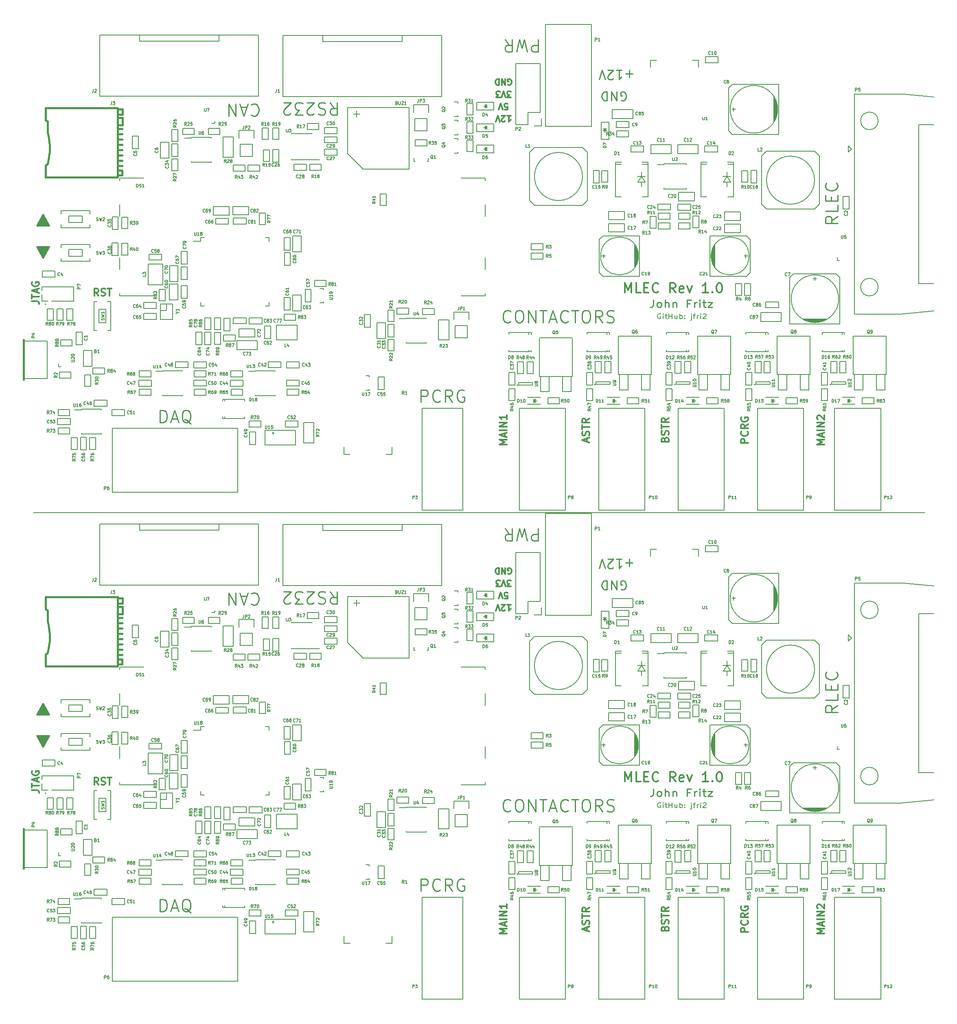
<source format=gbr>
G04 #@! TF.FileFunction,Legend,Top*
%FSLAX46Y46*%
G04 Gerber Fmt 4.6, Leading zero omitted, Abs format (unit mm)*
G04 Created by KiCad (PCBNEW 4.0.2-stable) date 4/20/2016 1:41:14 PM*
%MOMM*%
G01*
G04 APERTURE LIST*
%ADD10C,0.100000*%
%ADD11C,0.200000*%
%ADD12C,0.300000*%
%ADD13C,0.254000*%
%ADD14C,0.203200*%
%ADD15C,0.130000*%
%ADD16C,0.150000*%
%ADD17C,0.381000*%
%ADD18C,0.200660*%
%ADD19C,0.127140*%
G04 APERTURE END LIST*
D10*
D11*
X58420000Y-142240000D02*
X243840000Y-142240000D01*
D12*
X207053571Y-229337857D02*
X205553571Y-229337857D01*
X205553571Y-228766429D01*
X205625000Y-228623571D01*
X205696429Y-228552143D01*
X205839286Y-228480714D01*
X206053571Y-228480714D01*
X206196429Y-228552143D01*
X206267857Y-228623571D01*
X206339286Y-228766429D01*
X206339286Y-229337857D01*
X206910714Y-226980714D02*
X206982143Y-227052143D01*
X207053571Y-227266429D01*
X207053571Y-227409286D01*
X206982143Y-227623571D01*
X206839286Y-227766429D01*
X206696429Y-227837857D01*
X206410714Y-227909286D01*
X206196429Y-227909286D01*
X205910714Y-227837857D01*
X205767857Y-227766429D01*
X205625000Y-227623571D01*
X205553571Y-227409286D01*
X205553571Y-227266429D01*
X205625000Y-227052143D01*
X205696429Y-226980714D01*
X207053571Y-225480714D02*
X206339286Y-225980714D01*
X207053571Y-226337857D02*
X205553571Y-226337857D01*
X205553571Y-225766429D01*
X205625000Y-225623571D01*
X205696429Y-225552143D01*
X205839286Y-225480714D01*
X206053571Y-225480714D01*
X206196429Y-225552143D01*
X206267857Y-225623571D01*
X206339286Y-225766429D01*
X206339286Y-226337857D01*
X205625000Y-224052143D02*
X205553571Y-224195000D01*
X205553571Y-224409286D01*
X205625000Y-224623571D01*
X205767857Y-224766429D01*
X205910714Y-224837857D01*
X206196429Y-224909286D01*
X206410714Y-224909286D01*
X206696429Y-224837857D01*
X206839286Y-224766429D01*
X206982143Y-224623571D01*
X207053571Y-224409286D01*
X207053571Y-224266429D01*
X206982143Y-224052143D01*
X206910714Y-223980714D01*
X206410714Y-223980714D01*
X206410714Y-224266429D01*
X222928571Y-229695000D02*
X221428571Y-229695000D01*
X222500000Y-229195000D01*
X221428571Y-228695000D01*
X222928571Y-228695000D01*
X222500000Y-228052143D02*
X222500000Y-227337857D01*
X222928571Y-228195000D02*
X221428571Y-227695000D01*
X222928571Y-227195000D01*
X222928571Y-226695000D02*
X221428571Y-226695000D01*
X222928571Y-225980714D02*
X221428571Y-225980714D01*
X222928571Y-225123571D01*
X221428571Y-225123571D01*
X221571429Y-224480714D02*
X221500000Y-224409285D01*
X221428571Y-224266428D01*
X221428571Y-223909285D01*
X221500000Y-223766428D01*
X221571429Y-223694999D01*
X221714286Y-223623571D01*
X221857143Y-223623571D01*
X222071429Y-223694999D01*
X222928571Y-224552142D01*
X222928571Y-223623571D01*
X189757857Y-228623571D02*
X189829286Y-228409285D01*
X189900714Y-228337857D01*
X190043571Y-228266428D01*
X190257857Y-228266428D01*
X190400714Y-228337857D01*
X190472143Y-228409285D01*
X190543571Y-228552143D01*
X190543571Y-229123571D01*
X189043571Y-229123571D01*
X189043571Y-228623571D01*
X189115000Y-228480714D01*
X189186429Y-228409285D01*
X189329286Y-228337857D01*
X189472143Y-228337857D01*
X189615000Y-228409285D01*
X189686429Y-228480714D01*
X189757857Y-228623571D01*
X189757857Y-229123571D01*
X190472143Y-227695000D02*
X190543571Y-227480714D01*
X190543571Y-227123571D01*
X190472143Y-226980714D01*
X190400714Y-226909285D01*
X190257857Y-226837857D01*
X190115000Y-226837857D01*
X189972143Y-226909285D01*
X189900714Y-226980714D01*
X189829286Y-227123571D01*
X189757857Y-227409285D01*
X189686429Y-227552143D01*
X189615000Y-227623571D01*
X189472143Y-227695000D01*
X189329286Y-227695000D01*
X189186429Y-227623571D01*
X189115000Y-227552143D01*
X189043571Y-227409285D01*
X189043571Y-227052143D01*
X189115000Y-226837857D01*
X189043571Y-226409286D02*
X189043571Y-225552143D01*
X190543571Y-225980714D02*
X189043571Y-225980714D01*
X190543571Y-224195000D02*
X189829286Y-224695000D01*
X190543571Y-225052143D02*
X189043571Y-225052143D01*
X189043571Y-224480715D01*
X189115000Y-224337857D01*
X189186429Y-224266429D01*
X189329286Y-224195000D01*
X189543571Y-224195000D01*
X189686429Y-224266429D01*
X189757857Y-224337857D01*
X189829286Y-224480715D01*
X189829286Y-225052143D01*
D13*
X139034762Y-220859048D02*
X139034762Y-218319048D01*
X140002381Y-218319048D01*
X140244286Y-218440000D01*
X140365238Y-218560952D01*
X140486190Y-218802857D01*
X140486190Y-219165714D01*
X140365238Y-219407619D01*
X140244286Y-219528571D01*
X140002381Y-219649524D01*
X139034762Y-219649524D01*
X143026190Y-220617143D02*
X142905238Y-220738095D01*
X142542381Y-220859048D01*
X142300476Y-220859048D01*
X141937619Y-220738095D01*
X141695714Y-220496190D01*
X141574762Y-220254286D01*
X141453810Y-219770476D01*
X141453810Y-219407619D01*
X141574762Y-218923810D01*
X141695714Y-218681905D01*
X141937619Y-218440000D01*
X142300476Y-218319048D01*
X142542381Y-218319048D01*
X142905238Y-218440000D01*
X143026190Y-218560952D01*
X145566190Y-220859048D02*
X144719524Y-219649524D01*
X144114762Y-220859048D02*
X144114762Y-218319048D01*
X145082381Y-218319048D01*
X145324286Y-218440000D01*
X145445238Y-218560952D01*
X145566190Y-218802857D01*
X145566190Y-219165714D01*
X145445238Y-219407619D01*
X145324286Y-219528571D01*
X145082381Y-219649524D01*
X144114762Y-219649524D01*
X147985238Y-218440000D02*
X147743333Y-218319048D01*
X147380476Y-218319048D01*
X147017619Y-218440000D01*
X146775714Y-218681905D01*
X146654762Y-218923810D01*
X146533810Y-219407619D01*
X146533810Y-219770476D01*
X146654762Y-220254286D01*
X146775714Y-220496190D01*
X147017619Y-220738095D01*
X147380476Y-220859048D01*
X147622381Y-220859048D01*
X147985238Y-220738095D01*
X148106190Y-220617143D01*
X148106190Y-219770476D01*
X147622381Y-219770476D01*
D12*
X173605000Y-229087857D02*
X173605000Y-228373571D01*
X174033571Y-229230714D02*
X172533571Y-228730714D01*
X174033571Y-228230714D01*
X173962143Y-227802143D02*
X174033571Y-227587857D01*
X174033571Y-227230714D01*
X173962143Y-227087857D01*
X173890714Y-227016428D01*
X173747857Y-226945000D01*
X173605000Y-226945000D01*
X173462143Y-227016428D01*
X173390714Y-227087857D01*
X173319286Y-227230714D01*
X173247857Y-227516428D01*
X173176429Y-227659286D01*
X173105000Y-227730714D01*
X172962143Y-227802143D01*
X172819286Y-227802143D01*
X172676429Y-227730714D01*
X172605000Y-227659286D01*
X172533571Y-227516428D01*
X172533571Y-227159286D01*
X172605000Y-226945000D01*
X172533571Y-226516429D02*
X172533571Y-225659286D01*
X174033571Y-226087857D02*
X172533571Y-226087857D01*
X174033571Y-224302143D02*
X173319286Y-224802143D01*
X174033571Y-225159286D02*
X172533571Y-225159286D01*
X172533571Y-224587858D01*
X172605000Y-224445000D01*
X172676429Y-224373572D01*
X172819286Y-224302143D01*
X173033571Y-224302143D01*
X173176429Y-224373572D01*
X173247857Y-224445000D01*
X173319286Y-224587858D01*
X173319286Y-225159286D01*
X156888571Y-229695000D02*
X155388571Y-229695000D01*
X156460000Y-229195000D01*
X155388571Y-228695000D01*
X156888571Y-228695000D01*
X156460000Y-228052143D02*
X156460000Y-227337857D01*
X156888571Y-228195000D02*
X155388571Y-227695000D01*
X156888571Y-227195000D01*
X156888571Y-226695000D02*
X155388571Y-226695000D01*
X156888571Y-225980714D02*
X155388571Y-225980714D01*
X156888571Y-225123571D01*
X155388571Y-225123571D01*
X156888571Y-223623571D02*
X156888571Y-224480714D01*
X156888571Y-224052142D02*
X155388571Y-224052142D01*
X155602857Y-224194999D01*
X155745714Y-224337857D01*
X155817143Y-224480714D01*
D13*
X157661429Y-204107143D02*
X157540477Y-204228095D01*
X157177620Y-204349048D01*
X156935715Y-204349048D01*
X156572858Y-204228095D01*
X156330953Y-203986190D01*
X156210001Y-203744286D01*
X156089049Y-203260476D01*
X156089049Y-202897619D01*
X156210001Y-202413810D01*
X156330953Y-202171905D01*
X156572858Y-201930000D01*
X156935715Y-201809048D01*
X157177620Y-201809048D01*
X157540477Y-201930000D01*
X157661429Y-202050952D01*
X159233810Y-201809048D02*
X159717620Y-201809048D01*
X159959525Y-201930000D01*
X160201429Y-202171905D01*
X160322382Y-202655714D01*
X160322382Y-203502381D01*
X160201429Y-203986190D01*
X159959525Y-204228095D01*
X159717620Y-204349048D01*
X159233810Y-204349048D01*
X158991906Y-204228095D01*
X158750001Y-203986190D01*
X158629049Y-203502381D01*
X158629049Y-202655714D01*
X158750001Y-202171905D01*
X158991906Y-201930000D01*
X159233810Y-201809048D01*
X161410953Y-204349048D02*
X161410953Y-201809048D01*
X162862381Y-204349048D01*
X162862381Y-201809048D01*
X163709048Y-201809048D02*
X165160476Y-201809048D01*
X164434762Y-204349048D02*
X164434762Y-201809048D01*
X165886191Y-203623333D02*
X167095714Y-203623333D01*
X165644286Y-204349048D02*
X166490952Y-201809048D01*
X167337619Y-204349048D01*
X169635714Y-204107143D02*
X169514762Y-204228095D01*
X169151905Y-204349048D01*
X168910000Y-204349048D01*
X168547143Y-204228095D01*
X168305238Y-203986190D01*
X168184286Y-203744286D01*
X168063334Y-203260476D01*
X168063334Y-202897619D01*
X168184286Y-202413810D01*
X168305238Y-202171905D01*
X168547143Y-201930000D01*
X168910000Y-201809048D01*
X169151905Y-201809048D01*
X169514762Y-201930000D01*
X169635714Y-202050952D01*
X170361429Y-201809048D02*
X171812857Y-201809048D01*
X171087143Y-204349048D02*
X171087143Y-201809048D01*
X173143333Y-201809048D02*
X173627143Y-201809048D01*
X173869048Y-201930000D01*
X174110952Y-202171905D01*
X174231905Y-202655714D01*
X174231905Y-203502381D01*
X174110952Y-203986190D01*
X173869048Y-204228095D01*
X173627143Y-204349048D01*
X173143333Y-204349048D01*
X172901429Y-204228095D01*
X172659524Y-203986190D01*
X172538572Y-203502381D01*
X172538572Y-202655714D01*
X172659524Y-202171905D01*
X172901429Y-201930000D01*
X173143333Y-201809048D01*
X176771904Y-204349048D02*
X175925238Y-203139524D01*
X175320476Y-204349048D02*
X175320476Y-201809048D01*
X176288095Y-201809048D01*
X176530000Y-201930000D01*
X176650952Y-202050952D01*
X176771904Y-202292857D01*
X176771904Y-202655714D01*
X176650952Y-202897619D01*
X176530000Y-203018571D01*
X176288095Y-203139524D01*
X175320476Y-203139524D01*
X177739524Y-204228095D02*
X178102381Y-204349048D01*
X178707143Y-204349048D01*
X178949047Y-204228095D01*
X179070000Y-204107143D01*
X179190952Y-203865238D01*
X179190952Y-203623333D01*
X179070000Y-203381429D01*
X178949047Y-203260476D01*
X178707143Y-203139524D01*
X178223333Y-203018571D01*
X177981428Y-202897619D01*
X177860476Y-202776667D01*
X177739524Y-202534762D01*
X177739524Y-202292857D01*
X177860476Y-202050952D01*
X177981428Y-201930000D01*
X178223333Y-201809048D01*
X178828095Y-201809048D01*
X179190952Y-201930000D01*
X187367332Y-199643571D02*
X187367332Y-200715000D01*
X187282666Y-200929286D01*
X187113332Y-201072143D01*
X186859332Y-201143571D01*
X186689999Y-201143571D01*
X188467999Y-201143571D02*
X188298666Y-201072143D01*
X188213999Y-201000714D01*
X188129333Y-200857857D01*
X188129333Y-200429286D01*
X188213999Y-200286429D01*
X188298666Y-200215000D01*
X188467999Y-200143571D01*
X188721999Y-200143571D01*
X188891333Y-200215000D01*
X188975999Y-200286429D01*
X189060666Y-200429286D01*
X189060666Y-200857857D01*
X188975999Y-201000714D01*
X188891333Y-201072143D01*
X188721999Y-201143571D01*
X188467999Y-201143571D01*
X189822666Y-201143571D02*
X189822666Y-199643571D01*
X190584666Y-201143571D02*
X190584666Y-200357857D01*
X190500000Y-200215000D01*
X190330666Y-200143571D01*
X190076666Y-200143571D01*
X189907333Y-200215000D01*
X189822666Y-200286429D01*
X191431333Y-200143571D02*
X191431333Y-201143571D01*
X191431333Y-200286429D02*
X191516000Y-200215000D01*
X191685333Y-200143571D01*
X191939333Y-200143571D01*
X192108667Y-200215000D01*
X192193333Y-200357857D01*
X192193333Y-201143571D01*
X194987334Y-200357857D02*
X194394667Y-200357857D01*
X194394667Y-201143571D02*
X194394667Y-199643571D01*
X195241334Y-199643571D01*
X195918667Y-201143571D02*
X195918667Y-200143571D01*
X195918667Y-200429286D02*
X196003334Y-200286429D01*
X196088001Y-200215000D01*
X196257334Y-200143571D01*
X196426667Y-200143571D01*
X197019334Y-201143571D02*
X197019334Y-200143571D01*
X197019334Y-199643571D02*
X196934668Y-199715000D01*
X197019334Y-199786429D01*
X197104001Y-199715000D01*
X197019334Y-199643571D01*
X197019334Y-199786429D01*
X197612001Y-200143571D02*
X198289335Y-200143571D01*
X197866001Y-199643571D02*
X197866001Y-200929286D01*
X197950668Y-201072143D01*
X198120001Y-201143571D01*
X198289335Y-201143571D01*
X198712668Y-200143571D02*
X199644001Y-200143571D01*
X198712668Y-201143571D01*
X199644001Y-201143571D01*
D14*
X188879886Y-202565000D02*
X188770895Y-202516619D01*
X188607410Y-202516619D01*
X188443924Y-202565000D01*
X188334933Y-202661762D01*
X188280438Y-202758524D01*
X188225943Y-202952048D01*
X188225943Y-203097190D01*
X188280438Y-203290714D01*
X188334933Y-203387476D01*
X188443924Y-203484238D01*
X188607410Y-203532619D01*
X188716400Y-203532619D01*
X188879886Y-203484238D01*
X188934381Y-203435857D01*
X188934381Y-203097190D01*
X188716400Y-203097190D01*
X189424838Y-203532619D02*
X189424838Y-202855286D01*
X189424838Y-202516619D02*
X189370343Y-202565000D01*
X189424838Y-202613381D01*
X189479333Y-202565000D01*
X189424838Y-202516619D01*
X189424838Y-202613381D01*
X189806304Y-202855286D02*
X190242266Y-202855286D01*
X189969790Y-202516619D02*
X189969790Y-203387476D01*
X190024285Y-203484238D01*
X190133276Y-203532619D01*
X190242266Y-203532619D01*
X190623733Y-203532619D02*
X190623733Y-202516619D01*
X190623733Y-203000429D02*
X191277676Y-203000429D01*
X191277676Y-203532619D02*
X191277676Y-202516619D01*
X192313085Y-202855286D02*
X192313085Y-203532619D01*
X191822628Y-202855286D02*
X191822628Y-203387476D01*
X191877123Y-203484238D01*
X191986114Y-203532619D01*
X192149600Y-203532619D01*
X192258590Y-203484238D01*
X192313085Y-203435857D01*
X192858038Y-203532619D02*
X192858038Y-202516619D01*
X192858038Y-202903667D02*
X192967029Y-202855286D01*
X193185010Y-202855286D01*
X193294000Y-202903667D01*
X193348495Y-202952048D01*
X193402991Y-203048810D01*
X193402991Y-203339095D01*
X193348495Y-203435857D01*
X193294000Y-203484238D01*
X193185010Y-203532619D01*
X192967029Y-203532619D01*
X192858038Y-203484238D01*
X193893448Y-203435857D02*
X193947943Y-203484238D01*
X193893448Y-203532619D01*
X193838953Y-203484238D01*
X193893448Y-203435857D01*
X193893448Y-203532619D01*
X193893448Y-202903667D02*
X193947943Y-202952048D01*
X193893448Y-203000429D01*
X193838953Y-202952048D01*
X193893448Y-202903667D01*
X193893448Y-203000429D01*
X195310324Y-202855286D02*
X195310324Y-203726143D01*
X195255829Y-203822905D01*
X195146838Y-203871286D01*
X195092343Y-203871286D01*
X195310324Y-202516619D02*
X195255829Y-202565000D01*
X195310324Y-202613381D01*
X195364819Y-202565000D01*
X195310324Y-202516619D01*
X195310324Y-202613381D01*
X195691790Y-202855286D02*
X196127752Y-202855286D01*
X195855276Y-203532619D02*
X195855276Y-202661762D01*
X195909771Y-202565000D01*
X196018762Y-202516619D01*
X196127752Y-202516619D01*
X196509219Y-203532619D02*
X196509219Y-202855286D01*
X196509219Y-203048810D02*
X196563714Y-202952048D01*
X196618210Y-202903667D01*
X196727200Y-202855286D01*
X196836191Y-202855286D01*
X197217657Y-203532619D02*
X197217657Y-202855286D01*
X197217657Y-202516619D02*
X197163162Y-202565000D01*
X197217657Y-202613381D01*
X197272152Y-202565000D01*
X197217657Y-202516619D01*
X197217657Y-202613381D01*
X197708114Y-202613381D02*
X197762609Y-202565000D01*
X197871600Y-202516619D01*
X198144076Y-202516619D01*
X198253066Y-202565000D01*
X198307562Y-202613381D01*
X198362057Y-202710143D01*
X198362057Y-202806905D01*
X198307562Y-202952048D01*
X197653619Y-203532619D01*
X198362057Y-203532619D01*
D12*
X181452764Y-198150238D02*
X181452764Y-196118238D01*
X182130097Y-197569667D01*
X182807430Y-196118238D01*
X182807430Y-198150238D01*
X184742669Y-198150238D02*
X183775050Y-198150238D01*
X183775050Y-196118238D01*
X185420002Y-197085857D02*
X186097335Y-197085857D01*
X186387621Y-198150238D02*
X185420002Y-198150238D01*
X185420002Y-196118238D01*
X186387621Y-196118238D01*
X188419620Y-197956714D02*
X188322858Y-198053476D01*
X188032573Y-198150238D01*
X187839049Y-198150238D01*
X187548763Y-198053476D01*
X187355239Y-197859952D01*
X187258478Y-197666429D01*
X187161716Y-197279381D01*
X187161716Y-196989095D01*
X187258478Y-196602048D01*
X187355239Y-196408524D01*
X187548763Y-196215000D01*
X187839049Y-196118238D01*
X188032573Y-196118238D01*
X188322858Y-196215000D01*
X188419620Y-196311762D01*
X191999810Y-198150238D02*
X191322477Y-197182619D01*
X190838668Y-198150238D02*
X190838668Y-196118238D01*
X191612763Y-196118238D01*
X191806287Y-196215000D01*
X191903048Y-196311762D01*
X191999810Y-196505286D01*
X191999810Y-196795571D01*
X191903048Y-196989095D01*
X191806287Y-197085857D01*
X191612763Y-197182619D01*
X190838668Y-197182619D01*
X193644763Y-198053476D02*
X193451239Y-198150238D01*
X193064191Y-198150238D01*
X192870668Y-198053476D01*
X192773906Y-197859952D01*
X192773906Y-197085857D01*
X192870668Y-196892333D01*
X193064191Y-196795571D01*
X193451239Y-196795571D01*
X193644763Y-196892333D01*
X193741525Y-197085857D01*
X193741525Y-197279381D01*
X192773906Y-197472905D01*
X194418858Y-196795571D02*
X194902667Y-198150238D01*
X195386477Y-196795571D01*
X198773142Y-198150238D02*
X197612000Y-198150238D01*
X198192571Y-198150238D02*
X198192571Y-196118238D01*
X197999047Y-196408524D01*
X197805523Y-196602048D01*
X197612000Y-196698810D01*
X199644000Y-197956714D02*
X199740761Y-198053476D01*
X199644000Y-198150238D01*
X199547238Y-198053476D01*
X199644000Y-197956714D01*
X199644000Y-198150238D01*
X200998666Y-196118238D02*
X201192190Y-196118238D01*
X201385714Y-196215000D01*
X201482476Y-196311762D01*
X201579238Y-196505286D01*
X201675999Y-196892333D01*
X201675999Y-197376143D01*
X201579238Y-197763190D01*
X201482476Y-197956714D01*
X201385714Y-198053476D01*
X201192190Y-198150238D01*
X200998666Y-198150238D01*
X200805142Y-198053476D01*
X200708380Y-197956714D01*
X200611619Y-197763190D01*
X200514857Y-197376143D01*
X200514857Y-196892333D01*
X200611619Y-196505286D01*
X200708380Y-196311762D01*
X200805142Y-196215000D01*
X200998666Y-196118238D01*
D13*
X225685048Y-182238952D02*
X224475524Y-183085618D01*
X225685048Y-183690380D02*
X223145048Y-183690380D01*
X223145048Y-182722761D01*
X223266000Y-182480856D01*
X223386952Y-182359904D01*
X223628857Y-182238952D01*
X223991714Y-182238952D01*
X224233619Y-182359904D01*
X224354571Y-182480856D01*
X224475524Y-182722761D01*
X224475524Y-183690380D01*
X225685048Y-179940856D02*
X225685048Y-181150380D01*
X223145048Y-181150380D01*
X224354571Y-179094190D02*
X224354571Y-178247523D01*
X225685048Y-177884666D02*
X225685048Y-179094190D01*
X223145048Y-179094190D01*
X223145048Y-177884666D01*
X225443143Y-175344667D02*
X225564095Y-175465619D01*
X225685048Y-175828476D01*
X225685048Y-176070381D01*
X225564095Y-176433238D01*
X225322190Y-176675143D01*
X225080286Y-176796095D01*
X224596476Y-176917047D01*
X224233619Y-176917047D01*
X223749810Y-176796095D01*
X223507905Y-176675143D01*
X223266000Y-176433238D01*
X223145048Y-176070381D01*
X223145048Y-175828476D01*
X223266000Y-175465619D01*
X223386952Y-175344667D01*
X183061429Y-152644929D02*
X181610000Y-152644929D01*
X182335714Y-151919214D02*
X182335714Y-153370643D01*
X179705000Y-151919214D02*
X180793572Y-151919214D01*
X180249286Y-151919214D02*
X180249286Y-153824214D01*
X180430715Y-153552071D01*
X180612143Y-153370643D01*
X180793572Y-153279929D01*
X178979286Y-153642786D02*
X178888572Y-153733500D01*
X178707143Y-153824214D01*
X178253572Y-153824214D01*
X178072143Y-153733500D01*
X177981429Y-153642786D01*
X177890714Y-153461357D01*
X177890714Y-153279929D01*
X177981429Y-153007786D01*
X179070000Y-151919214D01*
X177890714Y-151919214D01*
X177346428Y-153824214D02*
X176711428Y-151919214D01*
X176076428Y-153824214D01*
X180648428Y-158178500D02*
X180829857Y-158269214D01*
X181102000Y-158269214D01*
X181374143Y-158178500D01*
X181555571Y-157997071D01*
X181646286Y-157815643D01*
X181737000Y-157452786D01*
X181737000Y-157180643D01*
X181646286Y-156817786D01*
X181555571Y-156636357D01*
X181374143Y-156454929D01*
X181102000Y-156364214D01*
X180920571Y-156364214D01*
X180648428Y-156454929D01*
X180557714Y-156545643D01*
X180557714Y-157180643D01*
X180920571Y-157180643D01*
X179741286Y-156364214D02*
X179741286Y-158269214D01*
X178652714Y-156364214D01*
X178652714Y-158269214D01*
X177745572Y-156364214D02*
X177745572Y-158269214D01*
X177292000Y-158269214D01*
X177019857Y-158178500D01*
X176838429Y-157997071D01*
X176747714Y-157815643D01*
X176657000Y-157452786D01*
X176657000Y-157180643D01*
X176747714Y-156817786D01*
X176838429Y-156636357D01*
X177019857Y-156454929D01*
X177292000Y-156364214D01*
X177745572Y-156364214D01*
X163406666Y-145535952D02*
X163406666Y-148075952D01*
X162439047Y-148075952D01*
X162197142Y-147955000D01*
X162076190Y-147834048D01*
X161955238Y-147592143D01*
X161955238Y-147229286D01*
X162076190Y-146987381D01*
X162197142Y-146866429D01*
X162439047Y-146745476D01*
X163406666Y-146745476D01*
X161108571Y-148075952D02*
X160503809Y-145535952D01*
X160019999Y-147350238D01*
X159536190Y-145535952D01*
X158931428Y-148075952D01*
X156512381Y-145535952D02*
X157359047Y-146745476D01*
X157963809Y-145535952D02*
X157963809Y-148075952D01*
X156996190Y-148075952D01*
X156754285Y-147955000D01*
X156633333Y-147834048D01*
X156512381Y-147592143D01*
X156512381Y-147229286D01*
X156633333Y-146987381D01*
X156754285Y-146866429D01*
X156996190Y-146745476D01*
X157963809Y-146745476D01*
D12*
X157159333Y-154928000D02*
X157277999Y-154987333D01*
X157455999Y-154987333D01*
X157633999Y-154928000D01*
X157752666Y-154809333D01*
X157811999Y-154690667D01*
X157871333Y-154453333D01*
X157871333Y-154275333D01*
X157811999Y-154038000D01*
X157752666Y-153919333D01*
X157633999Y-153800667D01*
X157455999Y-153741333D01*
X157337333Y-153741333D01*
X157159333Y-153800667D01*
X157099999Y-153860000D01*
X157099999Y-154275333D01*
X157337333Y-154275333D01*
X156565999Y-153741333D02*
X156565999Y-154987333D01*
X155853999Y-153741333D01*
X155853999Y-154987333D01*
X155260666Y-153741333D02*
X155260666Y-154987333D01*
X154964000Y-154987333D01*
X154786000Y-154928000D01*
X154667333Y-154809333D01*
X154608000Y-154690667D01*
X154548666Y-154453333D01*
X154548666Y-154275333D01*
X154608000Y-154038000D01*
X154667333Y-153919333D01*
X154786000Y-153800667D01*
X154964000Y-153741333D01*
X155260666Y-153741333D01*
X156981334Y-161361333D02*
X157693334Y-161361333D01*
X157337334Y-161361333D02*
X157337334Y-162607333D01*
X157456000Y-162429333D01*
X157574667Y-162310667D01*
X157693334Y-162251333D01*
X156506667Y-162488667D02*
X156447333Y-162548000D01*
X156328667Y-162607333D01*
X156032000Y-162607333D01*
X155913333Y-162548000D01*
X155854000Y-162488667D01*
X155794667Y-162370000D01*
X155794667Y-162251333D01*
X155854000Y-162073333D01*
X156566000Y-161361333D01*
X155794667Y-161361333D01*
X155438666Y-162607333D02*
X155023333Y-161361333D01*
X154608000Y-162607333D01*
X156447333Y-160067333D02*
X157040666Y-160067333D01*
X157100000Y-159474000D01*
X157040666Y-159533333D01*
X156922000Y-159592667D01*
X156625333Y-159592667D01*
X156506666Y-159533333D01*
X156447333Y-159474000D01*
X156388000Y-159355333D01*
X156388000Y-159058667D01*
X156447333Y-158940000D01*
X156506666Y-158880667D01*
X156625333Y-158821333D01*
X156922000Y-158821333D01*
X157040666Y-158880667D01*
X157100000Y-158940000D01*
X156031999Y-160067333D02*
X155616666Y-158821333D01*
X155201333Y-160067333D01*
X157752667Y-157527333D02*
X156981334Y-157527333D01*
X157396667Y-157052667D01*
X157218667Y-157052667D01*
X157100000Y-156993333D01*
X157040667Y-156934000D01*
X156981334Y-156815333D01*
X156981334Y-156518667D01*
X157040667Y-156400000D01*
X157100000Y-156340667D01*
X157218667Y-156281333D01*
X157574667Y-156281333D01*
X157693334Y-156340667D01*
X157752667Y-156400000D01*
X156625333Y-157527333D02*
X156210000Y-156281333D01*
X155794667Y-157527333D01*
X155498000Y-157527333D02*
X154726667Y-157527333D01*
X155142000Y-157052667D01*
X154964000Y-157052667D01*
X154845333Y-156993333D01*
X154786000Y-156934000D01*
X154726667Y-156815333D01*
X154726667Y-156518667D01*
X154786000Y-156400000D01*
X154845333Y-156340667D01*
X154964000Y-156281333D01*
X155320000Y-156281333D01*
X155438667Y-156340667D01*
X155498000Y-156400000D01*
D11*
X86106000Y-201803000D02*
X86106000Y-201866500D01*
X86106000Y-201866500D02*
X84836000Y-201866500D01*
X86106000Y-200469500D02*
X86106000Y-201803000D01*
D12*
X61594857Y-188777714D02*
X61594857Y-188634857D01*
X61452000Y-189063429D02*
X61452000Y-188634857D01*
X61309143Y-189349143D02*
X61309143Y-188634857D01*
X61166286Y-189634857D02*
X61166286Y-188634857D01*
X61023429Y-189777714D02*
X61023429Y-188634857D01*
X60880572Y-190063429D02*
X60880572Y-188634857D01*
X60737714Y-190349143D02*
X60737714Y-188634857D01*
X60594857Y-190634857D02*
X60594857Y-188634857D01*
X60452000Y-190920571D02*
X60452000Y-188634857D01*
X60309143Y-190634857D02*
X60309143Y-188634857D01*
X60166286Y-190349143D02*
X60166286Y-188634857D01*
X60023429Y-190063429D02*
X60023429Y-188634857D01*
X59880572Y-189777714D02*
X59880572Y-188634857D01*
X59737714Y-189634857D02*
X59737714Y-188634857D01*
X59594857Y-189349143D02*
X59594857Y-188634857D01*
X59452000Y-189063429D02*
X59452000Y-188634857D01*
X59309143Y-188634857D02*
X60452000Y-190777714D01*
X61594857Y-188634857D01*
X59309143Y-188777714D02*
X59309143Y-188634857D01*
X60452000Y-190920571D02*
X59166286Y-188634857D01*
X61737714Y-188634857D01*
X60452000Y-190920571D01*
X58106571Y-199870000D02*
X59178000Y-199870000D01*
X59392286Y-199941428D01*
X59535143Y-200084285D01*
X59606571Y-200298571D01*
X59606571Y-200441428D01*
X58106571Y-199370000D02*
X58106571Y-198512857D01*
X59606571Y-198941428D02*
X58106571Y-198941428D01*
X59178000Y-198084286D02*
X59178000Y-197370000D01*
X59606571Y-198227143D02*
X58106571Y-197727143D01*
X59606571Y-197227143D01*
X58178000Y-195941429D02*
X58106571Y-196084286D01*
X58106571Y-196298572D01*
X58178000Y-196512857D01*
X58320857Y-196655715D01*
X58463714Y-196727143D01*
X58749429Y-196798572D01*
X58963714Y-196798572D01*
X59249429Y-196727143D01*
X59392286Y-196655715D01*
X59535143Y-196512857D01*
X59606571Y-196298572D01*
X59606571Y-196155715D01*
X59535143Y-195941429D01*
X59463714Y-195870000D01*
X58963714Y-195870000D01*
X58963714Y-196155715D01*
X71949572Y-198798571D02*
X71449572Y-198084286D01*
X71092429Y-198798571D02*
X71092429Y-197298571D01*
X71663857Y-197298571D01*
X71806715Y-197370000D01*
X71878143Y-197441429D01*
X71949572Y-197584286D01*
X71949572Y-197798571D01*
X71878143Y-197941429D01*
X71806715Y-198012857D01*
X71663857Y-198084286D01*
X71092429Y-198084286D01*
X72521000Y-198727143D02*
X72735286Y-198798571D01*
X73092429Y-198798571D01*
X73235286Y-198727143D01*
X73306715Y-198655714D01*
X73378143Y-198512857D01*
X73378143Y-198370000D01*
X73306715Y-198227143D01*
X73235286Y-198155714D01*
X73092429Y-198084286D01*
X72806715Y-198012857D01*
X72663857Y-197941429D01*
X72592429Y-197870000D01*
X72521000Y-197727143D01*
X72521000Y-197584286D01*
X72592429Y-197441429D01*
X72663857Y-197370000D01*
X72806715Y-197298571D01*
X73163857Y-197298571D01*
X73378143Y-197370000D01*
X73806714Y-197298571D02*
X74663857Y-197298571D01*
X74235286Y-198798571D02*
X74235286Y-197298571D01*
D11*
X61049803Y-200533000D02*
G75*
G03X61049803Y-200533000I-89803J0D01*
G01*
D13*
X84774315Y-225100848D02*
X84774315Y-222560848D01*
X85379077Y-222560848D01*
X85741934Y-222681800D01*
X85983839Y-222923705D01*
X86104791Y-223165610D01*
X86225743Y-223649419D01*
X86225743Y-224012276D01*
X86104791Y-224496086D01*
X85983839Y-224737990D01*
X85741934Y-224979895D01*
X85379077Y-225100848D01*
X84774315Y-225100848D01*
X87193363Y-224375133D02*
X88402886Y-224375133D01*
X86951458Y-225100848D02*
X87798124Y-222560848D01*
X88644791Y-225100848D01*
X91184791Y-225342752D02*
X90942886Y-225221800D01*
X90700982Y-224979895D01*
X90338125Y-224617038D01*
X90096220Y-224496086D01*
X89854315Y-224496086D01*
X89975267Y-225100848D02*
X89733363Y-224979895D01*
X89491458Y-224737990D01*
X89370506Y-224254181D01*
X89370506Y-223407514D01*
X89491458Y-222923705D01*
X89733363Y-222681800D01*
X89975267Y-222560848D01*
X90459077Y-222560848D01*
X90700982Y-222681800D01*
X90942886Y-222923705D01*
X91063839Y-223407514D01*
X91063839Y-224254181D01*
X90942886Y-224737990D01*
X90700982Y-224979895D01*
X90459077Y-225100848D01*
X89975267Y-225100848D01*
D12*
X59309143Y-184094286D02*
X59309143Y-184237143D01*
X59452000Y-183808571D02*
X59452000Y-184237143D01*
X59594857Y-183522857D02*
X59594857Y-184237143D01*
X59737714Y-183237143D02*
X59737714Y-184237143D01*
X59880571Y-183094286D02*
X59880571Y-184237143D01*
X60023428Y-182808571D02*
X60023428Y-184237143D01*
X60166286Y-182522857D02*
X60166286Y-184237143D01*
X60309143Y-182237143D02*
X60309143Y-184237143D01*
X60452000Y-181951429D02*
X60452000Y-184237143D01*
X60594857Y-182237143D02*
X60594857Y-184237143D01*
X60737714Y-182522857D02*
X60737714Y-184237143D01*
X60880571Y-182808571D02*
X60880571Y-184237143D01*
X61023428Y-183094286D02*
X61023428Y-184237143D01*
X61166286Y-183237143D02*
X61166286Y-184237143D01*
X61309143Y-183522857D02*
X61309143Y-184237143D01*
X61452000Y-183808571D02*
X61452000Y-184237143D01*
X61594857Y-184237143D02*
X60452000Y-182094286D01*
X59309143Y-184237143D01*
X61594857Y-184094286D02*
X61594857Y-184237143D01*
X60452000Y-181951429D02*
X61737714Y-184237143D01*
X59166286Y-184237143D01*
X60452000Y-181951429D01*
D13*
X103740857Y-159112857D02*
X103861809Y-158991905D01*
X104224666Y-158870952D01*
X104466571Y-158870952D01*
X104829428Y-158991905D01*
X105071333Y-159233810D01*
X105192285Y-159475714D01*
X105313237Y-159959524D01*
X105313237Y-160322381D01*
X105192285Y-160806190D01*
X105071333Y-161048095D01*
X104829428Y-161290000D01*
X104466571Y-161410952D01*
X104224666Y-161410952D01*
X103861809Y-161290000D01*
X103740857Y-161169048D01*
X102773237Y-159596667D02*
X101563714Y-159596667D01*
X103015142Y-158870952D02*
X102168476Y-161410952D01*
X101321809Y-158870952D01*
X100475142Y-158870952D02*
X100475142Y-161410952D01*
X99023714Y-158870952D01*
X99023714Y-161410952D01*
X120129906Y-158616952D02*
X120976572Y-159826476D01*
X121581334Y-158616952D02*
X121581334Y-161156952D01*
X120613715Y-161156952D01*
X120371810Y-161036000D01*
X120250858Y-160915048D01*
X120129906Y-160673143D01*
X120129906Y-160310286D01*
X120250858Y-160068381D01*
X120371810Y-159947429D01*
X120613715Y-159826476D01*
X121581334Y-159826476D01*
X119162286Y-158737905D02*
X118799429Y-158616952D01*
X118194667Y-158616952D01*
X117952763Y-158737905D01*
X117831810Y-158858857D01*
X117710858Y-159100762D01*
X117710858Y-159342667D01*
X117831810Y-159584571D01*
X117952763Y-159705524D01*
X118194667Y-159826476D01*
X118678477Y-159947429D01*
X118920382Y-160068381D01*
X119041334Y-160189333D01*
X119162286Y-160431238D01*
X119162286Y-160673143D01*
X119041334Y-160915048D01*
X118920382Y-161036000D01*
X118678477Y-161156952D01*
X118073715Y-161156952D01*
X117710858Y-161036000D01*
X116743238Y-160915048D02*
X116622286Y-161036000D01*
X116380381Y-161156952D01*
X115775619Y-161156952D01*
X115533715Y-161036000D01*
X115412762Y-160915048D01*
X115291810Y-160673143D01*
X115291810Y-160431238D01*
X115412762Y-160068381D01*
X116864191Y-158616952D01*
X115291810Y-158616952D01*
X114445143Y-161156952D02*
X112872762Y-161156952D01*
X113719429Y-160189333D01*
X113356571Y-160189333D01*
X113114667Y-160068381D01*
X112993714Y-159947429D01*
X112872762Y-159705524D01*
X112872762Y-159100762D01*
X112993714Y-158858857D01*
X113114667Y-158737905D01*
X113356571Y-158616952D01*
X114082286Y-158616952D01*
X114324190Y-158737905D01*
X114445143Y-158858857D01*
X111905142Y-160915048D02*
X111784190Y-161036000D01*
X111542285Y-161156952D01*
X110937523Y-161156952D01*
X110695619Y-161036000D01*
X110574666Y-160915048D01*
X110453714Y-160673143D01*
X110453714Y-160431238D01*
X110574666Y-160068381D01*
X112026095Y-158616952D01*
X110453714Y-158616952D01*
D12*
X58106571Y-98270000D02*
X59178000Y-98270000D01*
X59392286Y-98341428D01*
X59535143Y-98484285D01*
X59606571Y-98698571D01*
X59606571Y-98841428D01*
X58106571Y-97770000D02*
X58106571Y-96912857D01*
X59606571Y-97341428D02*
X58106571Y-97341428D01*
X59178000Y-96484286D02*
X59178000Y-95770000D01*
X59606571Y-96627143D02*
X58106571Y-96127143D01*
X59606571Y-95627143D01*
X58178000Y-94341429D02*
X58106571Y-94484286D01*
X58106571Y-94698572D01*
X58178000Y-94912857D01*
X58320857Y-95055715D01*
X58463714Y-95127143D01*
X58749429Y-95198572D01*
X58963714Y-95198572D01*
X59249429Y-95127143D01*
X59392286Y-95055715D01*
X59535143Y-94912857D01*
X59606571Y-94698572D01*
X59606571Y-94555715D01*
X59535143Y-94341429D01*
X59463714Y-94270000D01*
X58963714Y-94270000D01*
X58963714Y-94555715D01*
D11*
X61049803Y-98933000D02*
G75*
G03X61049803Y-98933000I-89803J0D01*
G01*
D13*
X139034762Y-119259048D02*
X139034762Y-116719048D01*
X140002381Y-116719048D01*
X140244286Y-116840000D01*
X140365238Y-116960952D01*
X140486190Y-117202857D01*
X140486190Y-117565714D01*
X140365238Y-117807619D01*
X140244286Y-117928571D01*
X140002381Y-118049524D01*
X139034762Y-118049524D01*
X143026190Y-119017143D02*
X142905238Y-119138095D01*
X142542381Y-119259048D01*
X142300476Y-119259048D01*
X141937619Y-119138095D01*
X141695714Y-118896190D01*
X141574762Y-118654286D01*
X141453810Y-118170476D01*
X141453810Y-117807619D01*
X141574762Y-117323810D01*
X141695714Y-117081905D01*
X141937619Y-116840000D01*
X142300476Y-116719048D01*
X142542381Y-116719048D01*
X142905238Y-116840000D01*
X143026190Y-116960952D01*
X145566190Y-119259048D02*
X144719524Y-118049524D01*
X144114762Y-119259048D02*
X144114762Y-116719048D01*
X145082381Y-116719048D01*
X145324286Y-116840000D01*
X145445238Y-116960952D01*
X145566190Y-117202857D01*
X145566190Y-117565714D01*
X145445238Y-117807619D01*
X145324286Y-117928571D01*
X145082381Y-118049524D01*
X144114762Y-118049524D01*
X147985238Y-116840000D02*
X147743333Y-116719048D01*
X147380476Y-116719048D01*
X147017619Y-116840000D01*
X146775714Y-117081905D01*
X146654762Y-117323810D01*
X146533810Y-117807619D01*
X146533810Y-118170476D01*
X146654762Y-118654286D01*
X146775714Y-118896190D01*
X147017619Y-119138095D01*
X147380476Y-119259048D01*
X147622381Y-119259048D01*
X147985238Y-119138095D01*
X148106190Y-119017143D01*
X148106190Y-118170476D01*
X147622381Y-118170476D01*
D12*
X157159333Y-53328000D02*
X157277999Y-53387333D01*
X157455999Y-53387333D01*
X157633999Y-53328000D01*
X157752666Y-53209333D01*
X157811999Y-53090667D01*
X157871333Y-52853333D01*
X157871333Y-52675333D01*
X157811999Y-52438000D01*
X157752666Y-52319333D01*
X157633999Y-52200667D01*
X157455999Y-52141333D01*
X157337333Y-52141333D01*
X157159333Y-52200667D01*
X157099999Y-52260000D01*
X157099999Y-52675333D01*
X157337333Y-52675333D01*
X156565999Y-52141333D02*
X156565999Y-53387333D01*
X155853999Y-52141333D01*
X155853999Y-53387333D01*
X155260666Y-52141333D02*
X155260666Y-53387333D01*
X154964000Y-53387333D01*
X154786000Y-53328000D01*
X154667333Y-53209333D01*
X154608000Y-53090667D01*
X154548666Y-52853333D01*
X154548666Y-52675333D01*
X154608000Y-52438000D01*
X154667333Y-52319333D01*
X154786000Y-52200667D01*
X154964000Y-52141333D01*
X155260666Y-52141333D01*
X157752667Y-55927333D02*
X156981334Y-55927333D01*
X157396667Y-55452667D01*
X157218667Y-55452667D01*
X157100000Y-55393333D01*
X157040667Y-55334000D01*
X156981334Y-55215333D01*
X156981334Y-54918667D01*
X157040667Y-54800000D01*
X157100000Y-54740667D01*
X157218667Y-54681333D01*
X157574667Y-54681333D01*
X157693334Y-54740667D01*
X157752667Y-54800000D01*
X156625333Y-55927333D02*
X156210000Y-54681333D01*
X155794667Y-55927333D01*
X155498000Y-55927333D02*
X154726667Y-55927333D01*
X155142000Y-55452667D01*
X154964000Y-55452667D01*
X154845333Y-55393333D01*
X154786000Y-55334000D01*
X154726667Y-55215333D01*
X154726667Y-54918667D01*
X154786000Y-54800000D01*
X154845333Y-54740667D01*
X154964000Y-54681333D01*
X155320000Y-54681333D01*
X155438667Y-54740667D01*
X155498000Y-54800000D01*
X156447333Y-58467333D02*
X157040666Y-58467333D01*
X157100000Y-57874000D01*
X157040666Y-57933333D01*
X156922000Y-57992667D01*
X156625333Y-57992667D01*
X156506666Y-57933333D01*
X156447333Y-57874000D01*
X156388000Y-57755333D01*
X156388000Y-57458667D01*
X156447333Y-57340000D01*
X156506666Y-57280667D01*
X156625333Y-57221333D01*
X156922000Y-57221333D01*
X157040666Y-57280667D01*
X157100000Y-57340000D01*
X156031999Y-58467333D02*
X155616666Y-57221333D01*
X155201333Y-58467333D01*
X156981334Y-59761333D02*
X157693334Y-59761333D01*
X157337334Y-59761333D02*
X157337334Y-61007333D01*
X157456000Y-60829333D01*
X157574667Y-60710667D01*
X157693334Y-60651333D01*
X156506667Y-60888667D02*
X156447333Y-60948000D01*
X156328667Y-61007333D01*
X156032000Y-61007333D01*
X155913333Y-60948000D01*
X155854000Y-60888667D01*
X155794667Y-60770000D01*
X155794667Y-60651333D01*
X155854000Y-60473333D01*
X156566000Y-59761333D01*
X155794667Y-59761333D01*
X155438666Y-61007333D02*
X155023333Y-59761333D01*
X154608000Y-61007333D01*
X181452764Y-96550238D02*
X181452764Y-94518238D01*
X182130097Y-95969667D01*
X182807430Y-94518238D01*
X182807430Y-96550238D01*
X184742669Y-96550238D02*
X183775050Y-96550238D01*
X183775050Y-94518238D01*
X185420002Y-95485857D02*
X186097335Y-95485857D01*
X186387621Y-96550238D02*
X185420002Y-96550238D01*
X185420002Y-94518238D01*
X186387621Y-94518238D01*
X188419620Y-96356714D02*
X188322858Y-96453476D01*
X188032573Y-96550238D01*
X187839049Y-96550238D01*
X187548763Y-96453476D01*
X187355239Y-96259952D01*
X187258478Y-96066429D01*
X187161716Y-95679381D01*
X187161716Y-95389095D01*
X187258478Y-95002048D01*
X187355239Y-94808524D01*
X187548763Y-94615000D01*
X187839049Y-94518238D01*
X188032573Y-94518238D01*
X188322858Y-94615000D01*
X188419620Y-94711762D01*
X191999810Y-96550238D02*
X191322477Y-95582619D01*
X190838668Y-96550238D02*
X190838668Y-94518238D01*
X191612763Y-94518238D01*
X191806287Y-94615000D01*
X191903048Y-94711762D01*
X191999810Y-94905286D01*
X191999810Y-95195571D01*
X191903048Y-95389095D01*
X191806287Y-95485857D01*
X191612763Y-95582619D01*
X190838668Y-95582619D01*
X193644763Y-96453476D02*
X193451239Y-96550238D01*
X193064191Y-96550238D01*
X192870668Y-96453476D01*
X192773906Y-96259952D01*
X192773906Y-95485857D01*
X192870668Y-95292333D01*
X193064191Y-95195571D01*
X193451239Y-95195571D01*
X193644763Y-95292333D01*
X193741525Y-95485857D01*
X193741525Y-95679381D01*
X192773906Y-95872905D01*
X194418858Y-95195571D02*
X194902667Y-96550238D01*
X195386477Y-95195571D01*
X198773142Y-96550238D02*
X197612000Y-96550238D01*
X198192571Y-96550238D02*
X198192571Y-94518238D01*
X197999047Y-94808524D01*
X197805523Y-95002048D01*
X197612000Y-95098810D01*
X199644000Y-96356714D02*
X199740761Y-96453476D01*
X199644000Y-96550238D01*
X199547238Y-96453476D01*
X199644000Y-96356714D01*
X199644000Y-96550238D01*
X200998666Y-94518238D02*
X201192190Y-94518238D01*
X201385714Y-94615000D01*
X201482476Y-94711762D01*
X201579238Y-94905286D01*
X201675999Y-95292333D01*
X201675999Y-95776143D01*
X201579238Y-96163190D01*
X201482476Y-96356714D01*
X201385714Y-96453476D01*
X201192190Y-96550238D01*
X200998666Y-96550238D01*
X200805142Y-96453476D01*
X200708380Y-96356714D01*
X200611619Y-96163190D01*
X200514857Y-95776143D01*
X200514857Y-95292333D01*
X200611619Y-94905286D01*
X200708380Y-94711762D01*
X200805142Y-94615000D01*
X200998666Y-94518238D01*
X71949572Y-97198571D02*
X71449572Y-96484286D01*
X71092429Y-97198571D02*
X71092429Y-95698571D01*
X71663857Y-95698571D01*
X71806715Y-95770000D01*
X71878143Y-95841429D01*
X71949572Y-95984286D01*
X71949572Y-96198571D01*
X71878143Y-96341429D01*
X71806715Y-96412857D01*
X71663857Y-96484286D01*
X71092429Y-96484286D01*
X72521000Y-97127143D02*
X72735286Y-97198571D01*
X73092429Y-97198571D01*
X73235286Y-97127143D01*
X73306715Y-97055714D01*
X73378143Y-96912857D01*
X73378143Y-96770000D01*
X73306715Y-96627143D01*
X73235286Y-96555714D01*
X73092429Y-96484286D01*
X72806715Y-96412857D01*
X72663857Y-96341429D01*
X72592429Y-96270000D01*
X72521000Y-96127143D01*
X72521000Y-95984286D01*
X72592429Y-95841429D01*
X72663857Y-95770000D01*
X72806715Y-95698571D01*
X73163857Y-95698571D01*
X73378143Y-95770000D01*
X73806714Y-95698571D02*
X74663857Y-95698571D01*
X74235286Y-97198571D02*
X74235286Y-95698571D01*
D14*
X188879886Y-100965000D02*
X188770895Y-100916619D01*
X188607410Y-100916619D01*
X188443924Y-100965000D01*
X188334933Y-101061762D01*
X188280438Y-101158524D01*
X188225943Y-101352048D01*
X188225943Y-101497190D01*
X188280438Y-101690714D01*
X188334933Y-101787476D01*
X188443924Y-101884238D01*
X188607410Y-101932619D01*
X188716400Y-101932619D01*
X188879886Y-101884238D01*
X188934381Y-101835857D01*
X188934381Y-101497190D01*
X188716400Y-101497190D01*
X189424838Y-101932619D02*
X189424838Y-101255286D01*
X189424838Y-100916619D02*
X189370343Y-100965000D01*
X189424838Y-101013381D01*
X189479333Y-100965000D01*
X189424838Y-100916619D01*
X189424838Y-101013381D01*
X189806304Y-101255286D02*
X190242266Y-101255286D01*
X189969790Y-100916619D02*
X189969790Y-101787476D01*
X190024285Y-101884238D01*
X190133276Y-101932619D01*
X190242266Y-101932619D01*
X190623733Y-101932619D02*
X190623733Y-100916619D01*
X190623733Y-101400429D02*
X191277676Y-101400429D01*
X191277676Y-101932619D02*
X191277676Y-100916619D01*
X192313085Y-101255286D02*
X192313085Y-101932619D01*
X191822628Y-101255286D02*
X191822628Y-101787476D01*
X191877123Y-101884238D01*
X191986114Y-101932619D01*
X192149600Y-101932619D01*
X192258590Y-101884238D01*
X192313085Y-101835857D01*
X192858038Y-101932619D02*
X192858038Y-100916619D01*
X192858038Y-101303667D02*
X192967029Y-101255286D01*
X193185010Y-101255286D01*
X193294000Y-101303667D01*
X193348495Y-101352048D01*
X193402991Y-101448810D01*
X193402991Y-101739095D01*
X193348495Y-101835857D01*
X193294000Y-101884238D01*
X193185010Y-101932619D01*
X192967029Y-101932619D01*
X192858038Y-101884238D01*
X193893448Y-101835857D02*
X193947943Y-101884238D01*
X193893448Y-101932619D01*
X193838953Y-101884238D01*
X193893448Y-101835857D01*
X193893448Y-101932619D01*
X193893448Y-101303667D02*
X193947943Y-101352048D01*
X193893448Y-101400429D01*
X193838953Y-101352048D01*
X193893448Y-101303667D01*
X193893448Y-101400429D01*
X195310324Y-101255286D02*
X195310324Y-102126143D01*
X195255829Y-102222905D01*
X195146838Y-102271286D01*
X195092343Y-102271286D01*
X195310324Y-100916619D02*
X195255829Y-100965000D01*
X195310324Y-101013381D01*
X195364819Y-100965000D01*
X195310324Y-100916619D01*
X195310324Y-101013381D01*
X195691790Y-101255286D02*
X196127752Y-101255286D01*
X195855276Y-101932619D02*
X195855276Y-101061762D01*
X195909771Y-100965000D01*
X196018762Y-100916619D01*
X196127752Y-100916619D01*
X196509219Y-101932619D02*
X196509219Y-101255286D01*
X196509219Y-101448810D02*
X196563714Y-101352048D01*
X196618210Y-101303667D01*
X196727200Y-101255286D01*
X196836191Y-101255286D01*
X197217657Y-101932619D02*
X197217657Y-101255286D01*
X197217657Y-100916619D02*
X197163162Y-100965000D01*
X197217657Y-101013381D01*
X197272152Y-100965000D01*
X197217657Y-100916619D01*
X197217657Y-101013381D01*
X197708114Y-101013381D02*
X197762609Y-100965000D01*
X197871600Y-100916619D01*
X198144076Y-100916619D01*
X198253066Y-100965000D01*
X198307562Y-101013381D01*
X198362057Y-101110143D01*
X198362057Y-101206905D01*
X198307562Y-101352048D01*
X197653619Y-101932619D01*
X198362057Y-101932619D01*
D13*
X187367332Y-98043571D02*
X187367332Y-99115000D01*
X187282666Y-99329286D01*
X187113332Y-99472143D01*
X186859332Y-99543571D01*
X186689999Y-99543571D01*
X188467999Y-99543571D02*
X188298666Y-99472143D01*
X188213999Y-99400714D01*
X188129333Y-99257857D01*
X188129333Y-98829286D01*
X188213999Y-98686429D01*
X188298666Y-98615000D01*
X188467999Y-98543571D01*
X188721999Y-98543571D01*
X188891333Y-98615000D01*
X188975999Y-98686429D01*
X189060666Y-98829286D01*
X189060666Y-99257857D01*
X188975999Y-99400714D01*
X188891333Y-99472143D01*
X188721999Y-99543571D01*
X188467999Y-99543571D01*
X189822666Y-99543571D02*
X189822666Y-98043571D01*
X190584666Y-99543571D02*
X190584666Y-98757857D01*
X190500000Y-98615000D01*
X190330666Y-98543571D01*
X190076666Y-98543571D01*
X189907333Y-98615000D01*
X189822666Y-98686429D01*
X191431333Y-98543571D02*
X191431333Y-99543571D01*
X191431333Y-98686429D02*
X191516000Y-98615000D01*
X191685333Y-98543571D01*
X191939333Y-98543571D01*
X192108667Y-98615000D01*
X192193333Y-98757857D01*
X192193333Y-99543571D01*
X194987334Y-98757857D02*
X194394667Y-98757857D01*
X194394667Y-99543571D02*
X194394667Y-98043571D01*
X195241334Y-98043571D01*
X195918667Y-99543571D02*
X195918667Y-98543571D01*
X195918667Y-98829286D02*
X196003334Y-98686429D01*
X196088001Y-98615000D01*
X196257334Y-98543571D01*
X196426667Y-98543571D01*
X197019334Y-99543571D02*
X197019334Y-98543571D01*
X197019334Y-98043571D02*
X196934668Y-98115000D01*
X197019334Y-98186429D01*
X197104001Y-98115000D01*
X197019334Y-98043571D01*
X197019334Y-98186429D01*
X197612001Y-98543571D02*
X198289335Y-98543571D01*
X197866001Y-98043571D02*
X197866001Y-99329286D01*
X197950668Y-99472143D01*
X198120001Y-99543571D01*
X198289335Y-99543571D01*
X198712668Y-98543571D02*
X199644001Y-98543571D01*
X198712668Y-99543571D01*
X199644001Y-99543571D01*
D11*
X86106000Y-100266500D02*
X84836000Y-100266500D01*
X86106000Y-100203000D02*
X86106000Y-100266500D01*
X86106000Y-98869500D02*
X86106000Y-100203000D01*
D13*
X120129906Y-57016952D02*
X120976572Y-58226476D01*
X121581334Y-57016952D02*
X121581334Y-59556952D01*
X120613715Y-59556952D01*
X120371810Y-59436000D01*
X120250858Y-59315048D01*
X120129906Y-59073143D01*
X120129906Y-58710286D01*
X120250858Y-58468381D01*
X120371810Y-58347429D01*
X120613715Y-58226476D01*
X121581334Y-58226476D01*
X119162286Y-57137905D02*
X118799429Y-57016952D01*
X118194667Y-57016952D01*
X117952763Y-57137905D01*
X117831810Y-57258857D01*
X117710858Y-57500762D01*
X117710858Y-57742667D01*
X117831810Y-57984571D01*
X117952763Y-58105524D01*
X118194667Y-58226476D01*
X118678477Y-58347429D01*
X118920382Y-58468381D01*
X119041334Y-58589333D01*
X119162286Y-58831238D01*
X119162286Y-59073143D01*
X119041334Y-59315048D01*
X118920382Y-59436000D01*
X118678477Y-59556952D01*
X118073715Y-59556952D01*
X117710858Y-59436000D01*
X116743238Y-59315048D02*
X116622286Y-59436000D01*
X116380381Y-59556952D01*
X115775619Y-59556952D01*
X115533715Y-59436000D01*
X115412762Y-59315048D01*
X115291810Y-59073143D01*
X115291810Y-58831238D01*
X115412762Y-58468381D01*
X116864191Y-57016952D01*
X115291810Y-57016952D01*
X114445143Y-59556952D02*
X112872762Y-59556952D01*
X113719429Y-58589333D01*
X113356571Y-58589333D01*
X113114667Y-58468381D01*
X112993714Y-58347429D01*
X112872762Y-58105524D01*
X112872762Y-57500762D01*
X112993714Y-57258857D01*
X113114667Y-57137905D01*
X113356571Y-57016952D01*
X114082286Y-57016952D01*
X114324190Y-57137905D01*
X114445143Y-57258857D01*
X111905142Y-59315048D02*
X111784190Y-59436000D01*
X111542285Y-59556952D01*
X110937523Y-59556952D01*
X110695619Y-59436000D01*
X110574666Y-59315048D01*
X110453714Y-59073143D01*
X110453714Y-58831238D01*
X110574666Y-58468381D01*
X112026095Y-57016952D01*
X110453714Y-57016952D01*
D12*
X61594857Y-87177714D02*
X61594857Y-87034857D01*
X61452000Y-87463429D02*
X61452000Y-87034857D01*
X61309143Y-87749143D02*
X61309143Y-87034857D01*
X61166286Y-88034857D02*
X61166286Y-87034857D01*
X61023429Y-88177714D02*
X61023429Y-87034857D01*
X60880572Y-88463429D02*
X60880572Y-87034857D01*
X60737714Y-88749143D02*
X60737714Y-87034857D01*
X60594857Y-89034857D02*
X60594857Y-87034857D01*
X60452000Y-89320571D02*
X60452000Y-87034857D01*
X60309143Y-89034857D02*
X60309143Y-87034857D01*
X60166286Y-88749143D02*
X60166286Y-87034857D01*
X60023429Y-88463429D02*
X60023429Y-87034857D01*
X59880572Y-88177714D02*
X59880572Y-87034857D01*
X59737714Y-88034857D02*
X59737714Y-87034857D01*
X59594857Y-87749143D02*
X59594857Y-87034857D01*
X59452000Y-87463429D02*
X59452000Y-87034857D01*
X59309143Y-87034857D02*
X60452000Y-89177714D01*
X61594857Y-87034857D01*
X59309143Y-87177714D02*
X59309143Y-87034857D01*
X60452000Y-89320571D02*
X59166286Y-87034857D01*
X61737714Y-87034857D01*
X60452000Y-89320571D01*
X59309143Y-82494286D02*
X59309143Y-82637143D01*
X59452000Y-82208571D02*
X59452000Y-82637143D01*
X59594857Y-81922857D02*
X59594857Y-82637143D01*
X59737714Y-81637143D02*
X59737714Y-82637143D01*
X59880571Y-81494286D02*
X59880571Y-82637143D01*
X60023428Y-81208571D02*
X60023428Y-82637143D01*
X60166286Y-80922857D02*
X60166286Y-82637143D01*
X60309143Y-80637143D02*
X60309143Y-82637143D01*
X60452000Y-80351429D02*
X60452000Y-82637143D01*
X60594857Y-80637143D02*
X60594857Y-82637143D01*
X60737714Y-80922857D02*
X60737714Y-82637143D01*
X60880571Y-81208571D02*
X60880571Y-82637143D01*
X61023428Y-81494286D02*
X61023428Y-82637143D01*
X61166286Y-81637143D02*
X61166286Y-82637143D01*
X61309143Y-81922857D02*
X61309143Y-82637143D01*
X61452000Y-82208571D02*
X61452000Y-82637143D01*
X61594857Y-82637143D02*
X60452000Y-80494286D01*
X59309143Y-82637143D01*
X61594857Y-82494286D02*
X61594857Y-82637143D01*
X60452000Y-80351429D02*
X61737714Y-82637143D01*
X59166286Y-82637143D01*
X60452000Y-80351429D01*
D13*
X180648428Y-56578500D02*
X180829857Y-56669214D01*
X181102000Y-56669214D01*
X181374143Y-56578500D01*
X181555571Y-56397071D01*
X181646286Y-56215643D01*
X181737000Y-55852786D01*
X181737000Y-55580643D01*
X181646286Y-55217786D01*
X181555571Y-55036357D01*
X181374143Y-54854929D01*
X181102000Y-54764214D01*
X180920571Y-54764214D01*
X180648428Y-54854929D01*
X180557714Y-54945643D01*
X180557714Y-55580643D01*
X180920571Y-55580643D01*
X179741286Y-54764214D02*
X179741286Y-56669214D01*
X178652714Y-54764214D01*
X178652714Y-56669214D01*
X177745572Y-54764214D02*
X177745572Y-56669214D01*
X177292000Y-56669214D01*
X177019857Y-56578500D01*
X176838429Y-56397071D01*
X176747714Y-56215643D01*
X176657000Y-55852786D01*
X176657000Y-55580643D01*
X176747714Y-55217786D01*
X176838429Y-55036357D01*
X177019857Y-54854929D01*
X177292000Y-54764214D01*
X177745572Y-54764214D01*
X183061429Y-51044929D02*
X181610000Y-51044929D01*
X182335714Y-50319214D02*
X182335714Y-51770643D01*
X179705000Y-50319214D02*
X180793572Y-50319214D01*
X180249286Y-50319214D02*
X180249286Y-52224214D01*
X180430715Y-51952071D01*
X180612143Y-51770643D01*
X180793572Y-51679929D01*
X178979286Y-52042786D02*
X178888572Y-52133500D01*
X178707143Y-52224214D01*
X178253572Y-52224214D01*
X178072143Y-52133500D01*
X177981429Y-52042786D01*
X177890714Y-51861357D01*
X177890714Y-51679929D01*
X177981429Y-51407786D01*
X179070000Y-50319214D01*
X177890714Y-50319214D01*
X177346428Y-52224214D02*
X176711428Y-50319214D01*
X176076428Y-52224214D01*
X163406666Y-43935952D02*
X163406666Y-46475952D01*
X162439047Y-46475952D01*
X162197142Y-46355000D01*
X162076190Y-46234048D01*
X161955238Y-45992143D01*
X161955238Y-45629286D01*
X162076190Y-45387381D01*
X162197142Y-45266429D01*
X162439047Y-45145476D01*
X163406666Y-45145476D01*
X161108571Y-46475952D02*
X160503809Y-43935952D01*
X160019999Y-45750238D01*
X159536190Y-43935952D01*
X158931428Y-46475952D01*
X156512381Y-43935952D02*
X157359047Y-45145476D01*
X157963809Y-43935952D02*
X157963809Y-46475952D01*
X156996190Y-46475952D01*
X156754285Y-46355000D01*
X156633333Y-46234048D01*
X156512381Y-45992143D01*
X156512381Y-45629286D01*
X156633333Y-45387381D01*
X156754285Y-45266429D01*
X156996190Y-45145476D01*
X157963809Y-45145476D01*
X103740857Y-57512857D02*
X103861809Y-57391905D01*
X104224666Y-57270952D01*
X104466571Y-57270952D01*
X104829428Y-57391905D01*
X105071333Y-57633810D01*
X105192285Y-57875714D01*
X105313237Y-58359524D01*
X105313237Y-58722381D01*
X105192285Y-59206190D01*
X105071333Y-59448095D01*
X104829428Y-59690000D01*
X104466571Y-59810952D01*
X104224666Y-59810952D01*
X103861809Y-59690000D01*
X103740857Y-59569048D01*
X102773237Y-57996667D02*
X101563714Y-57996667D01*
X103015142Y-57270952D02*
X102168476Y-59810952D01*
X101321809Y-57270952D01*
X100475142Y-57270952D02*
X100475142Y-59810952D01*
X99023714Y-57270952D01*
X99023714Y-59810952D01*
X84774315Y-123500848D02*
X84774315Y-120960848D01*
X85379077Y-120960848D01*
X85741934Y-121081800D01*
X85983839Y-121323705D01*
X86104791Y-121565610D01*
X86225743Y-122049419D01*
X86225743Y-122412276D01*
X86104791Y-122896086D01*
X85983839Y-123137990D01*
X85741934Y-123379895D01*
X85379077Y-123500848D01*
X84774315Y-123500848D01*
X87193363Y-122775133D02*
X88402886Y-122775133D01*
X86951458Y-123500848D02*
X87798124Y-120960848D01*
X88644791Y-123500848D01*
X91184791Y-123742752D02*
X90942886Y-123621800D01*
X90700982Y-123379895D01*
X90338125Y-123017038D01*
X90096220Y-122896086D01*
X89854315Y-122896086D01*
X89975267Y-123500848D02*
X89733363Y-123379895D01*
X89491458Y-123137990D01*
X89370506Y-122654181D01*
X89370506Y-121807514D01*
X89491458Y-121323705D01*
X89733363Y-121081800D01*
X89975267Y-120960848D01*
X90459077Y-120960848D01*
X90700982Y-121081800D01*
X90942886Y-121323705D01*
X91063839Y-121807514D01*
X91063839Y-122654181D01*
X90942886Y-123137990D01*
X90700982Y-123379895D01*
X90459077Y-123500848D01*
X89975267Y-123500848D01*
X225685048Y-80638952D02*
X224475524Y-81485618D01*
X225685048Y-82090380D02*
X223145048Y-82090380D01*
X223145048Y-81122761D01*
X223266000Y-80880856D01*
X223386952Y-80759904D01*
X223628857Y-80638952D01*
X223991714Y-80638952D01*
X224233619Y-80759904D01*
X224354571Y-80880856D01*
X224475524Y-81122761D01*
X224475524Y-82090380D01*
X225685048Y-78340856D02*
X225685048Y-79550380D01*
X223145048Y-79550380D01*
X224354571Y-77494190D02*
X224354571Y-76647523D01*
X225685048Y-76284666D02*
X225685048Y-77494190D01*
X223145048Y-77494190D01*
X223145048Y-76284666D01*
X225443143Y-73744667D02*
X225564095Y-73865619D01*
X225685048Y-74228476D01*
X225685048Y-74470381D01*
X225564095Y-74833238D01*
X225322190Y-75075143D01*
X225080286Y-75196095D01*
X224596476Y-75317047D01*
X224233619Y-75317047D01*
X223749810Y-75196095D01*
X223507905Y-75075143D01*
X223266000Y-74833238D01*
X223145048Y-74470381D01*
X223145048Y-74228476D01*
X223266000Y-73865619D01*
X223386952Y-73744667D01*
X157661429Y-102507143D02*
X157540477Y-102628095D01*
X157177620Y-102749048D01*
X156935715Y-102749048D01*
X156572858Y-102628095D01*
X156330953Y-102386190D01*
X156210001Y-102144286D01*
X156089049Y-101660476D01*
X156089049Y-101297619D01*
X156210001Y-100813810D01*
X156330953Y-100571905D01*
X156572858Y-100330000D01*
X156935715Y-100209048D01*
X157177620Y-100209048D01*
X157540477Y-100330000D01*
X157661429Y-100450952D01*
X159233810Y-100209048D02*
X159717620Y-100209048D01*
X159959525Y-100330000D01*
X160201429Y-100571905D01*
X160322382Y-101055714D01*
X160322382Y-101902381D01*
X160201429Y-102386190D01*
X159959525Y-102628095D01*
X159717620Y-102749048D01*
X159233810Y-102749048D01*
X158991906Y-102628095D01*
X158750001Y-102386190D01*
X158629049Y-101902381D01*
X158629049Y-101055714D01*
X158750001Y-100571905D01*
X158991906Y-100330000D01*
X159233810Y-100209048D01*
X161410953Y-102749048D02*
X161410953Y-100209048D01*
X162862381Y-102749048D01*
X162862381Y-100209048D01*
X163709048Y-100209048D02*
X165160476Y-100209048D01*
X164434762Y-102749048D02*
X164434762Y-100209048D01*
X165886191Y-102023333D02*
X167095714Y-102023333D01*
X165644286Y-102749048D02*
X166490952Y-100209048D01*
X167337619Y-102749048D01*
X169635714Y-102507143D02*
X169514762Y-102628095D01*
X169151905Y-102749048D01*
X168910000Y-102749048D01*
X168547143Y-102628095D01*
X168305238Y-102386190D01*
X168184286Y-102144286D01*
X168063334Y-101660476D01*
X168063334Y-101297619D01*
X168184286Y-100813810D01*
X168305238Y-100571905D01*
X168547143Y-100330000D01*
X168910000Y-100209048D01*
X169151905Y-100209048D01*
X169514762Y-100330000D01*
X169635714Y-100450952D01*
X170361429Y-100209048D02*
X171812857Y-100209048D01*
X171087143Y-102749048D02*
X171087143Y-100209048D01*
X173143333Y-100209048D02*
X173627143Y-100209048D01*
X173869048Y-100330000D01*
X174110952Y-100571905D01*
X174231905Y-101055714D01*
X174231905Y-101902381D01*
X174110952Y-102386190D01*
X173869048Y-102628095D01*
X173627143Y-102749048D01*
X173143333Y-102749048D01*
X172901429Y-102628095D01*
X172659524Y-102386190D01*
X172538572Y-101902381D01*
X172538572Y-101055714D01*
X172659524Y-100571905D01*
X172901429Y-100330000D01*
X173143333Y-100209048D01*
X176771904Y-102749048D02*
X175925238Y-101539524D01*
X175320476Y-102749048D02*
X175320476Y-100209048D01*
X176288095Y-100209048D01*
X176530000Y-100330000D01*
X176650952Y-100450952D01*
X176771904Y-100692857D01*
X176771904Y-101055714D01*
X176650952Y-101297619D01*
X176530000Y-101418571D01*
X176288095Y-101539524D01*
X175320476Y-101539524D01*
X177739524Y-102628095D02*
X178102381Y-102749048D01*
X178707143Y-102749048D01*
X178949047Y-102628095D01*
X179070000Y-102507143D01*
X179190952Y-102265238D01*
X179190952Y-102023333D01*
X179070000Y-101781429D01*
X178949047Y-101660476D01*
X178707143Y-101539524D01*
X178223333Y-101418571D01*
X177981428Y-101297619D01*
X177860476Y-101176667D01*
X177739524Y-100934762D01*
X177739524Y-100692857D01*
X177860476Y-100450952D01*
X177981428Y-100330000D01*
X178223333Y-100209048D01*
X178828095Y-100209048D01*
X179190952Y-100330000D01*
D12*
X189757857Y-127023571D02*
X189829286Y-126809285D01*
X189900714Y-126737857D01*
X190043571Y-126666428D01*
X190257857Y-126666428D01*
X190400714Y-126737857D01*
X190472143Y-126809285D01*
X190543571Y-126952143D01*
X190543571Y-127523571D01*
X189043571Y-127523571D01*
X189043571Y-127023571D01*
X189115000Y-126880714D01*
X189186429Y-126809285D01*
X189329286Y-126737857D01*
X189472143Y-126737857D01*
X189615000Y-126809285D01*
X189686429Y-126880714D01*
X189757857Y-127023571D01*
X189757857Y-127523571D01*
X190472143Y-126095000D02*
X190543571Y-125880714D01*
X190543571Y-125523571D01*
X190472143Y-125380714D01*
X190400714Y-125309285D01*
X190257857Y-125237857D01*
X190115000Y-125237857D01*
X189972143Y-125309285D01*
X189900714Y-125380714D01*
X189829286Y-125523571D01*
X189757857Y-125809285D01*
X189686429Y-125952143D01*
X189615000Y-126023571D01*
X189472143Y-126095000D01*
X189329286Y-126095000D01*
X189186429Y-126023571D01*
X189115000Y-125952143D01*
X189043571Y-125809285D01*
X189043571Y-125452143D01*
X189115000Y-125237857D01*
X189043571Y-124809286D02*
X189043571Y-123952143D01*
X190543571Y-124380714D02*
X189043571Y-124380714D01*
X190543571Y-122595000D02*
X189829286Y-123095000D01*
X190543571Y-123452143D02*
X189043571Y-123452143D01*
X189043571Y-122880715D01*
X189115000Y-122737857D01*
X189186429Y-122666429D01*
X189329286Y-122595000D01*
X189543571Y-122595000D01*
X189686429Y-122666429D01*
X189757857Y-122737857D01*
X189829286Y-122880715D01*
X189829286Y-123452143D01*
X222928571Y-128095000D02*
X221428571Y-128095000D01*
X222500000Y-127595000D01*
X221428571Y-127095000D01*
X222928571Y-127095000D01*
X222500000Y-126452143D02*
X222500000Y-125737857D01*
X222928571Y-126595000D02*
X221428571Y-126095000D01*
X222928571Y-125595000D01*
X222928571Y-125095000D02*
X221428571Y-125095000D01*
X222928571Y-124380714D02*
X221428571Y-124380714D01*
X222928571Y-123523571D01*
X221428571Y-123523571D01*
X221571429Y-122880714D02*
X221500000Y-122809285D01*
X221428571Y-122666428D01*
X221428571Y-122309285D01*
X221500000Y-122166428D01*
X221571429Y-122094999D01*
X221714286Y-122023571D01*
X221857143Y-122023571D01*
X222071429Y-122094999D01*
X222928571Y-122952142D01*
X222928571Y-122023571D01*
X207053571Y-127737857D02*
X205553571Y-127737857D01*
X205553571Y-127166429D01*
X205625000Y-127023571D01*
X205696429Y-126952143D01*
X205839286Y-126880714D01*
X206053571Y-126880714D01*
X206196429Y-126952143D01*
X206267857Y-127023571D01*
X206339286Y-127166429D01*
X206339286Y-127737857D01*
X206910714Y-125380714D02*
X206982143Y-125452143D01*
X207053571Y-125666429D01*
X207053571Y-125809286D01*
X206982143Y-126023571D01*
X206839286Y-126166429D01*
X206696429Y-126237857D01*
X206410714Y-126309286D01*
X206196429Y-126309286D01*
X205910714Y-126237857D01*
X205767857Y-126166429D01*
X205625000Y-126023571D01*
X205553571Y-125809286D01*
X205553571Y-125666429D01*
X205625000Y-125452143D01*
X205696429Y-125380714D01*
X207053571Y-123880714D02*
X206339286Y-124380714D01*
X207053571Y-124737857D02*
X205553571Y-124737857D01*
X205553571Y-124166429D01*
X205625000Y-124023571D01*
X205696429Y-123952143D01*
X205839286Y-123880714D01*
X206053571Y-123880714D01*
X206196429Y-123952143D01*
X206267857Y-124023571D01*
X206339286Y-124166429D01*
X206339286Y-124737857D01*
X205625000Y-122452143D02*
X205553571Y-122595000D01*
X205553571Y-122809286D01*
X205625000Y-123023571D01*
X205767857Y-123166429D01*
X205910714Y-123237857D01*
X206196429Y-123309286D01*
X206410714Y-123309286D01*
X206696429Y-123237857D01*
X206839286Y-123166429D01*
X206982143Y-123023571D01*
X207053571Y-122809286D01*
X207053571Y-122666429D01*
X206982143Y-122452143D01*
X206910714Y-122380714D01*
X206410714Y-122380714D01*
X206410714Y-122666429D01*
X173605000Y-127487857D02*
X173605000Y-126773571D01*
X174033571Y-127630714D02*
X172533571Y-127130714D01*
X174033571Y-126630714D01*
X173962143Y-126202143D02*
X174033571Y-125987857D01*
X174033571Y-125630714D01*
X173962143Y-125487857D01*
X173890714Y-125416428D01*
X173747857Y-125345000D01*
X173605000Y-125345000D01*
X173462143Y-125416428D01*
X173390714Y-125487857D01*
X173319286Y-125630714D01*
X173247857Y-125916428D01*
X173176429Y-126059286D01*
X173105000Y-126130714D01*
X172962143Y-126202143D01*
X172819286Y-126202143D01*
X172676429Y-126130714D01*
X172605000Y-126059286D01*
X172533571Y-125916428D01*
X172533571Y-125559286D01*
X172605000Y-125345000D01*
X172533571Y-124916429D02*
X172533571Y-124059286D01*
X174033571Y-124487857D02*
X172533571Y-124487857D01*
X174033571Y-122702143D02*
X173319286Y-123202143D01*
X174033571Y-123559286D02*
X172533571Y-123559286D01*
X172533571Y-122987858D01*
X172605000Y-122845000D01*
X172676429Y-122773572D01*
X172819286Y-122702143D01*
X173033571Y-122702143D01*
X173176429Y-122773572D01*
X173247857Y-122845000D01*
X173319286Y-122987858D01*
X173319286Y-123559286D01*
X156888571Y-128095000D02*
X155388571Y-128095000D01*
X156460000Y-127595000D01*
X155388571Y-127095000D01*
X156888571Y-127095000D01*
X156460000Y-126452143D02*
X156460000Y-125737857D01*
X156888571Y-126595000D02*
X155388571Y-126095000D01*
X156888571Y-125595000D01*
X156888571Y-125095000D02*
X155388571Y-125095000D01*
X156888571Y-124380714D02*
X155388571Y-124380714D01*
X156888571Y-123523571D01*
X155388571Y-123523571D01*
X156888571Y-122023571D02*
X156888571Y-122880714D01*
X156888571Y-122452142D02*
X155388571Y-122452142D01*
X155602857Y-122594999D01*
X155745714Y-122737857D01*
X155817143Y-122880714D01*
D15*
X110617000Y-199085200D02*
X111861600Y-199085200D01*
X111861600Y-199085200D02*
X111861600Y-201726800D01*
X111861600Y-201726800D02*
X110617000Y-201726800D01*
X110617000Y-201726800D02*
X110617000Y-199085200D01*
X112395000Y-198628000D02*
X114147600Y-198628000D01*
X114147600Y-198628000D02*
X114147600Y-201930000D01*
X114147600Y-201930000D02*
X112420400Y-201930000D01*
X112420400Y-201930000D02*
X112395000Y-201930000D01*
X112395000Y-201930000D02*
X112395000Y-198628000D01*
D16*
X112966500Y-202565000D02*
X110553500Y-202565000D01*
X112966500Y-203835000D02*
X112966500Y-202565000D01*
X110553500Y-203835000D02*
X112966500Y-203835000D01*
X110553500Y-202565000D02*
X110553500Y-203835000D01*
D15*
X82296000Y-196469000D02*
X85344000Y-196469000D01*
X82296000Y-192151000D02*
X85344000Y-192151000D01*
D16*
X85344000Y-196469000D02*
X85344000Y-192151000D01*
X82296000Y-196469000D02*
X82296000Y-192151000D01*
D15*
X152400000Y-193292000D02*
X152400000Y-190792000D01*
X152400000Y-179792000D02*
X152400000Y-182292000D01*
X76400000Y-179792000D02*
X76400000Y-182292000D01*
X76400000Y-193292000D02*
X76400000Y-190792000D01*
X76400000Y-198792000D02*
X76400000Y-198292000D01*
X76400000Y-198792000D02*
X83900000Y-198792000D01*
X76400000Y-174292000D02*
X76400000Y-174792000D01*
X76400000Y-174292000D02*
X81400000Y-174292000D01*
X152400000Y-174292000D02*
X147400000Y-174292000D01*
X152400000Y-174292000D02*
X152400000Y-174792000D01*
X152400000Y-198792000D02*
X147400000Y-198792000D01*
X152400000Y-198792000D02*
X152400000Y-198292000D01*
X111887000Y-192455800D02*
X110642400Y-192455800D01*
X110642400Y-192455800D02*
X110642400Y-189814200D01*
X110642400Y-189814200D02*
X111887000Y-189814200D01*
X111887000Y-189814200D02*
X111887000Y-192455800D01*
D16*
X106680000Y-183971500D02*
X106680000Y-181558500D01*
X105410000Y-183971500D02*
X106680000Y-183971500D01*
X105410000Y-181558500D02*
X105410000Y-183971500D01*
X106680000Y-181558500D02*
X105410000Y-181558500D01*
X144843500Y-203771500D02*
X144780000Y-203771500D01*
X144843500Y-207962500D02*
X144843500Y-203771500D01*
X144780000Y-207962500D02*
X144843500Y-207962500D01*
X142684500Y-207962500D02*
X144780000Y-207962500D01*
X142684500Y-203771500D02*
X142684500Y-207962500D01*
X144780000Y-203771500D02*
X142684500Y-203771500D01*
X141795500Y-201422000D02*
X139382500Y-201422000D01*
X141795500Y-202692000D02*
X141795500Y-201422000D01*
X139382500Y-202692000D02*
X141795500Y-202692000D01*
X139382500Y-201422000D02*
X139382500Y-202692000D01*
D15*
X116205000Y-200075800D02*
X114960400Y-200075800D01*
X114960400Y-200075800D02*
X114960400Y-197434200D01*
X114960400Y-197434200D02*
X116205000Y-197434200D01*
X116205000Y-197434200D02*
X116205000Y-200075800D01*
D16*
X118760240Y-200054160D02*
X118760240Y-200005900D01*
X118059200Y-197255180D02*
X118760240Y-197255180D01*
X118760240Y-197255180D02*
X118760240Y-197504100D01*
X118760240Y-200054160D02*
X118760240Y-200254820D01*
X118760240Y-200254820D02*
X118059200Y-200254820D01*
X116903500Y-196850000D02*
X119316500Y-196850000D01*
X116903500Y-195580000D02*
X116903500Y-196850000D01*
X119316500Y-195580000D02*
X116903500Y-195580000D01*
X119316500Y-196850000D02*
X119316500Y-195580000D01*
X96139000Y-206438500D02*
X96139000Y-208851500D01*
X97409000Y-206438500D02*
X96139000Y-206438500D01*
X97409000Y-208851500D02*
X97409000Y-206438500D01*
X96139000Y-208851500D02*
X97409000Y-208851500D01*
X97980500Y-208153000D02*
X100393500Y-208153000D01*
X97980500Y-206883000D02*
X97980500Y-208153000D01*
X100393500Y-206883000D02*
X97980500Y-206883000D01*
X100393500Y-208153000D02*
X100393500Y-206883000D01*
X95377000Y-205803500D02*
X95377000Y-203390500D01*
X94107000Y-205803500D02*
X95377000Y-205803500D01*
X94107000Y-203390500D02*
X94107000Y-205803500D01*
X95377000Y-203390500D02*
X94107000Y-203390500D01*
X97409000Y-205803500D02*
X97409000Y-203390500D01*
X96139000Y-205803500D02*
X97409000Y-205803500D01*
X96139000Y-203390500D02*
X96139000Y-205803500D01*
X97409000Y-203390500D02*
X96139000Y-203390500D01*
D15*
X127254000Y-202641200D02*
X128498600Y-202641200D01*
X128498600Y-202641200D02*
X128498600Y-205282800D01*
X128498600Y-205282800D02*
X127254000Y-205282800D01*
X127254000Y-205282800D02*
X127254000Y-202641200D01*
X129921000Y-204343000D02*
X131673600Y-204343000D01*
X131673600Y-204343000D02*
X131673600Y-207645000D01*
X131673600Y-207645000D02*
X129946400Y-207645000D01*
X129946400Y-207645000D02*
X129921000Y-207645000D01*
X129921000Y-207645000D02*
X129921000Y-204343000D01*
D16*
X132207000Y-201739500D02*
X132207000Y-204152500D01*
X133477000Y-201739500D02*
X132207000Y-201739500D01*
X133477000Y-204152500D02*
X133477000Y-201739500D01*
X132207000Y-204152500D02*
X133477000Y-204152500D01*
X136461500Y-201295000D02*
X134048500Y-201295000D01*
X136461500Y-202565000D02*
X136461500Y-201295000D01*
X134048500Y-202565000D02*
X136461500Y-202565000D01*
X134048500Y-201295000D02*
X134048500Y-202565000D01*
D15*
X132207000Y-204673200D02*
X133451600Y-204673200D01*
X133451600Y-204673200D02*
X133451600Y-207314800D01*
X133451600Y-207314800D02*
X132207000Y-207314800D01*
X132207000Y-207314800D02*
X132207000Y-204673200D01*
X90432000Y-195431276D02*
X89187400Y-195431276D01*
X89187400Y-195431276D02*
X89187400Y-192789676D01*
X89187400Y-192789676D02*
X90432000Y-192789676D01*
X90432000Y-192789676D02*
X90432000Y-195431276D01*
X88519000Y-195834000D02*
X86766400Y-195834000D01*
X86766400Y-195834000D02*
X86766400Y-192532000D01*
X86766400Y-192532000D02*
X88493600Y-192532000D01*
X88493600Y-192532000D02*
X88519000Y-192532000D01*
X88519000Y-192532000D02*
X88519000Y-195834000D01*
X89154000Y-189560200D02*
X90398600Y-189560200D01*
X90398600Y-189560200D02*
X90398600Y-192201800D01*
X90398600Y-192201800D02*
X89154000Y-192201800D01*
X89154000Y-192201800D02*
X89154000Y-189560200D01*
D16*
X93205000Y-186677000D02*
X93205000Y-187437000D01*
X107455000Y-186677000D02*
X107455000Y-187437000D01*
X107455000Y-200927000D02*
X107455000Y-200167000D01*
X93205000Y-200927000D02*
X93205000Y-200167000D01*
X93205000Y-186677000D02*
X93965000Y-186677000D01*
X93205000Y-200927000D02*
X93965000Y-200927000D01*
X107455000Y-200927000D02*
X106695000Y-200927000D01*
X107455000Y-186677000D02*
X106695000Y-186677000D01*
X93205000Y-187437000D02*
X91680000Y-187437000D01*
X227965000Y-168910000D02*
X227965000Y-167640000D01*
X227965000Y-167640000D02*
X228600000Y-168275000D01*
X228600000Y-168275000D02*
X227965000Y-168910000D01*
X229235000Y-156845000D02*
X239395000Y-156845000D01*
X239395000Y-156845000D02*
X245745000Y-157480000D01*
X245745000Y-163195000D02*
X242570000Y-163195000D01*
X229235000Y-202565000D02*
X238760000Y-202565000D01*
X238760000Y-202565000D02*
X245745000Y-201930000D01*
X245745000Y-196215000D02*
X242570000Y-196215000D01*
X242570000Y-196215000D02*
X242570000Y-163195000D01*
X229235000Y-156845000D02*
X229235000Y-202565000D01*
X234129599Y-162433000D02*
G75*
G03X234129599Y-162433000I-1821199J0D01*
G01*
X234129599Y-196977000D02*
G75*
G03X234129599Y-196977000I-1821199J0D01*
G01*
X225618040Y-190771780D02*
X225618040Y-191381380D01*
X225618040Y-191381380D02*
X226049840Y-191391540D01*
D15*
X226822000Y-178142200D02*
X228066600Y-178142200D01*
X228066600Y-178142200D02*
X228066600Y-180783800D01*
X228066600Y-180783800D02*
X226822000Y-180783800D01*
X226822000Y-180783800D02*
X226822000Y-178142200D01*
X202184000Y-183134000D02*
X202184000Y-181381400D01*
X202184000Y-181381400D02*
X205486000Y-181381400D01*
X205486000Y-181381400D02*
X205486000Y-183108600D01*
X205486000Y-183108600D02*
X205486000Y-183134000D01*
X205486000Y-183134000D02*
X202184000Y-183134000D01*
D16*
X199517000Y-189484000D02*
X199517000Y-191516000D01*
X199644000Y-191897000D02*
X199644000Y-189103000D01*
X199771000Y-188849000D02*
X199771000Y-192151000D01*
X199898000Y-192405000D02*
X199898000Y-188595000D01*
X200025000Y-192532000D02*
X200025000Y-188468000D01*
X200152000Y-188214000D02*
X200152000Y-192786000D01*
X199136000Y-186309000D02*
X199136000Y-194691000D01*
X199136000Y-194691000D02*
X206756000Y-194691000D01*
X206756000Y-194691000D02*
X207518000Y-193929000D01*
X207518000Y-193929000D02*
X207518000Y-187071000D01*
X207518000Y-187071000D02*
X206756000Y-186309000D01*
X206756000Y-186309000D02*
X199136000Y-186309000D01*
X207010000Y-190500000D02*
X206248000Y-190500000D01*
X206629000Y-190119000D02*
X206629000Y-190881000D01*
X207264000Y-190500000D02*
G75*
G03X207264000Y-190500000I-3937000J0D01*
G01*
X195580000Y-182193500D02*
X195580000Y-184606500D01*
X196850000Y-182193500D02*
X195580000Y-182193500D01*
X196850000Y-184606500D02*
X196850000Y-182193500D01*
X195580000Y-184606500D02*
X196850000Y-184606500D01*
D15*
X202184000Y-185674000D02*
X202184000Y-183921400D01*
X202184000Y-183921400D02*
X205486000Y-183921400D01*
X205486000Y-183921400D02*
X205486000Y-185648600D01*
X205486000Y-185648600D02*
X205486000Y-185674000D01*
X205486000Y-185674000D02*
X202184000Y-185674000D01*
D16*
X192595500Y-184912000D02*
X195008500Y-184912000D01*
X192595500Y-183642000D02*
X192595500Y-184912000D01*
X195008500Y-183642000D02*
X192595500Y-183642000D01*
X195008500Y-184912000D02*
X195008500Y-183642000D01*
X190817500Y-183642000D02*
X188404500Y-183642000D01*
X190817500Y-184912000D02*
X190817500Y-183642000D01*
X188404500Y-184912000D02*
X190817500Y-184912000D01*
X188404500Y-183642000D02*
X188404500Y-184912000D01*
X192595500Y-182880000D02*
X195008500Y-182880000D01*
X192595500Y-181610000D02*
X192595500Y-182880000D01*
X195008500Y-181610000D02*
X192595500Y-181610000D01*
X195008500Y-182880000D02*
X195008500Y-181610000D01*
D15*
X192481200Y-180975000D02*
X192481200Y-179730400D01*
X192481200Y-179730400D02*
X195122800Y-179730400D01*
X195122800Y-179730400D02*
X195122800Y-180975000D01*
X195122800Y-180975000D02*
X192481200Y-180975000D01*
X192659000Y-179070000D02*
X192659000Y-177317400D01*
X192659000Y-177317400D02*
X195961000Y-177317400D01*
X195961000Y-177317400D02*
X195961000Y-179044600D01*
X195961000Y-179044600D02*
X195961000Y-179070000D01*
X195961000Y-179070000D02*
X192659000Y-179070000D01*
D16*
X189548000Y-171320000D02*
X189548000Y-171545000D01*
X194198000Y-171320000D02*
X194198000Y-171545000D01*
X194198000Y-176570000D02*
X194198000Y-176345000D01*
X189548000Y-176570000D02*
X189548000Y-176345000D01*
X189548000Y-171320000D02*
X194198000Y-171320000D01*
X189548000Y-176570000D02*
X194198000Y-176570000D01*
X189548000Y-171545000D02*
X188198000Y-171545000D01*
D15*
X190931800Y-179705000D02*
X190931800Y-180949600D01*
X190931800Y-180949600D02*
X188290200Y-180949600D01*
X188290200Y-180949600D02*
X188290200Y-179705000D01*
X188290200Y-179705000D02*
X190931800Y-179705000D01*
D16*
X190829500Y-181610000D02*
X188416500Y-181610000D01*
X190829500Y-182880000D02*
X190829500Y-181610000D01*
X188416500Y-182880000D02*
X190829500Y-182880000D01*
X188416500Y-181610000D02*
X188416500Y-182880000D01*
X177927000Y-175196500D02*
X177927000Y-172783500D01*
X176657000Y-175196500D02*
X177927000Y-175196500D01*
X176657000Y-172783500D02*
X176657000Y-175196500D01*
X177927000Y-172783500D02*
X176657000Y-172783500D01*
X184878980Y-173975560D02*
X184878980Y-173073860D01*
X184878980Y-175126180D02*
X184878980Y-176124400D01*
X179478940Y-171475540D02*
X180680360Y-171475540D01*
X186281060Y-171475540D02*
X185079640Y-171475540D01*
X179478940Y-178224180D02*
X180680360Y-178224180D01*
X186281060Y-178224180D02*
X185079640Y-178224180D01*
X179478940Y-171025820D02*
X180731160Y-171025820D01*
X186281060Y-171025820D02*
X185028840Y-171025820D01*
X185679080Y-173975560D02*
X184078880Y-173975560D01*
X184129680Y-175126180D02*
X185679080Y-175126180D01*
X184878980Y-173975560D02*
X184129680Y-175126180D01*
X184878980Y-173975560D02*
X185679080Y-175126180D01*
X179478940Y-171025820D02*
X179478940Y-178224180D01*
X186281060Y-171025820D02*
X186281060Y-178224180D01*
D15*
X181356000Y-181229000D02*
X181356000Y-182981600D01*
X181356000Y-182981600D02*
X178054000Y-182981600D01*
X178054000Y-182981600D02*
X178054000Y-181254400D01*
X178054000Y-181254400D02*
X178054000Y-181229000D01*
X178054000Y-181229000D02*
X181356000Y-181229000D01*
X181356000Y-183769000D02*
X181356000Y-185521600D01*
X181356000Y-185521600D02*
X178054000Y-185521600D01*
X178054000Y-185521600D02*
X178054000Y-183794400D01*
X178054000Y-183794400D02*
X178054000Y-183769000D01*
X178054000Y-183769000D02*
X181356000Y-183769000D01*
X176149000Y-175310800D02*
X174904400Y-175310800D01*
X174904400Y-175310800D02*
X174904400Y-172669200D01*
X174904400Y-172669200D02*
X176149000Y-172669200D01*
X176149000Y-172669200D02*
X176149000Y-175310800D01*
D16*
X186690000Y-182308500D02*
X186690000Y-184721500D01*
X187960000Y-182308500D02*
X186690000Y-182308500D01*
X187960000Y-184721500D02*
X187960000Y-182308500D01*
X186690000Y-184721500D02*
X187960000Y-184721500D01*
X184150000Y-191516000D02*
X184150000Y-189484000D01*
X184023000Y-189103000D02*
X184023000Y-191897000D01*
X183896000Y-192151000D02*
X183896000Y-188849000D01*
X183769000Y-188595000D02*
X183769000Y-192405000D01*
X183642000Y-188468000D02*
X183642000Y-192532000D01*
X183515000Y-192786000D02*
X183515000Y-188214000D01*
X184531000Y-194691000D02*
X184531000Y-186309000D01*
X184531000Y-186309000D02*
X176911000Y-186309000D01*
X176911000Y-186309000D02*
X176149000Y-187071000D01*
X176149000Y-187071000D02*
X176149000Y-193929000D01*
X176149000Y-193929000D02*
X176911000Y-194691000D01*
X176911000Y-194691000D02*
X184531000Y-194691000D01*
X176657000Y-190500000D02*
X177419000Y-190500000D01*
X177038000Y-190881000D02*
X177038000Y-190119000D01*
X184277000Y-190500000D02*
G75*
G03X184277000Y-190500000I-3937000J0D01*
G01*
X220901260Y-174752000D02*
G75*
G03X220901260Y-174752000I-5001260J0D01*
G01*
X215900000Y-168752520D02*
X220901260Y-168752520D01*
X220901260Y-168752520D02*
X221899480Y-169750740D01*
X221899480Y-169750740D02*
X221899480Y-179753260D01*
X221899480Y-179753260D02*
X220901260Y-180751480D01*
X220901260Y-180751480D02*
X210898740Y-180751480D01*
X210898740Y-180751480D02*
X209900520Y-179753260D01*
X209900520Y-179753260D02*
X209900520Y-169750740D01*
X209900520Y-169750740D02*
X210898740Y-168752520D01*
X210898740Y-168752520D02*
X215900000Y-168752520D01*
X202658980Y-173975560D02*
X202658980Y-173073860D01*
X202658980Y-175126180D02*
X202658980Y-176124400D01*
X197258940Y-171475540D02*
X198460360Y-171475540D01*
X204061060Y-171475540D02*
X202859640Y-171475540D01*
X197258940Y-178224180D02*
X198460360Y-178224180D01*
X204061060Y-178224180D02*
X202859640Y-178224180D01*
X197258940Y-171025820D02*
X198511160Y-171025820D01*
X204061060Y-171025820D02*
X202808840Y-171025820D01*
X203459080Y-173975560D02*
X201858880Y-173975560D01*
X201909680Y-175126180D02*
X203459080Y-175126180D01*
X202658980Y-173975560D02*
X201909680Y-175126180D01*
X202658980Y-173975560D02*
X203459080Y-175126180D01*
X197258940Y-171025820D02*
X197258940Y-178224180D01*
X204061060Y-171025820D02*
X204061060Y-178224180D01*
X207010000Y-175196500D02*
X207010000Y-172783500D01*
X205740000Y-175196500D02*
X207010000Y-175196500D01*
X205740000Y-172783500D02*
X205740000Y-175196500D01*
X207010000Y-172783500D02*
X205740000Y-172783500D01*
D15*
X208915000Y-175310800D02*
X207670400Y-175310800D01*
X207670400Y-175310800D02*
X207670400Y-172669200D01*
X207670400Y-172669200D02*
X208915000Y-172669200D01*
X208915000Y-172669200D02*
X208915000Y-175310800D01*
D16*
X213106000Y-159004000D02*
X213106000Y-161036000D01*
X212979000Y-161417000D02*
X212979000Y-158496000D01*
X212852000Y-158242000D02*
X212852000Y-161798000D01*
X212725000Y-162179000D02*
X212725000Y-157861000D01*
X212598000Y-157607000D02*
X212598000Y-162433000D01*
X212471000Y-162560000D02*
X212471000Y-157480000D01*
X213487000Y-165227000D02*
X213487000Y-154813000D01*
X213487000Y-154813000D02*
X203835000Y-154813000D01*
X203835000Y-154813000D02*
X203073000Y-155575000D01*
X203073000Y-155575000D02*
X203073000Y-164465000D01*
X203073000Y-164465000D02*
X203835000Y-165227000D01*
X203835000Y-165227000D02*
X213487000Y-165227000D01*
X203708000Y-160020000D02*
X204470000Y-160020000D01*
X204089000Y-160401000D02*
X204089000Y-159639000D01*
X213233000Y-160020000D02*
G75*
G03X213233000Y-160020000I-4953000J0D01*
G01*
D15*
X178841400Y-160096200D02*
X178841400Y-160172400D01*
X178841400Y-160096200D02*
X183108600Y-160096200D01*
X178841400Y-160121600D02*
X178841400Y-161975800D01*
X178841400Y-161975800D02*
X183083200Y-161975800D01*
X183083200Y-161975800D02*
X183108600Y-161975800D01*
X183108600Y-161975800D02*
X183108600Y-160147000D01*
X183108600Y-160147000D02*
X183108600Y-160121600D01*
X178104800Y-166243000D02*
X176504600Y-166243000D01*
X176504600Y-166243000D02*
X176504600Y-162712400D01*
X176504600Y-162712400D02*
X178079400Y-162712400D01*
X178079400Y-162712400D02*
X178104800Y-162712400D01*
X178104800Y-162712400D02*
X178104800Y-166243000D01*
D16*
X177142000Y-164365000D02*
X177392000Y-164365000D01*
X177392000Y-164365000D02*
X177242000Y-164215000D01*
X177642000Y-164115000D02*
X176942000Y-164115000D01*
X177292000Y-164465000D02*
X177292000Y-164815000D01*
X177292000Y-164115000D02*
X177642000Y-164465000D01*
X177642000Y-164465000D02*
X176942000Y-164465000D01*
X176942000Y-164465000D02*
X177292000Y-164115000D01*
D15*
X182714200Y-168910000D02*
X182714200Y-167665400D01*
X182714200Y-167665400D02*
X185355800Y-167665400D01*
X185355800Y-167665400D02*
X185355800Y-168910000D01*
X185355800Y-168910000D02*
X182714200Y-168910000D01*
X179654200Y-163830000D02*
X179654200Y-162585400D01*
X179654200Y-162585400D02*
X182295800Y-162585400D01*
X182295800Y-162585400D02*
X182295800Y-163830000D01*
X182295800Y-163830000D02*
X179654200Y-163830000D01*
D16*
X179768500Y-165735000D02*
X182181500Y-165735000D01*
X179768500Y-164465000D02*
X179768500Y-165735000D01*
X182181500Y-164465000D02*
X179768500Y-164465000D01*
X182181500Y-165735000D02*
X182181500Y-164465000D01*
X186770000Y-149820000D02*
X188020000Y-149820000D01*
X186770000Y-149820000D02*
X186770000Y-151320000D01*
X196770000Y-149820000D02*
X196770000Y-151320000D01*
X196770000Y-149820000D02*
X195520000Y-149820000D01*
D15*
X196697600Y-169214800D02*
X196697600Y-169138600D01*
X196697600Y-169214800D02*
X192430400Y-169214800D01*
X196697600Y-169189400D02*
X196697600Y-167335200D01*
X196697600Y-167335200D02*
X192455800Y-167335200D01*
X192455800Y-167335200D02*
X192430400Y-167335200D01*
X192430400Y-167335200D02*
X192430400Y-169164000D01*
X192430400Y-169164000D02*
X192430400Y-169189400D01*
X191109600Y-169214800D02*
X191109600Y-169138600D01*
X191109600Y-169214800D02*
X186842400Y-169214800D01*
X191109600Y-169189400D02*
X191109600Y-167335200D01*
X191109600Y-167335200D02*
X186867800Y-167335200D01*
X186867800Y-167335200D02*
X186842400Y-167335200D01*
X186842400Y-167335200D02*
X186842400Y-169164000D01*
X186842400Y-169164000D02*
X186842400Y-169189400D01*
X200837800Y-149098000D02*
X200837800Y-150342600D01*
X200837800Y-150342600D02*
X198196200Y-150342600D01*
X198196200Y-150342600D02*
X198196200Y-149098000D01*
X198196200Y-149098000D02*
X200837800Y-149098000D01*
X200710800Y-167640000D02*
X200710800Y-168884600D01*
X200710800Y-168884600D02*
X198069200Y-168884600D01*
X198069200Y-168884600D02*
X198069200Y-167640000D01*
X198069200Y-167640000D02*
X200710800Y-167640000D01*
D16*
X192534000Y-243345000D02*
X202134000Y-243345000D01*
X202134000Y-222195000D02*
X192534000Y-222195000D01*
X192534000Y-222195000D02*
X192534000Y-243345000D01*
X202134000Y-222195000D02*
X202134000Y-243345000D01*
X201422000Y-215138000D02*
X201422000Y-218313000D01*
X201422000Y-218313000D02*
X203200000Y-218313000D01*
X203200000Y-218313000D02*
X203200000Y-215138000D01*
X196850000Y-215138000D02*
X196850000Y-218313000D01*
X196850000Y-218313000D02*
X198628000Y-218313000D01*
X198628000Y-218313000D02*
X198628000Y-215138000D01*
X203454000Y-209042000D02*
X203454000Y-215138000D01*
X203454000Y-215138000D02*
X196596000Y-215138000D01*
X196596000Y-215138000D02*
X196596000Y-207264000D01*
X196596000Y-207137000D02*
X203454000Y-207137000D01*
X203454000Y-207264000D02*
X203454000Y-209042000D01*
X211709000Y-214820500D02*
X211709000Y-212407500D01*
X210439000Y-214820500D02*
X211709000Y-214820500D01*
X210439000Y-212407500D02*
X210439000Y-214820500D01*
X211709000Y-212407500D02*
X210439000Y-212407500D01*
X209804000Y-214820500D02*
X209804000Y-212407500D01*
X208534000Y-214820500D02*
X209804000Y-214820500D01*
X208534000Y-212407500D02*
X208534000Y-214820500D01*
X209804000Y-212407500D02*
X208534000Y-212407500D01*
D15*
X206629000Y-214706200D02*
X207873600Y-214706200D01*
X207873600Y-214706200D02*
X207873600Y-217347800D01*
X207873600Y-217347800D02*
X206629000Y-217347800D01*
X206629000Y-217347800D02*
X206629000Y-214706200D01*
D16*
X207899000Y-220535500D02*
X207899000Y-218122500D01*
X206629000Y-220535500D02*
X207899000Y-220535500D01*
X206629000Y-218122500D02*
X206629000Y-220535500D01*
X207899000Y-218122500D02*
X206629000Y-218122500D01*
X208585000Y-217216000D02*
G75*
G03X208585000Y-217216000I-100000J0D01*
G01*
X208735000Y-216666000D02*
X208735000Y-217166000D01*
X211635000Y-216666000D02*
X208735000Y-216666000D01*
X211635000Y-217166000D02*
X211635000Y-216666000D01*
X208735000Y-217166000D02*
X211635000Y-217166000D01*
X198437500Y-221234000D02*
X200850500Y-221234000D01*
X198437500Y-219964000D02*
X198437500Y-221234000D01*
X200850500Y-219964000D02*
X198437500Y-219964000D01*
X200850500Y-221234000D02*
X200850500Y-219964000D01*
X224333000Y-217216000D02*
G75*
G03X224333000Y-217216000I-100000J0D01*
G01*
X224483000Y-216666000D02*
X224483000Y-217166000D01*
X227383000Y-216666000D02*
X224483000Y-216666000D01*
X227383000Y-217166000D02*
X227383000Y-216666000D01*
X224483000Y-217166000D02*
X227383000Y-217166000D01*
D15*
X222377000Y-214706200D02*
X223621600Y-214706200D01*
X223621600Y-214706200D02*
X223621600Y-217347800D01*
X223621600Y-217347800D02*
X222377000Y-217347800D01*
X222377000Y-217347800D02*
X222377000Y-214706200D01*
D16*
X233807000Y-215138000D02*
X233807000Y-218313000D01*
X233807000Y-218313000D02*
X235585000Y-218313000D01*
X235585000Y-218313000D02*
X235585000Y-215138000D01*
X229235000Y-215138000D02*
X229235000Y-218313000D01*
X229235000Y-218313000D02*
X231013000Y-218313000D01*
X231013000Y-218313000D02*
X231013000Y-215138000D01*
X235839000Y-209042000D02*
X235839000Y-215138000D01*
X235839000Y-215138000D02*
X228981000Y-215138000D01*
X228981000Y-215138000D02*
X228981000Y-207264000D01*
X228981000Y-207137000D02*
X235839000Y-207137000D01*
X235839000Y-207264000D02*
X235839000Y-209042000D01*
X217932000Y-215138000D02*
X217932000Y-218313000D01*
X217932000Y-218313000D02*
X219710000Y-218313000D01*
X219710000Y-218313000D02*
X219710000Y-215138000D01*
X213360000Y-215138000D02*
X213360000Y-218313000D01*
X213360000Y-218313000D02*
X215138000Y-218313000D01*
X215138000Y-218313000D02*
X215138000Y-215138000D01*
X219964000Y-209042000D02*
X219964000Y-215138000D01*
X219964000Y-215138000D02*
X213106000Y-215138000D01*
X213106000Y-215138000D02*
X213106000Y-207264000D01*
X213106000Y-207137000D02*
X219964000Y-207137000D01*
X219964000Y-207264000D02*
X219964000Y-209042000D01*
X225552000Y-214820500D02*
X225552000Y-212407500D01*
X224282000Y-214820500D02*
X225552000Y-214820500D01*
X224282000Y-212407500D02*
X224282000Y-214820500D01*
X225552000Y-212407500D02*
X224282000Y-212407500D01*
X223647000Y-220535500D02*
X223647000Y-218122500D01*
X222377000Y-220535500D02*
X223647000Y-220535500D01*
X222377000Y-218122500D02*
X222377000Y-220535500D01*
X223647000Y-218122500D02*
X222377000Y-218122500D01*
X227457000Y-214820500D02*
X227457000Y-212407500D01*
X226187000Y-214820500D02*
X227457000Y-214820500D01*
X226187000Y-212407500D02*
X226187000Y-214820500D01*
X227457000Y-212407500D02*
X226187000Y-212407500D01*
X227096320Y-206607000D02*
X227096320Y-206806800D01*
X226639280Y-206657000D02*
X226639280Y-206806000D01*
X222493840Y-206607000D02*
X222493840Y-206756000D01*
X227091240Y-210207000D02*
X227091240Y-210058000D01*
X226639280Y-210207000D02*
X226639280Y-210058000D01*
X222488760Y-210207000D02*
X222488760Y-210058000D01*
X226639280Y-206458020D02*
X226639280Y-206656140D01*
X226639280Y-210405980D02*
X226639280Y-210207860D01*
X222493840Y-206410560D02*
X222493840Y-206608680D01*
X227096320Y-206410560D02*
X222493840Y-206410560D01*
X227096320Y-206410560D02*
X227096320Y-206608680D01*
X227091240Y-210405980D02*
X227091240Y-210207860D01*
X227091240Y-210405980D02*
X222488760Y-210405980D01*
X222488760Y-210405980D02*
X222488760Y-210207860D01*
X205740000Y-198691500D02*
X205740000Y-196278500D01*
X204470000Y-198691500D02*
X205740000Y-198691500D01*
X204470000Y-196278500D02*
X204470000Y-198691500D01*
X205740000Y-196278500D02*
X204470000Y-196278500D01*
X221996000Y-204216000D02*
X219964000Y-204216000D01*
X219583000Y-204089000D02*
X222504000Y-204089000D01*
X222758000Y-203962000D02*
X219202000Y-203962000D01*
X218821000Y-203835000D02*
X223139000Y-203835000D01*
X223393000Y-203708000D02*
X218567000Y-203708000D01*
X218440000Y-203581000D02*
X223520000Y-203581000D01*
X215773000Y-204597000D02*
X226187000Y-204597000D01*
X226187000Y-204597000D02*
X226187000Y-194945000D01*
X226187000Y-194945000D02*
X225425000Y-194183000D01*
X225425000Y-194183000D02*
X216535000Y-194183000D01*
X216535000Y-194183000D02*
X215773000Y-194945000D01*
X215773000Y-194945000D02*
X215773000Y-204597000D01*
X220980000Y-194818000D02*
X220980000Y-195580000D01*
X220599000Y-195199000D02*
X221361000Y-195199000D01*
X225933000Y-199390000D02*
G75*
G03X225933000Y-199390000I-4953000J0D01*
G01*
X207645000Y-198691500D02*
X207645000Y-196278500D01*
X206375000Y-198691500D02*
X207645000Y-198691500D01*
X206375000Y-196278500D02*
X206375000Y-198691500D01*
X207645000Y-196278500D02*
X206375000Y-196278500D01*
X211221320Y-206607000D02*
X211221320Y-206806800D01*
X210764280Y-206657000D02*
X210764280Y-206806000D01*
X206618840Y-206607000D02*
X206618840Y-206756000D01*
X211216240Y-210207000D02*
X211216240Y-210058000D01*
X210764280Y-210207000D02*
X210764280Y-210058000D01*
X206613760Y-210207000D02*
X206613760Y-210058000D01*
X210764280Y-206458020D02*
X210764280Y-206656140D01*
X210764280Y-210405980D02*
X210764280Y-210207860D01*
X206618840Y-206410560D02*
X206618840Y-206608680D01*
X211221320Y-206410560D02*
X206618840Y-206410560D01*
X211221320Y-206410560D02*
X211221320Y-206608680D01*
X211216240Y-210405980D02*
X211216240Y-210207860D01*
X211216240Y-210405980D02*
X206613760Y-210405980D01*
X206613760Y-210405980D02*
X206613760Y-210207860D01*
D15*
X213410800Y-200025000D02*
X213410800Y-201269600D01*
X213410800Y-201269600D02*
X210769200Y-201269600D01*
X210769200Y-201269600D02*
X210769200Y-200025000D01*
X210769200Y-200025000D02*
X213410800Y-200025000D01*
X213993600Y-204139800D02*
X213993600Y-204063600D01*
X213993600Y-204139800D02*
X209726400Y-204139800D01*
X213993600Y-204114400D02*
X213993600Y-202260200D01*
X213993600Y-202260200D02*
X209751800Y-202260200D01*
X209751800Y-202260200D02*
X209726400Y-202260200D01*
X209726400Y-202260200D02*
X209726400Y-204089000D01*
X209726400Y-204089000D02*
X209726400Y-204114400D01*
D16*
X225070000Y-243345000D02*
X234670000Y-243345000D01*
X234670000Y-222195000D02*
X225070000Y-222195000D01*
X225070000Y-222195000D02*
X225070000Y-243345000D01*
X234670000Y-222195000D02*
X234670000Y-243345000D01*
X209044000Y-243345000D02*
X218644000Y-243345000D01*
X218644000Y-222195000D02*
X209044000Y-222195000D01*
X209044000Y-222195000D02*
X209044000Y-243345000D01*
X218644000Y-222195000D02*
X218644000Y-243345000D01*
X230810500Y-221234000D02*
X233223500Y-221234000D01*
X230810500Y-219964000D02*
X230810500Y-221234000D01*
X233223500Y-219964000D02*
X230810500Y-219964000D01*
X233223500Y-221234000D02*
X233223500Y-219964000D01*
X214947500Y-221234000D02*
X217360500Y-221234000D01*
X214947500Y-219964000D02*
X214947500Y-221234000D01*
X217360500Y-219964000D02*
X214947500Y-219964000D01*
X217360500Y-221234000D02*
X217360500Y-219964000D01*
X226619000Y-221349000D02*
X229319000Y-221349000D01*
X226619000Y-219849000D02*
X229319000Y-219849000D01*
X228119000Y-220749000D02*
X228119000Y-220499000D01*
X228119000Y-220499000D02*
X227969000Y-220649000D01*
X227869000Y-220249000D02*
X227869000Y-220949000D01*
X228219000Y-220599000D02*
X228569000Y-220599000D01*
X227869000Y-220599000D02*
X228219000Y-220249000D01*
X228219000Y-220249000D02*
X228219000Y-220949000D01*
X228219000Y-220949000D02*
X227869000Y-220599000D01*
X210744000Y-221349000D02*
X213444000Y-221349000D01*
X210744000Y-219849000D02*
X213444000Y-219849000D01*
X212244000Y-220749000D02*
X212244000Y-220499000D01*
X212244000Y-220499000D02*
X212094000Y-220649000D01*
X211994000Y-220249000D02*
X211994000Y-220949000D01*
X212344000Y-220599000D02*
X212694000Y-220599000D01*
X211994000Y-220599000D02*
X212344000Y-220249000D01*
X212344000Y-220249000D02*
X212344000Y-220949000D01*
X212344000Y-220949000D02*
X211994000Y-220599000D01*
X174520000Y-142440000D02*
X164920000Y-142440000D01*
X164920000Y-163590000D02*
X174520000Y-163590000D01*
X174520000Y-163590000D02*
X174520000Y-142440000D01*
X164920000Y-163590000D02*
X164920000Y-142440000D01*
X158750000Y-163195000D02*
X158750000Y-150495000D01*
X158750000Y-150495000D02*
X163830000Y-150495000D01*
X163830000Y-150495000D02*
X163830000Y-160655000D01*
X158750000Y-163195000D02*
X161290000Y-163195000D01*
X162560000Y-163475000D02*
X164110000Y-163475000D01*
X161290000Y-163195000D02*
X161290000Y-160655000D01*
X161290000Y-160655000D02*
X163830000Y-160655000D01*
X164110000Y-163475000D02*
X164110000Y-161925000D01*
D15*
X150622000Y-160197800D02*
X150622000Y-158597600D01*
X150622000Y-158597600D02*
X154152600Y-158597600D01*
X154152600Y-158597600D02*
X154152600Y-160172400D01*
X154152600Y-160172400D02*
X154152600Y-160197800D01*
X154152600Y-160197800D02*
X150622000Y-160197800D01*
D16*
X152500000Y-159235000D02*
X152500000Y-159485000D01*
X152500000Y-159485000D02*
X152650000Y-159335000D01*
X152750000Y-159735000D02*
X152750000Y-159035000D01*
X152400000Y-159385000D02*
X152050000Y-159385000D01*
X152750000Y-159385000D02*
X152400000Y-159735000D01*
X152400000Y-159735000D02*
X152400000Y-159035000D01*
X152400000Y-159035000D02*
X152750000Y-159385000D01*
X110363000Y-157353000D02*
X143383000Y-157353000D01*
X143383000Y-157353000D02*
X143383000Y-144653000D01*
X143383000Y-144653000D02*
X110363000Y-144653000D01*
X110363000Y-144653000D02*
X110363000Y-157353000D01*
X118618000Y-144653000D02*
X118618000Y-145923000D01*
X118618000Y-145923000D02*
X135128000Y-145923000D01*
X135128000Y-145923000D02*
X135128000Y-144653000D01*
X137765840Y-170830240D02*
X137814100Y-170830240D01*
X140564820Y-170129200D02*
X140564820Y-170830240D01*
X140564820Y-170830240D02*
X140315900Y-170830240D01*
X137765840Y-170830240D02*
X137565180Y-170830240D01*
X137565180Y-170830240D02*
X137565180Y-170129200D01*
X116388999Y-165090000D02*
X111988999Y-165090000D01*
X117963999Y-170540000D02*
X111988999Y-170540000D01*
X115887500Y-172720000D02*
X118300500Y-172720000D01*
X115887500Y-171450000D02*
X115887500Y-172720000D01*
X118300500Y-171450000D02*
X115887500Y-171450000D01*
X118300500Y-172720000D02*
X118300500Y-171450000D01*
X117792500Y-162941000D02*
X115379500Y-162941000D01*
X117792500Y-164211000D02*
X117792500Y-162941000D01*
X115379500Y-164211000D02*
X117792500Y-164211000D01*
X115379500Y-162941000D02*
X115379500Y-164211000D01*
X140335000Y-161925000D02*
X140335000Y-164465000D01*
X140615000Y-159105000D02*
X140615000Y-160655000D01*
X140335000Y-161925000D02*
X137795000Y-161925000D01*
X137515000Y-160655000D02*
X137515000Y-159105000D01*
X137515000Y-159105000D02*
X140615000Y-159105000D01*
X137795000Y-161925000D02*
X137795000Y-164465000D01*
X137795000Y-164465000D02*
X140335000Y-164465000D01*
D15*
X125680000Y-161660000D02*
X125680000Y-160390000D01*
X125045000Y-161025000D02*
X126315000Y-161025000D01*
X123775000Y-169255000D02*
X126975000Y-172455000D01*
X123775000Y-169280000D02*
X123775000Y-159655000D01*
X136575000Y-159655000D02*
X123775000Y-159655000D01*
X136575000Y-172455000D02*
X126950000Y-172455000D01*
X136575000Y-172455000D02*
X136575000Y-159655000D01*
D16*
X148590000Y-162623500D02*
X148590000Y-165036500D01*
X149860000Y-162623500D02*
X148590000Y-162623500D01*
X149860000Y-165036500D02*
X149860000Y-162623500D01*
X148590000Y-165036500D02*
X149860000Y-165036500D01*
D15*
X150622000Y-164642800D02*
X150622000Y-163042600D01*
X150622000Y-163042600D02*
X154152600Y-163042600D01*
X154152600Y-163042600D02*
X154152600Y-164617400D01*
X154152600Y-164617400D02*
X154152600Y-164642800D01*
X154152600Y-164642800D02*
X150622000Y-164642800D01*
D16*
X152500000Y-163680000D02*
X152500000Y-163930000D01*
X152500000Y-163930000D02*
X152650000Y-163780000D01*
X152750000Y-164180000D02*
X152750000Y-163480000D01*
X152400000Y-163830000D02*
X152050000Y-163830000D01*
X152750000Y-163830000D02*
X152400000Y-164180000D01*
X152400000Y-164180000D02*
X152400000Y-163480000D01*
X152400000Y-163480000D02*
X152750000Y-163830000D01*
X146700240Y-161319160D02*
X146700240Y-161270900D01*
X145999200Y-158520180D02*
X146700240Y-158520180D01*
X146700240Y-158520180D02*
X146700240Y-158769100D01*
X146700240Y-161319160D02*
X146700240Y-161519820D01*
X146700240Y-161519820D02*
X145999200Y-161519820D01*
X148590000Y-158813500D02*
X148590000Y-161226500D01*
X149860000Y-158813500D02*
X148590000Y-158813500D01*
X149860000Y-161226500D02*
X149860000Y-158813500D01*
X148590000Y-161226500D02*
X149860000Y-161226500D01*
X146700240Y-165129160D02*
X146700240Y-165080900D01*
X145999200Y-162330180D02*
X146700240Y-162330180D01*
X146700240Y-162330180D02*
X146700240Y-162579100D01*
X146700240Y-165129160D02*
X146700240Y-165329820D01*
X146700240Y-165329820D02*
X145999200Y-165329820D01*
X172641260Y-173990000D02*
G75*
G03X172641260Y-173990000I-5001260J0D01*
G01*
X167640000Y-167990520D02*
X172641260Y-167990520D01*
X172641260Y-167990520D02*
X173639480Y-168988740D01*
X173639480Y-168988740D02*
X173639480Y-178991260D01*
X173639480Y-178991260D02*
X172641260Y-179989480D01*
X172641260Y-179989480D02*
X162638740Y-179989480D01*
X162638740Y-179989480D02*
X161640520Y-178991260D01*
X161640520Y-178991260D02*
X161640520Y-168988740D01*
X161640520Y-168988740D02*
X162638740Y-167990520D01*
X162638740Y-167990520D02*
X167640000Y-167990520D01*
X149860000Y-168846500D02*
X149860000Y-166433500D01*
X148590000Y-168846500D02*
X149860000Y-168846500D01*
X148590000Y-166433500D02*
X148590000Y-168846500D01*
X149860000Y-166433500D02*
X148590000Y-166433500D01*
X161988500Y-191135000D02*
X164401500Y-191135000D01*
X161988500Y-189865000D02*
X161988500Y-191135000D01*
X164401500Y-189865000D02*
X161988500Y-189865000D01*
X164401500Y-191135000D02*
X164401500Y-189865000D01*
X161988500Y-189230000D02*
X164401500Y-189230000D01*
X161988500Y-187960000D02*
X161988500Y-189230000D01*
X164401500Y-187960000D02*
X161988500Y-187960000D01*
X164401500Y-189230000D02*
X164401500Y-187960000D01*
X146700240Y-168939160D02*
X146700240Y-168890900D01*
X145999200Y-166140180D02*
X146700240Y-166140180D01*
X146700240Y-166140180D02*
X146700240Y-166389100D01*
X146700240Y-168939160D02*
X146700240Y-169139820D01*
X146700240Y-169139820D02*
X145999200Y-169139820D01*
D15*
X150622000Y-169087800D02*
X150622000Y-167487600D01*
X150622000Y-167487600D02*
X154152600Y-167487600D01*
X154152600Y-167487600D02*
X154152600Y-169062400D01*
X154152600Y-169062400D02*
X154152600Y-169087800D01*
X154152600Y-169087800D02*
X150622000Y-169087800D01*
D16*
X152500000Y-168125000D02*
X152500000Y-168375000D01*
X152500000Y-168375000D02*
X152650000Y-168225000D01*
X152750000Y-168625000D02*
X152750000Y-167925000D01*
X152400000Y-168275000D02*
X152050000Y-168275000D01*
X152750000Y-168275000D02*
X152400000Y-168625000D01*
X152400000Y-168625000D02*
X152400000Y-167925000D01*
X152400000Y-167925000D02*
X152750000Y-168275000D01*
D15*
X118948200Y-165100000D02*
X118948200Y-163855400D01*
X118948200Y-163855400D02*
X121589800Y-163855400D01*
X121589800Y-163855400D02*
X121589800Y-165100000D01*
X121589800Y-165100000D02*
X118948200Y-165100000D01*
X121589800Y-165735000D02*
X121589800Y-166979600D01*
X121589800Y-166979600D02*
X118948200Y-166979600D01*
X118948200Y-166979600D02*
X118948200Y-165735000D01*
X118948200Y-165735000D02*
X121589800Y-165735000D01*
D16*
X130556000Y-177609500D02*
X130556000Y-180022500D01*
X131826000Y-177609500D02*
X130556000Y-177609500D01*
X131826000Y-180022500D02*
X131826000Y-177609500D01*
X130556000Y-180022500D02*
X131826000Y-180022500D01*
X137858500Y-167640000D02*
X140271500Y-167640000D01*
X137858500Y-166370000D02*
X137858500Y-167640000D01*
X140271500Y-166370000D02*
X137858500Y-166370000D01*
X140271500Y-167640000D02*
X140271500Y-166370000D01*
D15*
X112598200Y-172720000D02*
X112598200Y-171475400D01*
X112598200Y-171475400D02*
X115239800Y-171475400D01*
X115239800Y-171475400D02*
X115239800Y-172720000D01*
X115239800Y-172720000D02*
X112598200Y-172720000D01*
X110617000Y-186639200D02*
X111861600Y-186639200D01*
X111861600Y-186639200D02*
X111861600Y-189280800D01*
X111861600Y-189280800D02*
X110617000Y-189280800D01*
X110617000Y-189280800D02*
X110617000Y-186639200D01*
X118948200Y-169545000D02*
X118948200Y-168300400D01*
X118948200Y-168300400D02*
X121589800Y-168300400D01*
X121589800Y-168300400D02*
X121589800Y-169545000D01*
X121589800Y-169545000D02*
X118948200Y-169545000D01*
X112395000Y-186309000D02*
X114147600Y-186309000D01*
X114147600Y-186309000D02*
X114147600Y-189611000D01*
X114147600Y-189611000D02*
X112420400Y-189611000D01*
X112420400Y-189611000D02*
X112395000Y-189611000D01*
X112395000Y-189611000D02*
X112395000Y-186309000D01*
X93472000Y-208965800D02*
X92227400Y-208965800D01*
X92227400Y-208965800D02*
X92227400Y-206324200D01*
X92227400Y-206324200D02*
X93472000Y-206324200D01*
X93472000Y-206324200D02*
X93472000Y-208965800D01*
X98044000Y-203403200D02*
X99288600Y-203403200D01*
X99288600Y-203403200D02*
X99288600Y-206044800D01*
X99288600Y-206044800D02*
X98044000Y-206044800D01*
X98044000Y-206044800D02*
X98044000Y-203403200D01*
X103327200Y-204597000D02*
X103327200Y-203352400D01*
X103327200Y-203352400D02*
X105968800Y-203352400D01*
X105968800Y-203352400D02*
X105968800Y-204597000D01*
X105968800Y-204597000D02*
X103327200Y-204597000D01*
X100736400Y-208102200D02*
X100736400Y-208178400D01*
X100736400Y-208102200D02*
X105003600Y-208102200D01*
X100736400Y-208127600D02*
X100736400Y-209981800D01*
X100736400Y-209981800D02*
X104978200Y-209981800D01*
X104978200Y-209981800D02*
X105003600Y-209981800D01*
X105003600Y-209981800D02*
X105003600Y-208153000D01*
X105003600Y-208153000D02*
X105003600Y-208127600D01*
X94107000Y-206324200D02*
X95351600Y-206324200D01*
X95351600Y-206324200D02*
X95351600Y-208965800D01*
X95351600Y-208965800D02*
X94107000Y-208965800D01*
X94107000Y-208965800D02*
X94107000Y-206324200D01*
X104521000Y-205613000D02*
X104521000Y-207365600D01*
X104521000Y-207365600D02*
X101219000Y-207365600D01*
X101219000Y-207365600D02*
X101219000Y-205638400D01*
X101219000Y-205638400D02*
X101219000Y-205613000D01*
X101219000Y-205613000D02*
X104521000Y-205613000D01*
X106553000Y-205066200D02*
X107797600Y-205066200D01*
X107797600Y-205066200D02*
X107797600Y-207707800D01*
X107797600Y-207707800D02*
X106553000Y-207707800D01*
X106553000Y-207707800D02*
X106553000Y-205066200D01*
X102666800Y-203327000D02*
X102666800Y-204571600D01*
X102666800Y-204571600D02*
X100025200Y-204571600D01*
X100025200Y-204571600D02*
X100025200Y-203327000D01*
X100025200Y-203327000D02*
X102666800Y-203327000D01*
D16*
X97769680Y-224050000D02*
X97769680Y-223850200D01*
X98226720Y-224000000D02*
X98226720Y-223851000D01*
X102372160Y-224050000D02*
X102372160Y-223901000D01*
X97774760Y-220450000D02*
X97774760Y-220599000D01*
X98226720Y-220450000D02*
X98226720Y-220599000D01*
X102377240Y-220450000D02*
X102377240Y-220599000D01*
X98226720Y-224198980D02*
X98226720Y-224000860D01*
X98226720Y-220251020D02*
X98226720Y-220449140D01*
X102372160Y-224246440D02*
X102372160Y-224048320D01*
X97769680Y-224246440D02*
X102372160Y-224246440D01*
X97769680Y-224246440D02*
X97769680Y-224048320D01*
X97774760Y-220251020D02*
X97774760Y-220449140D01*
X97774760Y-220251020D02*
X102377240Y-220251020D01*
X102377240Y-220251020D02*
X102377240Y-220449140D01*
D15*
X94411800Y-216281000D02*
X94411800Y-217525600D01*
X94411800Y-217525600D02*
X91770200Y-217525600D01*
X91770200Y-217525600D02*
X91770200Y-216281000D01*
X91770200Y-216281000D02*
X94411800Y-216281000D01*
D16*
X94297500Y-214376000D02*
X91884500Y-214376000D01*
X94297500Y-215646000D02*
X94297500Y-214376000D01*
X91884500Y-215646000D02*
X94297500Y-215646000D01*
X91884500Y-214376000D02*
X91884500Y-215646000D01*
D15*
X99402200Y-217551000D02*
X99402200Y-216306400D01*
X99402200Y-216306400D02*
X102043800Y-216306400D01*
X102043800Y-216306400D02*
X102043800Y-217551000D01*
X102043800Y-217551000D02*
X99402200Y-217551000D01*
D16*
X91884500Y-219456000D02*
X94297500Y-219456000D01*
X91884500Y-218186000D02*
X91884500Y-219456000D01*
X94297500Y-218186000D02*
X91884500Y-218186000D01*
X94297500Y-219456000D02*
X94297500Y-218186000D01*
D15*
X91770200Y-213741000D02*
X91770200Y-212496400D01*
X91770200Y-212496400D02*
X94411800Y-212496400D01*
X94411800Y-212496400D02*
X94411800Y-213741000D01*
X94411800Y-213741000D02*
X91770200Y-213741000D01*
X113284000Y-207899000D02*
X113284000Y-204851000D01*
X108966000Y-207899000D02*
X108966000Y-204851000D01*
D16*
X113284000Y-204851000D02*
X108966000Y-204851000D01*
X113284000Y-207899000D02*
X108966000Y-207899000D01*
X104605000Y-214341000D02*
X104605000Y-214486000D01*
X108755000Y-214341000D02*
X108755000Y-214486000D01*
X108755000Y-219491000D02*
X108755000Y-219346000D01*
X104605000Y-219491000D02*
X104605000Y-219346000D01*
X104605000Y-214341000D02*
X108755000Y-214341000D01*
X104605000Y-219491000D02*
X108755000Y-219491000D01*
X104605000Y-214486000D02*
X103205000Y-214486000D01*
D15*
X113715800Y-216281000D02*
X113715800Y-217525600D01*
X113715800Y-217525600D02*
X111074200Y-217525600D01*
X111074200Y-217525600D02*
X111074200Y-216281000D01*
X111074200Y-216281000D02*
X113715800Y-216281000D01*
D16*
X101957922Y-218186000D02*
X99544922Y-218186000D01*
X101957922Y-219456000D02*
X101957922Y-218186000D01*
X99544922Y-219456000D02*
X101957922Y-219456000D01*
X99544922Y-218186000D02*
X99544922Y-219456000D01*
D15*
X111074200Y-213741000D02*
X111074200Y-212496400D01*
X111074200Y-212496400D02*
X113715800Y-212496400D01*
X113715800Y-212496400D02*
X113715800Y-213741000D01*
X113715800Y-213741000D02*
X111074200Y-213741000D01*
X109905800Y-212471000D02*
X109905800Y-213715600D01*
X109905800Y-213715600D02*
X107264200Y-213715600D01*
X107264200Y-213715600D02*
X107264200Y-212471000D01*
X107264200Y-212471000D02*
X109905800Y-212471000D01*
D16*
X99504500Y-215646000D02*
X101917500Y-215646000D01*
X99504500Y-214376000D02*
X99504500Y-215646000D01*
X101917500Y-214376000D02*
X99504500Y-214376000D01*
X101917500Y-215646000D02*
X101917500Y-214376000D01*
X111188500Y-219456000D02*
X113601500Y-219456000D01*
X111188500Y-218186000D02*
X111188500Y-219456000D01*
X113601500Y-218186000D02*
X111188500Y-218186000D01*
X113601500Y-219456000D02*
X113601500Y-218186000D01*
D15*
X108433605Y-227330000D02*
G75*
G03X108433605Y-227330000I-179605J0D01*
G01*
X106603000Y-229743000D02*
X106603000Y-226695000D01*
X112953000Y-229743000D02*
X106603000Y-229743000D01*
X112953000Y-226695000D02*
X112953000Y-229743000D01*
X106603000Y-226695000D02*
X112953000Y-226695000D01*
D16*
X116776500Y-225160500D02*
X116713000Y-225160500D01*
X116776500Y-229351500D02*
X116776500Y-225160500D01*
X116713000Y-229351500D02*
X116776500Y-229351500D01*
X114617500Y-229351500D02*
X116713000Y-229351500D01*
X114617500Y-225160500D02*
X114617500Y-229351500D01*
X116713000Y-225160500D02*
X114617500Y-225160500D01*
X105727500Y-224790000D02*
X103314500Y-224790000D01*
X105727500Y-226060000D02*
X105727500Y-224790000D01*
X103314500Y-226060000D02*
X105727500Y-226060000D01*
X103314500Y-224790000D02*
X103314500Y-226060000D01*
D15*
X104648000Y-229666800D02*
X103403400Y-229666800D01*
X103403400Y-229666800D02*
X103403400Y-227025200D01*
X103403400Y-227025200D02*
X104648000Y-227025200D01*
X104648000Y-227025200D02*
X104648000Y-229666800D01*
X110820200Y-226060000D02*
X110820200Y-224815400D01*
X110820200Y-224815400D02*
X113461800Y-224815400D01*
X113461800Y-224815400D02*
X113461800Y-226060000D01*
X113461800Y-226060000D02*
X110820200Y-226060000D01*
D16*
X91257333Y-165872000D02*
X91257333Y-166017000D01*
X95407333Y-165872000D02*
X95407333Y-166017000D01*
X95407333Y-171022000D02*
X95407333Y-170877000D01*
X91257333Y-171022000D02*
X91257333Y-170877000D01*
X91257333Y-165872000D02*
X95407333Y-165872000D01*
X91257333Y-171022000D02*
X95407333Y-171022000D01*
X91257333Y-166017000D02*
X89857333Y-166017000D01*
X97218500Y-163957000D02*
X94805500Y-163957000D01*
X97218500Y-165227000D02*
X97218500Y-163957000D01*
X94805500Y-165227000D02*
X97218500Y-165227000D01*
X94805500Y-163957000D02*
X94805500Y-165227000D01*
X100012500Y-165798500D02*
X99949000Y-165798500D01*
X100012500Y-169989500D02*
X100012500Y-165798500D01*
X99949000Y-169989500D02*
X100012500Y-169989500D01*
X97853500Y-169989500D02*
X99949000Y-169989500D01*
X97853500Y-165798500D02*
X97853500Y-169989500D01*
X99949000Y-165798500D02*
X97853500Y-165798500D01*
X88519000Y-172771500D02*
X88519000Y-170358500D01*
X87249000Y-172771500D02*
X88519000Y-172771500D01*
X87249000Y-170358500D02*
X87249000Y-172771500D01*
X88519000Y-170358500D02*
X87249000Y-170358500D01*
D15*
X109474000Y-170992800D02*
X108229400Y-170992800D01*
X108229400Y-170992800D02*
X108229400Y-168351200D01*
X108229400Y-168351200D02*
X109474000Y-168351200D01*
X109474000Y-168351200D02*
X109474000Y-170992800D01*
D16*
X108204000Y-163893500D02*
X108204000Y-166306500D01*
X109474000Y-163893500D02*
X108204000Y-163893500D01*
X109474000Y-166306500D02*
X109474000Y-163893500D01*
X108204000Y-166306500D02*
X109474000Y-166306500D01*
X107315000Y-166306500D02*
X107315000Y-163893500D01*
X106045000Y-166306500D02*
X107315000Y-166306500D01*
X106045000Y-163893500D02*
X106045000Y-166306500D01*
X107315000Y-163893500D02*
X106045000Y-163893500D01*
X107569000Y-170878500D02*
X107569000Y-168465500D01*
X106299000Y-170878500D02*
X107569000Y-170878500D01*
X106299000Y-168465500D02*
X106299000Y-170878500D01*
X107569000Y-168465500D02*
X106299000Y-168465500D01*
X104013000Y-167259000D02*
X104013000Y-169799000D01*
X104293000Y-164439000D02*
X104293000Y-165989000D01*
X104013000Y-167259000D02*
X101473000Y-167259000D01*
X101193000Y-165989000D02*
X101193000Y-164439000D01*
X101193000Y-164439000D02*
X104293000Y-164439000D01*
X101473000Y-167259000D02*
X101473000Y-169799000D01*
X101473000Y-169799000D02*
X104013000Y-169799000D01*
X68550000Y-190565000D02*
X65750000Y-190565000D01*
X65750000Y-190565000D02*
X65750000Y-189165000D01*
X65750000Y-189165000D02*
X68550000Y-189165000D01*
X68550000Y-189165000D02*
X68550000Y-190565000D01*
X64150000Y-191615000D02*
X64150000Y-190965000D01*
X64150000Y-188115000D02*
X64150000Y-188765000D01*
X70150000Y-188765000D02*
X70150000Y-188115000D01*
X70150000Y-191615000D02*
X70150000Y-190965000D01*
X64150000Y-191615000D02*
X70150000Y-191615000D01*
X70150000Y-188115000D02*
X64150000Y-188115000D01*
X68550000Y-183580000D02*
X65750000Y-183580000D01*
X65750000Y-183580000D02*
X65750000Y-182180000D01*
X65750000Y-182180000D02*
X68550000Y-182180000D01*
X68550000Y-182180000D02*
X68550000Y-183580000D01*
X64150000Y-184630000D02*
X64150000Y-183980000D01*
X64150000Y-181130000D02*
X64150000Y-181780000D01*
X70150000Y-181780000D02*
X70150000Y-181130000D01*
X70150000Y-184630000D02*
X70150000Y-183980000D01*
X64150000Y-184630000D02*
X70150000Y-184630000D01*
X70150000Y-181130000D02*
X64150000Y-181130000D01*
X76835000Y-187896500D02*
X76835000Y-190309500D01*
X78105000Y-187896500D02*
X76835000Y-187896500D01*
X78105000Y-190309500D02*
X78105000Y-187896500D01*
X76835000Y-190309500D02*
X78105000Y-190309500D01*
D15*
X74803000Y-187782200D02*
X76047600Y-187782200D01*
X76047600Y-187782200D02*
X76047600Y-190423800D01*
X76047600Y-190423800D02*
X74803000Y-190423800D01*
X74803000Y-190423800D02*
X74803000Y-187782200D01*
X76073000Y-184962800D02*
X74828400Y-184962800D01*
X74828400Y-184962800D02*
X74828400Y-182321200D01*
X74828400Y-182321200D02*
X76073000Y-182321200D01*
X76073000Y-182321200D02*
X76073000Y-184962800D01*
D16*
X78105000Y-184848500D02*
X78105000Y-182435500D01*
X76835000Y-184848500D02*
X78105000Y-184848500D01*
X76835000Y-182435500D02*
X76835000Y-184848500D01*
X78105000Y-182435500D02*
X76835000Y-182435500D01*
D15*
X85128800Y-190119000D02*
X85128800Y-191363600D01*
X85128800Y-191363600D02*
X82487200Y-191363600D01*
X82487200Y-191363600D02*
X82487200Y-190119000D01*
X82487200Y-190119000D02*
X85128800Y-190119000D01*
X87249000Y-167208200D02*
X88493600Y-167208200D01*
X88493600Y-167208200D02*
X88493600Y-169849800D01*
X88493600Y-169849800D02*
X87249000Y-169849800D01*
X87249000Y-169849800D02*
X87249000Y-167208200D01*
X84836000Y-166878000D02*
X86588600Y-166878000D01*
X86588600Y-166878000D02*
X86588600Y-170180000D01*
X86588600Y-170180000D02*
X84861400Y-170180000D01*
X84861400Y-170180000D02*
X84836000Y-170180000D01*
X84836000Y-170180000D02*
X84836000Y-166878000D01*
D16*
X88519000Y-166687500D02*
X88519000Y-164274500D01*
X87249000Y-166687500D02*
X88519000Y-166687500D01*
X87249000Y-164274500D02*
X87249000Y-166687500D01*
X88519000Y-164274500D02*
X87249000Y-164274500D01*
X91884500Y-163957000D02*
X89471500Y-163957000D01*
X91884500Y-165227000D02*
X91884500Y-163957000D01*
X89471500Y-165227000D02*
X91884500Y-165227000D01*
X89471500Y-163957000D02*
X89471500Y-165227000D01*
D15*
X78994000Y-165557200D02*
X80238600Y-165557200D01*
X80238600Y-165557200D02*
X80238600Y-168198800D01*
X80238600Y-168198800D02*
X78994000Y-168198800D01*
X78994000Y-168198800D02*
X78994000Y-165557200D01*
X103251000Y-180213000D02*
X103251000Y-181965600D01*
X103251000Y-181965600D02*
X99949000Y-181965600D01*
X99949000Y-181965600D02*
X99949000Y-180238400D01*
X99949000Y-180238400D02*
X99949000Y-180213000D01*
X99949000Y-180213000D02*
X103251000Y-180213000D01*
X95885000Y-181991000D02*
X95885000Y-180238400D01*
X95885000Y-180238400D02*
X99187000Y-180238400D01*
X99187000Y-180238400D02*
X99187000Y-181965600D01*
X99187000Y-181965600D02*
X99187000Y-181991000D01*
X99187000Y-181991000D02*
X95885000Y-181991000D01*
D16*
X100012500Y-172847000D02*
X102425500Y-172847000D01*
X100012500Y-171577000D02*
X100012500Y-172847000D01*
X102425500Y-171577000D02*
X100012500Y-171577000D01*
X102425500Y-172847000D02*
X102425500Y-171577000D01*
D15*
X96367724Y-183904000D02*
X96367724Y-182659400D01*
X96367724Y-182659400D02*
X99009324Y-182659400D01*
X99009324Y-182659400D02*
X99009324Y-183904000D01*
X99009324Y-183904000D02*
X96367724Y-183904000D01*
D16*
X103060500Y-172847000D02*
X105473500Y-172847000D01*
X103060500Y-171577000D02*
X103060500Y-172847000D01*
X105473500Y-171577000D02*
X103060500Y-171577000D01*
X105473500Y-172847000D02*
X105473500Y-171577000D01*
D15*
X102666800Y-182626000D02*
X102666800Y-183870600D01*
X102666800Y-183870600D02*
X100025200Y-183870600D01*
X100025200Y-183870600D02*
X100025200Y-182626000D01*
X100025200Y-182626000D02*
X102666800Y-182626000D01*
D16*
X72263000Y-157312600D02*
X105283000Y-157312600D01*
X105283000Y-157312600D02*
X105283000Y-144612600D01*
X105283000Y-144612600D02*
X72263000Y-144612600D01*
X72263000Y-144612600D02*
X72263000Y-157312600D01*
X80518000Y-144612600D02*
X80518000Y-145882600D01*
X80518000Y-145882600D02*
X97028000Y-145882600D01*
X97028000Y-145882600D02*
X97028000Y-144612600D01*
X95521780Y-163001960D02*
X96131380Y-163001960D01*
X96131380Y-163001960D02*
X96141540Y-162570160D01*
D17*
X61671200Y-169887900D02*
X61371480Y-171386500D01*
X61371480Y-164787580D02*
X61572140Y-165587680D01*
X61572140Y-165587680D02*
X61770260Y-167487600D01*
X61770260Y-167487600D02*
X61770260Y-168788080D01*
X61770260Y-168788080D02*
X61671200Y-169887900D01*
X61371480Y-164787580D02*
X61371480Y-162587940D01*
X61371480Y-162585400D02*
X60970160Y-162285680D01*
X60970160Y-171686220D02*
X60970160Y-174188120D01*
X60970160Y-162288220D02*
X60970160Y-159786320D01*
X60970160Y-171686220D02*
X61371480Y-171386500D01*
X75971400Y-163286440D02*
X76972160Y-163286440D01*
X76972160Y-163286440D02*
X76972160Y-161787840D01*
X76972160Y-161787840D02*
X75971400Y-161787840D01*
X76972160Y-161086800D02*
X76972160Y-159986980D01*
X76972160Y-161086800D02*
X75971400Y-161086800D01*
X75971400Y-159986980D02*
X76972160Y-159986980D01*
X76870560Y-172686980D02*
X76870560Y-173687740D01*
X75971400Y-172686980D02*
X76870560Y-172686980D01*
X76870560Y-173687740D02*
X75971400Y-173687740D01*
X76870560Y-171787820D02*
X75971400Y-171787820D01*
X76870560Y-170688000D02*
X75971400Y-170688000D01*
X76870560Y-169588180D02*
X75971400Y-169588180D01*
X76870560Y-168488360D02*
X75971400Y-168488360D01*
X76870560Y-167386000D02*
X75971400Y-167386000D01*
X76870560Y-166286180D02*
X76070460Y-166286180D01*
X76870560Y-165186360D02*
X75971400Y-165186360D01*
X75971400Y-164086540D02*
X76870560Y-164086540D01*
X60970160Y-174188120D02*
X75971400Y-174188120D01*
X75971400Y-174188120D02*
X75971400Y-159786320D01*
X75971400Y-159786320D02*
X60970160Y-159786320D01*
D16*
X87406000Y-200457000D02*
X87406000Y-203657000D01*
X87406000Y-203657000D02*
X84806000Y-203657000D01*
X84806000Y-203657000D02*
X84806000Y-200457000D01*
X84806000Y-200457000D02*
X87406000Y-200457000D01*
D15*
X89154000Y-196672200D02*
X90398600Y-196672200D01*
X90398600Y-196672200D02*
X90398600Y-199313800D01*
X90398600Y-199313800D02*
X89154000Y-199313800D01*
X89154000Y-199313800D02*
X89154000Y-196672200D01*
X81356200Y-203708000D02*
X81356200Y-202463400D01*
X81356200Y-202463400D02*
X83997800Y-202463400D01*
X83997800Y-202463400D02*
X83997800Y-203708000D01*
X83997800Y-203708000D02*
X81356200Y-203708000D01*
D16*
X73471000Y-201546000D02*
X73471000Y-204346000D01*
X73471000Y-204346000D02*
X72071000Y-204346000D01*
X72071000Y-204346000D02*
X72071000Y-201546000D01*
X72071000Y-201546000D02*
X73471000Y-201546000D01*
X74521000Y-205946000D02*
X73871000Y-205946000D01*
X71021000Y-205946000D02*
X71671000Y-205946000D01*
X71671000Y-199946000D02*
X71021000Y-199946000D01*
X74521000Y-199946000D02*
X73871000Y-199946000D01*
X74521000Y-205946000D02*
X74521000Y-199946000D01*
X71021000Y-199946000D02*
X71021000Y-205946000D01*
X85852000Y-199834500D02*
X85852000Y-197421500D01*
X84582000Y-199834500D02*
X85852000Y-199834500D01*
X84582000Y-197421500D02*
X84582000Y-199834500D01*
X85852000Y-197421500D02*
X84582000Y-197421500D01*
D15*
X81356200Y-201422000D02*
X81356200Y-200177400D01*
X81356200Y-200177400D02*
X83997800Y-200177400D01*
X83997800Y-200177400D02*
X83997800Y-201422000D01*
X83997800Y-201422000D02*
X81356200Y-201422000D01*
X86741000Y-196342000D02*
X88493600Y-196342000D01*
X88493600Y-196342000D02*
X88493600Y-199644000D01*
X88493600Y-199644000D02*
X86766400Y-199644000D01*
X86766400Y-199644000D02*
X86741000Y-199644000D01*
X86741000Y-199644000D02*
X86741000Y-196342000D01*
D16*
X66294000Y-228282500D02*
X66294000Y-230695500D01*
X67564000Y-228282500D02*
X66294000Y-228282500D01*
X67564000Y-230695500D02*
X67564000Y-228282500D01*
X66294000Y-230695500D02*
X67564000Y-230695500D01*
X65976500Y-226187000D02*
X63563500Y-226187000D01*
X65976500Y-227457000D02*
X65976500Y-226187000D01*
X63563500Y-227457000D02*
X65976500Y-227457000D01*
X63563500Y-226187000D02*
X63563500Y-227457000D01*
X70358000Y-217614500D02*
X70358000Y-215201500D01*
X69088000Y-217614500D02*
X70358000Y-217614500D01*
X69088000Y-215201500D02*
X69088000Y-217614500D01*
X70358000Y-215201500D02*
X69088000Y-215201500D01*
X63817500Y-215900000D02*
X66230500Y-215900000D01*
X63817500Y-214630000D02*
X63817500Y-215900000D01*
X66230500Y-214630000D02*
X63817500Y-214630000D01*
X66230500Y-215900000D02*
X66230500Y-214630000D01*
X66472500Y-207899000D02*
X64059500Y-207899000D01*
X66472500Y-209169000D02*
X66472500Y-207899000D01*
X64059500Y-209169000D02*
X66472500Y-209169000D01*
X64059500Y-207899000D02*
X64059500Y-209169000D01*
D15*
X68834000Y-210121500D02*
X70586600Y-210121500D01*
X70586600Y-210121500D02*
X70586600Y-213423500D01*
X70586600Y-213423500D02*
X68859400Y-213423500D01*
X68859400Y-213423500D02*
X68834000Y-213423500D01*
X68834000Y-213423500D02*
X68834000Y-210121500D01*
D16*
X63693040Y-212869780D02*
X63693040Y-213479380D01*
X63693040Y-213479380D02*
X64124840Y-213489540D01*
D18*
X56421020Y-207888840D02*
X56421020Y-216291160D01*
X56319420Y-207888840D02*
X56319420Y-216291160D01*
X56319420Y-216291160D02*
X56520080Y-216291160D01*
X56520080Y-216291160D02*
X56520080Y-207888840D01*
X56520080Y-207888840D02*
X56319420Y-207888840D01*
X56319420Y-208191100D02*
X61320680Y-208191100D01*
X61320680Y-208191100D02*
X61320680Y-215988900D01*
X61320680Y-215988900D02*
X56319420Y-215988900D01*
D15*
X67310000Y-206324200D02*
X68554600Y-206324200D01*
X68554600Y-206324200D02*
X68554600Y-208965800D01*
X68554600Y-208965800D02*
X67310000Y-208965800D01*
X67310000Y-208965800D02*
X67310000Y-206324200D01*
D16*
X70802500Y-215011000D02*
X73215500Y-215011000D01*
X70802500Y-213741000D02*
X70802500Y-215011000D01*
X73215500Y-213741000D02*
X70802500Y-213741000D01*
X73215500Y-215011000D02*
X73215500Y-213741000D01*
X85301000Y-214341000D02*
X85301000Y-214486000D01*
X89451000Y-214341000D02*
X89451000Y-214486000D01*
X89451000Y-219491000D02*
X89451000Y-219346000D01*
X85301000Y-219491000D02*
X85301000Y-219346000D01*
X85301000Y-214341000D02*
X89451000Y-214341000D01*
X85301000Y-219491000D02*
X89451000Y-219491000D01*
X85301000Y-214486000D02*
X83901000Y-214486000D01*
D15*
X80340200Y-217551000D02*
X80340200Y-216306400D01*
X80340200Y-216306400D02*
X82981800Y-216306400D01*
X82981800Y-216306400D02*
X82981800Y-217551000D01*
X82981800Y-217551000D02*
X80340200Y-217551000D01*
D16*
X74884000Y-239630000D02*
X74884000Y-226280000D01*
X74884000Y-226280000D02*
X100884000Y-226280000D01*
X100884000Y-226280000D02*
X100884000Y-239630000D01*
X100884000Y-239630000D02*
X74884000Y-239630000D01*
D15*
X90601800Y-212471000D02*
X90601800Y-213715600D01*
X90601800Y-213715600D02*
X87960200Y-213715600D01*
X87960200Y-213715600D02*
X87960200Y-212471000D01*
X87960200Y-212471000D02*
X90601800Y-212471000D01*
D16*
X80454500Y-215646000D02*
X82867500Y-215646000D01*
X80454500Y-214376000D02*
X80454500Y-215646000D01*
X82867500Y-214376000D02*
X80454500Y-214376000D01*
X82867500Y-215646000D02*
X82867500Y-214376000D01*
X82867500Y-218186000D02*
X80454500Y-218186000D01*
X82867500Y-219456000D02*
X82867500Y-218186000D01*
X80454500Y-219456000D02*
X82867500Y-219456000D01*
X80454500Y-218186000D02*
X80454500Y-219456000D01*
D15*
X74752200Y-223647000D02*
X74752200Y-222402400D01*
X74752200Y-222402400D02*
X77393800Y-222402400D01*
X77393800Y-222402400D02*
X77393800Y-223647000D01*
X77393800Y-223647000D02*
X74752200Y-223647000D01*
D16*
X68410000Y-222342000D02*
X68410000Y-222487000D01*
X72560000Y-222342000D02*
X72560000Y-222487000D01*
X72560000Y-227492000D02*
X72560000Y-227347000D01*
X68410000Y-227492000D02*
X68410000Y-227347000D01*
X68410000Y-222342000D02*
X72560000Y-222342000D01*
X68410000Y-227492000D02*
X72560000Y-227492000D01*
X68410000Y-222487000D02*
X67010000Y-222487000D01*
X71374000Y-230695500D02*
X71374000Y-228282500D01*
X70104000Y-230695500D02*
X71374000Y-230695500D01*
X70104000Y-228282500D02*
X70104000Y-230695500D01*
X71374000Y-228282500D02*
X70104000Y-228282500D01*
D15*
X63449200Y-225552000D02*
X63449200Y-224307400D01*
X63449200Y-224307400D02*
X66090800Y-224307400D01*
X66090800Y-224307400D02*
X66090800Y-225552000D01*
X66090800Y-225552000D02*
X63449200Y-225552000D01*
X73710800Y-220472000D02*
X73710800Y-221716600D01*
X73710800Y-221716600D02*
X71069200Y-221716600D01*
X71069200Y-221716600D02*
X71069200Y-220472000D01*
X71069200Y-220472000D02*
X73710800Y-220472000D01*
D16*
X63563500Y-223647000D02*
X65976500Y-223647000D01*
X63563500Y-222377000D02*
X63563500Y-223647000D01*
X65976500Y-222377000D02*
X63563500Y-222377000D01*
X65976500Y-223647000D02*
X65976500Y-222377000D01*
D15*
X69469000Y-230809800D02*
X68224400Y-230809800D01*
X68224400Y-230809800D02*
X68224400Y-228168200D01*
X68224400Y-228168200D02*
X69469000Y-228168200D01*
X69469000Y-228168200D02*
X69469000Y-230809800D01*
X60274200Y-194868800D02*
X60274200Y-193624200D01*
X60274200Y-193624200D02*
X62915800Y-193624200D01*
X62915800Y-193624200D02*
X62915800Y-194868800D01*
X62915800Y-194868800D02*
X60274200Y-194868800D01*
D16*
X66675000Y-203898500D02*
X66675000Y-201485500D01*
X65405000Y-203898500D02*
X66675000Y-203898500D01*
X65405000Y-201485500D02*
X65405000Y-203898500D01*
X66675000Y-201485500D02*
X65405000Y-201485500D01*
X64643000Y-203898500D02*
X64643000Y-201485500D01*
X63373000Y-203898500D02*
X64643000Y-203898500D01*
X63373000Y-201485500D02*
X63373000Y-203898500D01*
X64643000Y-201485500D02*
X63373000Y-201485500D01*
X62611000Y-203898500D02*
X62611000Y-201485500D01*
X61341000Y-203898500D02*
X62611000Y-203898500D01*
X61341000Y-201485500D02*
X61341000Y-203898500D01*
X62611000Y-201485500D02*
X61341000Y-201485500D01*
X60160000Y-196909000D02*
X60160000Y-197709000D01*
X66810000Y-196909000D02*
X60160000Y-196909000D01*
X66810000Y-196909000D02*
X66810000Y-199859000D01*
X66810000Y-199859000D02*
X62260000Y-199859000D01*
X60160000Y-198509000D02*
X60160000Y-199859000D01*
X60160000Y-199859000D02*
X61460000Y-199859000D01*
X139310000Y-243345000D02*
X147710000Y-243345000D01*
X147710000Y-222195000D02*
X139310000Y-222195000D01*
X139310000Y-222195000D02*
X139310000Y-243345000D01*
X147710000Y-222195000D02*
X147710000Y-243345000D01*
X133016000Y-231688000D02*
X131766000Y-231688000D01*
X133016000Y-231688000D02*
X133016000Y-230188000D01*
X123016000Y-231688000D02*
X123016000Y-230188000D01*
X123016000Y-231688000D02*
X124266000Y-231688000D01*
D15*
X130175000Y-215595200D02*
X131419600Y-215595200D01*
X131419600Y-215595200D02*
X131419600Y-218236800D01*
X131419600Y-218236800D02*
X130175000Y-218236800D01*
X130175000Y-218236800D02*
X130175000Y-215595200D01*
D16*
X135974000Y-203419000D02*
X135974000Y-203564000D01*
X140124000Y-203419000D02*
X140124000Y-203564000D01*
X140124000Y-208569000D02*
X140124000Y-208424000D01*
X135974000Y-208569000D02*
X135974000Y-208424000D01*
X135974000Y-203419000D02*
X140124000Y-203419000D01*
X135974000Y-208569000D02*
X140124000Y-208569000D01*
X135974000Y-203564000D02*
X134574000Y-203564000D01*
X133477000Y-210248500D02*
X133477000Y-207835500D01*
X132207000Y-210248500D02*
X133477000Y-210248500D01*
X132207000Y-207835500D02*
X132207000Y-210248500D01*
X133477000Y-207835500D02*
X132207000Y-207835500D01*
X148717000Y-204978000D02*
X148717000Y-207518000D01*
X148997000Y-202158000D02*
X148997000Y-203708000D01*
X148717000Y-204978000D02*
X146177000Y-204978000D01*
X145897000Y-203708000D02*
X145897000Y-202158000D01*
X145897000Y-202158000D02*
X148997000Y-202158000D01*
X146177000Y-204978000D02*
X146177000Y-207518000D01*
X146177000Y-207518000D02*
X148717000Y-207518000D01*
X128285240Y-218215160D02*
X128285240Y-218166900D01*
X127584200Y-215416180D02*
X128285240Y-215416180D01*
X128285240Y-215416180D02*
X128285240Y-215665100D01*
X128285240Y-218215160D02*
X128285240Y-218415820D01*
X128285240Y-218415820D02*
X127584200Y-218415820D01*
X159182000Y-217343000D02*
G75*
G03X159182000Y-217343000I-100000J0D01*
G01*
X159332000Y-216793000D02*
X159332000Y-217293000D01*
X162232000Y-216793000D02*
X159332000Y-216793000D01*
X162232000Y-217293000D02*
X162232000Y-216793000D01*
X159332000Y-217293000D02*
X162232000Y-217293000D01*
X158623000Y-220535500D02*
X158623000Y-218122500D01*
X157353000Y-220535500D02*
X158623000Y-220535500D01*
X157353000Y-218122500D02*
X157353000Y-220535500D01*
X158623000Y-218122500D02*
X157353000Y-218122500D01*
X168529000Y-215519000D02*
X168529000Y-218694000D01*
X168529000Y-218694000D02*
X170307000Y-218694000D01*
X170307000Y-218694000D02*
X170307000Y-215519000D01*
X163957000Y-215519000D02*
X163957000Y-218694000D01*
X163957000Y-218694000D02*
X165735000Y-218694000D01*
X165735000Y-218694000D02*
X165735000Y-215519000D01*
X170561000Y-209423000D02*
X170561000Y-215519000D01*
X170561000Y-215519000D02*
X163703000Y-215519000D01*
X163703000Y-215519000D02*
X163703000Y-207645000D01*
X163703000Y-207518000D02*
X170561000Y-207518000D01*
X170561000Y-207645000D02*
X170561000Y-209423000D01*
X160401000Y-214947500D02*
X160401000Y-212534500D01*
X159131000Y-214947500D02*
X160401000Y-214947500D01*
X159131000Y-212534500D02*
X159131000Y-214947500D01*
X160401000Y-212534500D02*
X159131000Y-212534500D01*
D15*
X157353000Y-214706200D02*
X158597600Y-214706200D01*
X158597600Y-214706200D02*
X158597600Y-217347800D01*
X158597600Y-217347800D02*
X157353000Y-217347800D01*
X157353000Y-217347800D02*
X157353000Y-214706200D01*
D16*
X161945320Y-206607000D02*
X161945320Y-206806800D01*
X161488280Y-206657000D02*
X161488280Y-206806000D01*
X157342840Y-206607000D02*
X157342840Y-206756000D01*
X161940240Y-210207000D02*
X161940240Y-210058000D01*
X161488280Y-210207000D02*
X161488280Y-210058000D01*
X157337760Y-210207000D02*
X157337760Y-210058000D01*
X161488280Y-206458020D02*
X161488280Y-206656140D01*
X161488280Y-210405980D02*
X161488280Y-210207860D01*
X157342840Y-206410560D02*
X157342840Y-206608680D01*
X161945320Y-206410560D02*
X157342840Y-206410560D01*
X161945320Y-206410560D02*
X161945320Y-206608680D01*
X161940240Y-210405980D02*
X161940240Y-210207860D01*
X161940240Y-210405980D02*
X157337760Y-210405980D01*
X157337760Y-210405980D02*
X157337760Y-210207860D01*
X162433000Y-214947500D02*
X162433000Y-212534500D01*
X161163000Y-214947500D02*
X162433000Y-214947500D01*
X161163000Y-212534500D02*
X161163000Y-214947500D01*
X162433000Y-212534500D02*
X161163000Y-212534500D01*
X175311000Y-217216000D02*
G75*
G03X175311000Y-217216000I-100000J0D01*
G01*
X175461000Y-216666000D02*
X175461000Y-217166000D01*
X178361000Y-216666000D02*
X175461000Y-216666000D01*
X178361000Y-217166000D02*
X178361000Y-216666000D01*
X175461000Y-217166000D02*
X178361000Y-217166000D01*
X178201320Y-206607000D02*
X178201320Y-206806800D01*
X177744280Y-206657000D02*
X177744280Y-206806000D01*
X173598840Y-206607000D02*
X173598840Y-206756000D01*
X178196240Y-210207000D02*
X178196240Y-210058000D01*
X177744280Y-210207000D02*
X177744280Y-210058000D01*
X173593760Y-210207000D02*
X173593760Y-210058000D01*
X177744280Y-206458020D02*
X177744280Y-206656140D01*
X177744280Y-210405980D02*
X177744280Y-210207860D01*
X173598840Y-206410560D02*
X173598840Y-206608680D01*
X178201320Y-206410560D02*
X173598840Y-206410560D01*
X178201320Y-206410560D02*
X178201320Y-206608680D01*
X178196240Y-210405980D02*
X178196240Y-210207860D01*
X178196240Y-210405980D02*
X173593760Y-210405980D01*
X173593760Y-210405980D02*
X173593760Y-210207860D01*
X174752000Y-220535500D02*
X174752000Y-218122500D01*
X173482000Y-220535500D02*
X174752000Y-220535500D01*
X173482000Y-218122500D02*
X173482000Y-220535500D01*
X174752000Y-218122500D02*
X173482000Y-218122500D01*
D15*
X173482000Y-214706200D02*
X174726600Y-214706200D01*
X174726600Y-214706200D02*
X174726600Y-217347800D01*
X174726600Y-217347800D02*
X173482000Y-217347800D01*
X173482000Y-217347800D02*
X173482000Y-214706200D01*
D16*
X176530000Y-214820500D02*
X176530000Y-212407500D01*
X175260000Y-214820500D02*
X176530000Y-214820500D01*
X175260000Y-212407500D02*
X175260000Y-214820500D01*
X176530000Y-212407500D02*
X175260000Y-212407500D01*
X178562000Y-214820500D02*
X178562000Y-212407500D01*
X177292000Y-214820500D02*
X178562000Y-214820500D01*
X177292000Y-212407500D02*
X177292000Y-214820500D01*
X178562000Y-212407500D02*
X177292000Y-212407500D01*
X184912000Y-215138000D02*
X184912000Y-218313000D01*
X184912000Y-218313000D02*
X186690000Y-218313000D01*
X186690000Y-218313000D02*
X186690000Y-215138000D01*
X180340000Y-215138000D02*
X180340000Y-218313000D01*
X180340000Y-218313000D02*
X182118000Y-218313000D01*
X182118000Y-218313000D02*
X182118000Y-215138000D01*
X186944000Y-209042000D02*
X186944000Y-215138000D01*
X186944000Y-215138000D02*
X180086000Y-215138000D01*
X180086000Y-215138000D02*
X180086000Y-207264000D01*
X180086000Y-207137000D02*
X186944000Y-207137000D01*
X186944000Y-207264000D02*
X186944000Y-209042000D01*
X176024000Y-243345000D02*
X185624000Y-243345000D01*
X185624000Y-222195000D02*
X176024000Y-222195000D01*
X176024000Y-222195000D02*
X176024000Y-243345000D01*
X185624000Y-222195000D02*
X185624000Y-243345000D01*
X165417500Y-221234000D02*
X167830500Y-221234000D01*
X165417500Y-219964000D02*
X165417500Y-221234000D01*
X167830500Y-219964000D02*
X165417500Y-219964000D01*
X167830500Y-221234000D02*
X167830500Y-219964000D01*
X181927500Y-221234000D02*
X184340500Y-221234000D01*
X181927500Y-219964000D02*
X181927500Y-221234000D01*
X184340500Y-219964000D02*
X181927500Y-219964000D01*
X184340500Y-221234000D02*
X184340500Y-219964000D01*
X177724000Y-221349000D02*
X180424000Y-221349000D01*
X177724000Y-219849000D02*
X180424000Y-219849000D01*
X179224000Y-220749000D02*
X179224000Y-220499000D01*
X179224000Y-220499000D02*
X179074000Y-220649000D01*
X178974000Y-220249000D02*
X178974000Y-220949000D01*
X179324000Y-220599000D02*
X179674000Y-220599000D01*
X178974000Y-220599000D02*
X179324000Y-220249000D01*
X179324000Y-220249000D02*
X179324000Y-220949000D01*
X179324000Y-220949000D02*
X178974000Y-220599000D01*
X161214000Y-221349000D02*
X163914000Y-221349000D01*
X161214000Y-219849000D02*
X163914000Y-219849000D01*
X162714000Y-220749000D02*
X162714000Y-220499000D01*
X162714000Y-220499000D02*
X162564000Y-220649000D01*
X162464000Y-220249000D02*
X162464000Y-220949000D01*
X162814000Y-220599000D02*
X163164000Y-220599000D01*
X162464000Y-220599000D02*
X162814000Y-220249000D01*
X162814000Y-220249000D02*
X162814000Y-220949000D01*
X162814000Y-220949000D02*
X162464000Y-220599000D01*
X159514000Y-243345000D02*
X169114000Y-243345000D01*
X169114000Y-222195000D02*
X159514000Y-222195000D01*
X159514000Y-222195000D02*
X159514000Y-243345000D01*
X169114000Y-222195000D02*
X169114000Y-243345000D01*
X191948000Y-217216000D02*
G75*
G03X191948000Y-217216000I-100000J0D01*
G01*
X192098000Y-216666000D02*
X192098000Y-217166000D01*
X194998000Y-216666000D02*
X192098000Y-216666000D01*
X194998000Y-217166000D02*
X194998000Y-216666000D01*
X192098000Y-217166000D02*
X194998000Y-217166000D01*
X195199000Y-214820500D02*
X195199000Y-212407500D01*
X193929000Y-214820500D02*
X195199000Y-214820500D01*
X193929000Y-212407500D02*
X193929000Y-214820500D01*
X195199000Y-212407500D02*
X193929000Y-212407500D01*
X191262000Y-220535500D02*
X191262000Y-218122500D01*
X189992000Y-220535500D02*
X191262000Y-220535500D01*
X189992000Y-218122500D02*
X189992000Y-220535500D01*
X191262000Y-218122500D02*
X189992000Y-218122500D01*
D15*
X189992000Y-214706200D02*
X191236600Y-214706200D01*
X191236600Y-214706200D02*
X191236600Y-217347800D01*
X191236600Y-217347800D02*
X189992000Y-217347800D01*
X189992000Y-217347800D02*
X189992000Y-214706200D01*
D16*
X193167000Y-214832500D02*
X193167000Y-212419500D01*
X191897000Y-214832500D02*
X193167000Y-214832500D01*
X191897000Y-212419500D02*
X191897000Y-214832500D01*
X193167000Y-212419500D02*
X191897000Y-212419500D01*
X194234000Y-221349000D02*
X196934000Y-221349000D01*
X194234000Y-219849000D02*
X196934000Y-219849000D01*
X195734000Y-220749000D02*
X195734000Y-220499000D01*
X195734000Y-220499000D02*
X195584000Y-220649000D01*
X195484000Y-220249000D02*
X195484000Y-220949000D01*
X195834000Y-220599000D02*
X196184000Y-220599000D01*
X195484000Y-220599000D02*
X195834000Y-220249000D01*
X195834000Y-220249000D02*
X195834000Y-220949000D01*
X195834000Y-220949000D02*
X195484000Y-220599000D01*
X194711320Y-206607000D02*
X194711320Y-206806800D01*
X194254280Y-206657000D02*
X194254280Y-206806000D01*
X190108840Y-206607000D02*
X190108840Y-206756000D01*
X194706240Y-210207000D02*
X194706240Y-210058000D01*
X194254280Y-210207000D02*
X194254280Y-210058000D01*
X190103760Y-210207000D02*
X190103760Y-210058000D01*
X194254280Y-206458020D02*
X194254280Y-206656140D01*
X194254280Y-210405980D02*
X194254280Y-210207860D01*
X190108840Y-206410560D02*
X190108840Y-206608680D01*
X194711320Y-206410560D02*
X190108840Y-206410560D01*
X194711320Y-206410560D02*
X194711320Y-206608680D01*
X194706240Y-210405980D02*
X194706240Y-210207860D01*
X194706240Y-210405980D02*
X190103760Y-210405980D01*
X190103760Y-210405980D02*
X190103760Y-210207860D01*
X100012500Y-64198500D02*
X99949000Y-64198500D01*
X100012500Y-68389500D02*
X100012500Y-64198500D01*
X99949000Y-68389500D02*
X100012500Y-68389500D01*
X97853500Y-68389500D02*
X99949000Y-68389500D01*
X97853500Y-64198500D02*
X97853500Y-68389500D01*
X99949000Y-64198500D02*
X97853500Y-64198500D01*
X60160000Y-95309000D02*
X60160000Y-96109000D01*
X66810000Y-95309000D02*
X60160000Y-95309000D01*
X66810000Y-95309000D02*
X66810000Y-98259000D01*
X66810000Y-98259000D02*
X62260000Y-98259000D01*
X60160000Y-96909000D02*
X60160000Y-98259000D01*
X60160000Y-98259000D02*
X61460000Y-98259000D01*
X128285240Y-116615160D02*
X128285240Y-116566900D01*
X127584200Y-113816180D02*
X128285240Y-113816180D01*
X128285240Y-113816180D02*
X128285240Y-114065100D01*
X128285240Y-116615160D02*
X128285240Y-116815820D01*
X128285240Y-116815820D02*
X127584200Y-116815820D01*
X93205000Y-85077000D02*
X93205000Y-85837000D01*
X107455000Y-85077000D02*
X107455000Y-85837000D01*
X107455000Y-99327000D02*
X107455000Y-98567000D01*
X93205000Y-99327000D02*
X93205000Y-98567000D01*
X93205000Y-85077000D02*
X93965000Y-85077000D01*
X93205000Y-99327000D02*
X93965000Y-99327000D01*
X107455000Y-99327000D02*
X106695000Y-99327000D01*
X107455000Y-85077000D02*
X106695000Y-85077000D01*
X93205000Y-85837000D02*
X91680000Y-85837000D01*
X148717000Y-103378000D02*
X148717000Y-105918000D01*
X148997000Y-100558000D02*
X148997000Y-102108000D01*
X148717000Y-103378000D02*
X146177000Y-103378000D01*
X145897000Y-102108000D02*
X145897000Y-100558000D01*
X145897000Y-100558000D02*
X148997000Y-100558000D01*
X146177000Y-103378000D02*
X146177000Y-105918000D01*
X146177000Y-105918000D02*
X148717000Y-105918000D01*
D15*
X130175000Y-113995200D02*
X131419600Y-113995200D01*
X131419600Y-113995200D02*
X131419600Y-116636800D01*
X131419600Y-116636800D02*
X130175000Y-116636800D01*
X130175000Y-116636800D02*
X130175000Y-113995200D01*
X81356200Y-99822000D02*
X81356200Y-98577400D01*
X81356200Y-98577400D02*
X83997800Y-98577400D01*
X83997800Y-98577400D02*
X83997800Y-99822000D01*
X83997800Y-99822000D02*
X81356200Y-99822000D01*
X102666800Y-101727000D02*
X102666800Y-102971600D01*
X102666800Y-102971600D02*
X100025200Y-102971600D01*
X100025200Y-102971600D02*
X100025200Y-101727000D01*
X100025200Y-101727000D02*
X102666800Y-101727000D01*
X88519000Y-94234000D02*
X86766400Y-94234000D01*
X86766400Y-94234000D02*
X86766400Y-90932000D01*
X86766400Y-90932000D02*
X88493600Y-90932000D01*
X88493600Y-90932000D02*
X88519000Y-90932000D01*
X88519000Y-90932000D02*
X88519000Y-94234000D01*
D16*
X74884000Y-138030000D02*
X74884000Y-124680000D01*
X74884000Y-124680000D02*
X100884000Y-124680000D01*
X100884000Y-124680000D02*
X100884000Y-138030000D01*
X100884000Y-138030000D02*
X74884000Y-138030000D01*
X161214000Y-119749000D02*
X163914000Y-119749000D01*
X161214000Y-118249000D02*
X163914000Y-118249000D01*
X162714000Y-119149000D02*
X162714000Y-118899000D01*
X162714000Y-118899000D02*
X162564000Y-119049000D01*
X162464000Y-118649000D02*
X162464000Y-119349000D01*
X162814000Y-118999000D02*
X163164000Y-118999000D01*
X162464000Y-118999000D02*
X162814000Y-118649000D01*
X162814000Y-118649000D02*
X162814000Y-119349000D01*
X162814000Y-119349000D02*
X162464000Y-118999000D01*
X177724000Y-119749000D02*
X180424000Y-119749000D01*
X177724000Y-118249000D02*
X180424000Y-118249000D01*
X179224000Y-119149000D02*
X179224000Y-118899000D01*
X179224000Y-118899000D02*
X179074000Y-119049000D01*
X178974000Y-118649000D02*
X178974000Y-119349000D01*
X179324000Y-118999000D02*
X179674000Y-118999000D01*
X178974000Y-118999000D02*
X179324000Y-118649000D01*
X179324000Y-118649000D02*
X179324000Y-119349000D01*
X179324000Y-119349000D02*
X178974000Y-118999000D01*
X194234000Y-119749000D02*
X196934000Y-119749000D01*
X194234000Y-118249000D02*
X196934000Y-118249000D01*
X195734000Y-119149000D02*
X195734000Y-118899000D01*
X195734000Y-118899000D02*
X195584000Y-119049000D01*
X195484000Y-118649000D02*
X195484000Y-119349000D01*
X195834000Y-118999000D02*
X196184000Y-118999000D01*
X195484000Y-118999000D02*
X195834000Y-118649000D01*
X195834000Y-118649000D02*
X195834000Y-119349000D01*
X195834000Y-119349000D02*
X195484000Y-118999000D01*
X210744000Y-119749000D02*
X213444000Y-119749000D01*
X210744000Y-118249000D02*
X213444000Y-118249000D01*
X212244000Y-119149000D02*
X212244000Y-118899000D01*
X212244000Y-118899000D02*
X212094000Y-119049000D01*
X211994000Y-118649000D02*
X211994000Y-119349000D01*
X212344000Y-118999000D02*
X212694000Y-118999000D01*
X211994000Y-118999000D02*
X212344000Y-118649000D01*
X212344000Y-118649000D02*
X212344000Y-119349000D01*
X212344000Y-119349000D02*
X211994000Y-118999000D01*
X226619000Y-119749000D02*
X229319000Y-119749000D01*
X226619000Y-118249000D02*
X229319000Y-118249000D01*
X228119000Y-119149000D02*
X228119000Y-118899000D01*
X228119000Y-118899000D02*
X227969000Y-119049000D01*
X227869000Y-118649000D02*
X227869000Y-119349000D01*
X228219000Y-118999000D02*
X228569000Y-118999000D01*
X227869000Y-118999000D02*
X228219000Y-118649000D01*
X228219000Y-118649000D02*
X228219000Y-119349000D01*
X228219000Y-119349000D02*
X227869000Y-118999000D01*
X104013000Y-65659000D02*
X104013000Y-68199000D01*
X104293000Y-62839000D02*
X104293000Y-64389000D01*
X104013000Y-65659000D02*
X101473000Y-65659000D01*
X101193000Y-64389000D02*
X101193000Y-62839000D01*
X101193000Y-62839000D02*
X104293000Y-62839000D01*
X101473000Y-65659000D02*
X101473000Y-68199000D01*
X101473000Y-68199000D02*
X104013000Y-68199000D01*
X140335000Y-60325000D02*
X140335000Y-62865000D01*
X140615000Y-57505000D02*
X140615000Y-59055000D01*
X140335000Y-60325000D02*
X137795000Y-60325000D01*
X137515000Y-59055000D02*
X137515000Y-57505000D01*
X137515000Y-57505000D02*
X140615000Y-57505000D01*
X137795000Y-60325000D02*
X137795000Y-62865000D01*
X137795000Y-62865000D02*
X140335000Y-62865000D01*
X137858500Y-66040000D02*
X140271500Y-66040000D01*
X137858500Y-64770000D02*
X137858500Y-66040000D01*
X140271500Y-64770000D02*
X137858500Y-64770000D01*
X140271500Y-66040000D02*
X140271500Y-64770000D01*
X78105000Y-83248500D02*
X78105000Y-80835500D01*
X76835000Y-83248500D02*
X78105000Y-83248500D01*
X76835000Y-80835500D02*
X76835000Y-83248500D01*
X78105000Y-80835500D02*
X76835000Y-80835500D01*
X76835000Y-86296500D02*
X76835000Y-88709500D01*
X78105000Y-86296500D02*
X76835000Y-86296500D01*
X78105000Y-88709500D02*
X78105000Y-86296500D01*
X76835000Y-88709500D02*
X78105000Y-88709500D01*
X103060500Y-71247000D02*
X105473500Y-71247000D01*
X103060500Y-69977000D02*
X103060500Y-71247000D01*
X105473500Y-69977000D02*
X103060500Y-69977000D01*
X105473500Y-71247000D02*
X105473500Y-69977000D01*
X100012500Y-71247000D02*
X102425500Y-71247000D01*
X100012500Y-69977000D02*
X100012500Y-71247000D01*
X102425500Y-69977000D02*
X100012500Y-69977000D01*
X102425500Y-71247000D02*
X102425500Y-69977000D01*
X66675000Y-102298500D02*
X66675000Y-99885500D01*
X65405000Y-102298500D02*
X66675000Y-102298500D01*
X65405000Y-99885500D02*
X65405000Y-102298500D01*
X66675000Y-99885500D02*
X65405000Y-99885500D01*
X64643000Y-102298500D02*
X64643000Y-99885500D01*
X63373000Y-102298500D02*
X64643000Y-102298500D01*
X63373000Y-99885500D02*
X63373000Y-102298500D01*
X64643000Y-99885500D02*
X63373000Y-99885500D01*
X62611000Y-102298500D02*
X62611000Y-99885500D01*
X61341000Y-102298500D02*
X62611000Y-102298500D01*
X61341000Y-99885500D02*
X61341000Y-102298500D01*
X62611000Y-99885500D02*
X61341000Y-99885500D01*
X66472500Y-106299000D02*
X64059500Y-106299000D01*
X66472500Y-107569000D02*
X66472500Y-106299000D01*
X64059500Y-107569000D02*
X66472500Y-107569000D01*
X64059500Y-106299000D02*
X64059500Y-107569000D01*
X107569000Y-69278500D02*
X107569000Y-66865500D01*
X106299000Y-69278500D02*
X107569000Y-69278500D01*
X106299000Y-66865500D02*
X106299000Y-69278500D01*
X107569000Y-66865500D02*
X106299000Y-66865500D01*
X107315000Y-64706500D02*
X107315000Y-62293500D01*
X106045000Y-64706500D02*
X107315000Y-64706500D01*
X106045000Y-62293500D02*
X106045000Y-64706500D01*
X107315000Y-62293500D02*
X106045000Y-62293500D01*
X117792500Y-61341000D02*
X115379500Y-61341000D01*
X117792500Y-62611000D02*
X117792500Y-61341000D01*
X115379500Y-62611000D02*
X117792500Y-62611000D01*
X115379500Y-61341000D02*
X115379500Y-62611000D01*
X115887500Y-71120000D02*
X118300500Y-71120000D01*
X115887500Y-69850000D02*
X115887500Y-71120000D01*
X118300500Y-69850000D02*
X115887500Y-69850000D01*
X118300500Y-71120000D02*
X118300500Y-69850000D01*
X108204000Y-62293500D02*
X108204000Y-64706500D01*
X109474000Y-62293500D02*
X108204000Y-62293500D01*
X109474000Y-64706500D02*
X109474000Y-62293500D01*
X108204000Y-64706500D02*
X109474000Y-64706500D01*
X162433000Y-113347500D02*
X162433000Y-110934500D01*
X161163000Y-113347500D02*
X162433000Y-113347500D01*
X161163000Y-110934500D02*
X161163000Y-113347500D01*
X162433000Y-110934500D02*
X161163000Y-110934500D01*
X178562000Y-113220500D02*
X178562000Y-110807500D01*
X177292000Y-113220500D02*
X178562000Y-113220500D01*
X177292000Y-110807500D02*
X177292000Y-113220500D01*
X178562000Y-110807500D02*
X177292000Y-110807500D01*
X158623000Y-118935500D02*
X158623000Y-116522500D01*
X157353000Y-118935500D02*
X158623000Y-118935500D01*
X157353000Y-116522500D02*
X157353000Y-118935500D01*
X158623000Y-116522500D02*
X157353000Y-116522500D01*
X174752000Y-118935500D02*
X174752000Y-116522500D01*
X173482000Y-118935500D02*
X174752000Y-118935500D01*
X173482000Y-116522500D02*
X173482000Y-118935500D01*
X174752000Y-116522500D02*
X173482000Y-116522500D01*
X160401000Y-113347500D02*
X160401000Y-110934500D01*
X159131000Y-113347500D02*
X160401000Y-113347500D01*
X159131000Y-110934500D02*
X159131000Y-113347500D01*
X160401000Y-110934500D02*
X159131000Y-110934500D01*
X176530000Y-113220500D02*
X176530000Y-110807500D01*
X175260000Y-113220500D02*
X176530000Y-113220500D01*
X175260000Y-110807500D02*
X175260000Y-113220500D01*
X176530000Y-110807500D02*
X175260000Y-110807500D01*
X165417500Y-119634000D02*
X167830500Y-119634000D01*
X165417500Y-118364000D02*
X165417500Y-119634000D01*
X167830500Y-118364000D02*
X165417500Y-118364000D01*
X167830500Y-119634000D02*
X167830500Y-118364000D01*
X181927500Y-119634000D02*
X184340500Y-119634000D01*
X181927500Y-118364000D02*
X181927500Y-119634000D01*
X184340500Y-118364000D02*
X181927500Y-118364000D01*
X184340500Y-119634000D02*
X184340500Y-118364000D01*
X195199000Y-113220500D02*
X195199000Y-110807500D01*
X193929000Y-113220500D02*
X195199000Y-113220500D01*
X193929000Y-110807500D02*
X193929000Y-113220500D01*
X195199000Y-110807500D02*
X193929000Y-110807500D01*
X211709000Y-113220500D02*
X211709000Y-110807500D01*
X210439000Y-113220500D02*
X211709000Y-113220500D01*
X210439000Y-110807500D02*
X210439000Y-113220500D01*
X211709000Y-110807500D02*
X210439000Y-110807500D01*
X191262000Y-118935500D02*
X191262000Y-116522500D01*
X189992000Y-118935500D02*
X191262000Y-118935500D01*
X189992000Y-116522500D02*
X189992000Y-118935500D01*
X191262000Y-116522500D02*
X189992000Y-116522500D01*
X207899000Y-118935500D02*
X207899000Y-116522500D01*
X206629000Y-118935500D02*
X207899000Y-118935500D01*
X206629000Y-116522500D02*
X206629000Y-118935500D01*
X207899000Y-116522500D02*
X206629000Y-116522500D01*
X193167000Y-113232500D02*
X193167000Y-110819500D01*
X191897000Y-113232500D02*
X193167000Y-113232500D01*
X191897000Y-110819500D02*
X191897000Y-113232500D01*
X193167000Y-110819500D02*
X191897000Y-110819500D01*
X209804000Y-113220500D02*
X209804000Y-110807500D01*
X208534000Y-113220500D02*
X209804000Y-113220500D01*
X208534000Y-110807500D02*
X208534000Y-113220500D01*
X209804000Y-110807500D02*
X208534000Y-110807500D01*
X198437500Y-119634000D02*
X200850500Y-119634000D01*
X198437500Y-118364000D02*
X198437500Y-119634000D01*
X200850500Y-118364000D02*
X198437500Y-118364000D01*
X200850500Y-119634000D02*
X200850500Y-118364000D01*
X214947500Y-119634000D02*
X217360500Y-119634000D01*
X214947500Y-118364000D02*
X214947500Y-119634000D01*
X217360500Y-118364000D02*
X214947500Y-118364000D01*
X217360500Y-119634000D02*
X217360500Y-118364000D01*
X227457000Y-113220500D02*
X227457000Y-110807500D01*
X226187000Y-113220500D02*
X227457000Y-113220500D01*
X226187000Y-110807500D02*
X226187000Y-113220500D01*
X227457000Y-110807500D02*
X226187000Y-110807500D01*
X223647000Y-118935500D02*
X223647000Y-116522500D01*
X222377000Y-118935500D02*
X223647000Y-118935500D01*
X222377000Y-116522500D02*
X222377000Y-118935500D01*
X223647000Y-116522500D02*
X222377000Y-116522500D01*
X225552000Y-113220500D02*
X225552000Y-110807500D01*
X224282000Y-113220500D02*
X225552000Y-113220500D01*
X224282000Y-110807500D02*
X224282000Y-113220500D01*
X225552000Y-110807500D02*
X224282000Y-110807500D01*
X230810500Y-119634000D02*
X233223500Y-119634000D01*
X230810500Y-118364000D02*
X230810500Y-119634000D01*
X233223500Y-118364000D02*
X230810500Y-118364000D01*
X233223500Y-119634000D02*
X233223500Y-118364000D01*
X111188500Y-117856000D02*
X113601500Y-117856000D01*
X111188500Y-116586000D02*
X111188500Y-117856000D01*
X113601500Y-116586000D02*
X111188500Y-116586000D01*
X113601500Y-117856000D02*
X113601500Y-116586000D01*
X101957922Y-116586000D02*
X99544922Y-116586000D01*
X101957922Y-117856000D02*
X101957922Y-116586000D01*
X99544922Y-117856000D02*
X101957922Y-117856000D01*
X99544922Y-116586000D02*
X99544922Y-117856000D01*
X99504500Y-114046000D02*
X101917500Y-114046000D01*
X99504500Y-112776000D02*
X99504500Y-114046000D01*
X101917500Y-112776000D02*
X99504500Y-112776000D01*
X101917500Y-114046000D02*
X101917500Y-112776000D01*
X82867500Y-116586000D02*
X80454500Y-116586000D01*
X82867500Y-117856000D02*
X82867500Y-116586000D01*
X80454500Y-117856000D02*
X82867500Y-117856000D01*
X80454500Y-116586000D02*
X80454500Y-117856000D01*
X80454500Y-114046000D02*
X82867500Y-114046000D01*
X80454500Y-112776000D02*
X80454500Y-114046000D01*
X82867500Y-112776000D02*
X80454500Y-112776000D01*
X82867500Y-114046000D02*
X82867500Y-112776000D01*
X91884500Y-117856000D02*
X94297500Y-117856000D01*
X91884500Y-116586000D02*
X91884500Y-117856000D01*
X94297500Y-116586000D02*
X91884500Y-116586000D01*
X94297500Y-117856000D02*
X94297500Y-116586000D01*
X105727500Y-123190000D02*
X103314500Y-123190000D01*
X105727500Y-124460000D02*
X105727500Y-123190000D01*
X103314500Y-124460000D02*
X105727500Y-124460000D01*
X103314500Y-123190000D02*
X103314500Y-124460000D01*
X94297500Y-112776000D02*
X91884500Y-112776000D01*
X94297500Y-114046000D02*
X94297500Y-112776000D01*
X91884500Y-114046000D02*
X94297500Y-114046000D01*
X91884500Y-112776000D02*
X91884500Y-114046000D01*
X116776500Y-123560500D02*
X116713000Y-123560500D01*
X116776500Y-127751500D02*
X116776500Y-123560500D01*
X116713000Y-127751500D02*
X116776500Y-127751500D01*
X114617500Y-127751500D02*
X116713000Y-127751500D01*
X114617500Y-123560500D02*
X114617500Y-127751500D01*
X116713000Y-123560500D02*
X114617500Y-123560500D01*
X65976500Y-124587000D02*
X63563500Y-124587000D01*
X65976500Y-125857000D02*
X65976500Y-124587000D01*
X63563500Y-125857000D02*
X65976500Y-125857000D01*
X63563500Y-124587000D02*
X63563500Y-125857000D01*
X63563500Y-122047000D02*
X65976500Y-122047000D01*
X63563500Y-120777000D02*
X63563500Y-122047000D01*
X65976500Y-120777000D02*
X63563500Y-120777000D01*
X65976500Y-122047000D02*
X65976500Y-120777000D01*
X66294000Y-126682500D02*
X66294000Y-129095500D01*
X67564000Y-126682500D02*
X66294000Y-126682500D01*
X67564000Y-129095500D02*
X67564000Y-126682500D01*
X66294000Y-129095500D02*
X67564000Y-129095500D01*
X71374000Y-129095500D02*
X71374000Y-126682500D01*
X70104000Y-129095500D02*
X71374000Y-129095500D01*
X70104000Y-126682500D02*
X70104000Y-129095500D01*
X71374000Y-126682500D02*
X70104000Y-126682500D01*
X106680000Y-82371500D02*
X106680000Y-79958500D01*
X105410000Y-82371500D02*
X106680000Y-82371500D01*
X105410000Y-79958500D02*
X105410000Y-82371500D01*
X106680000Y-79958500D02*
X105410000Y-79958500D01*
X116903500Y-95250000D02*
X119316500Y-95250000D01*
X116903500Y-93980000D02*
X116903500Y-95250000D01*
X119316500Y-93980000D02*
X116903500Y-93980000D01*
X119316500Y-95250000D02*
X119316500Y-93980000D01*
X85852000Y-98234500D02*
X85852000Y-95821500D01*
X84582000Y-98234500D02*
X85852000Y-98234500D01*
X84582000Y-95821500D02*
X84582000Y-98234500D01*
X85852000Y-95821500D02*
X84582000Y-95821500D01*
X112966500Y-100965000D02*
X110553500Y-100965000D01*
X112966500Y-102235000D02*
X112966500Y-100965000D01*
X110553500Y-102235000D02*
X112966500Y-102235000D01*
X110553500Y-100965000D02*
X110553500Y-102235000D01*
X70802500Y-113411000D02*
X73215500Y-113411000D01*
X70802500Y-112141000D02*
X70802500Y-113411000D01*
X73215500Y-112141000D02*
X70802500Y-112141000D01*
X73215500Y-113411000D02*
X73215500Y-112141000D01*
X95377000Y-104203500D02*
X95377000Y-101790500D01*
X94107000Y-104203500D02*
X95377000Y-104203500D01*
X94107000Y-101790500D02*
X94107000Y-104203500D01*
X95377000Y-101790500D02*
X94107000Y-101790500D01*
X97409000Y-104203500D02*
X97409000Y-101790500D01*
X96139000Y-104203500D02*
X97409000Y-104203500D01*
X96139000Y-101790500D02*
X96139000Y-104203500D01*
X97409000Y-101790500D02*
X96139000Y-101790500D01*
X97980500Y-106553000D02*
X100393500Y-106553000D01*
X97980500Y-105283000D02*
X97980500Y-106553000D01*
X100393500Y-105283000D02*
X97980500Y-105283000D01*
X100393500Y-106553000D02*
X100393500Y-105283000D01*
X96139000Y-104838500D02*
X96139000Y-107251500D01*
X97409000Y-104838500D02*
X96139000Y-104838500D01*
X97409000Y-107251500D02*
X97409000Y-104838500D01*
X96139000Y-107251500D02*
X97409000Y-107251500D01*
X73471000Y-99946000D02*
X73471000Y-102746000D01*
X73471000Y-102746000D02*
X72071000Y-102746000D01*
X72071000Y-102746000D02*
X72071000Y-99946000D01*
X72071000Y-99946000D02*
X73471000Y-99946000D01*
X74521000Y-104346000D02*
X73871000Y-104346000D01*
X71021000Y-104346000D02*
X71671000Y-104346000D01*
X71671000Y-98346000D02*
X71021000Y-98346000D01*
X74521000Y-98346000D02*
X73871000Y-98346000D01*
X74521000Y-104346000D02*
X74521000Y-98346000D01*
X71021000Y-98346000D02*
X71021000Y-104346000D01*
X68550000Y-81980000D02*
X65750000Y-81980000D01*
X65750000Y-81980000D02*
X65750000Y-80580000D01*
X65750000Y-80580000D02*
X68550000Y-80580000D01*
X68550000Y-80580000D02*
X68550000Y-81980000D01*
X64150000Y-83030000D02*
X64150000Y-82380000D01*
X64150000Y-79530000D02*
X64150000Y-80180000D01*
X70150000Y-80180000D02*
X70150000Y-79530000D01*
X70150000Y-83030000D02*
X70150000Y-82380000D01*
X64150000Y-83030000D02*
X70150000Y-83030000D01*
X70150000Y-79530000D02*
X64150000Y-79530000D01*
X68550000Y-88965000D02*
X65750000Y-88965000D01*
X65750000Y-88965000D02*
X65750000Y-87565000D01*
X65750000Y-87565000D02*
X68550000Y-87565000D01*
X68550000Y-87565000D02*
X68550000Y-88965000D01*
X64150000Y-90015000D02*
X64150000Y-89365000D01*
X64150000Y-86515000D02*
X64150000Y-87165000D01*
X70150000Y-87165000D02*
X70150000Y-86515000D01*
X70150000Y-90015000D02*
X70150000Y-89365000D01*
X64150000Y-90015000D02*
X70150000Y-90015000D01*
X70150000Y-86515000D02*
X64150000Y-86515000D01*
X189548000Y-69720000D02*
X189548000Y-69945000D01*
X194198000Y-69720000D02*
X194198000Y-69945000D01*
X194198000Y-74970000D02*
X194198000Y-74745000D01*
X189548000Y-74970000D02*
X189548000Y-74745000D01*
X189548000Y-69720000D02*
X194198000Y-69720000D01*
X189548000Y-74970000D02*
X194198000Y-74970000D01*
X189548000Y-69945000D02*
X188198000Y-69945000D01*
X116388999Y-63490000D02*
X111988999Y-63490000D01*
X117963999Y-68940000D02*
X111988999Y-68940000D01*
X135974000Y-101819000D02*
X135974000Y-101964000D01*
X140124000Y-101819000D02*
X140124000Y-101964000D01*
X140124000Y-106969000D02*
X140124000Y-106824000D01*
X135974000Y-106969000D02*
X135974000Y-106824000D01*
X135974000Y-101819000D02*
X140124000Y-101819000D01*
X135974000Y-106969000D02*
X140124000Y-106969000D01*
X135974000Y-101964000D02*
X134574000Y-101964000D01*
X91257333Y-64272000D02*
X91257333Y-64417000D01*
X95407333Y-64272000D02*
X95407333Y-64417000D01*
X95407333Y-69422000D02*
X95407333Y-69277000D01*
X91257333Y-69422000D02*
X91257333Y-69277000D01*
X91257333Y-64272000D02*
X95407333Y-64272000D01*
X91257333Y-69422000D02*
X95407333Y-69422000D01*
X91257333Y-64417000D02*
X89857333Y-64417000D01*
D15*
X67310000Y-104724200D02*
X68554600Y-104724200D01*
X68554600Y-104724200D02*
X68554600Y-107365800D01*
X68554600Y-107365800D02*
X67310000Y-107365800D01*
X67310000Y-107365800D02*
X67310000Y-104724200D01*
X226822000Y-76542200D02*
X228066600Y-76542200D01*
X228066600Y-76542200D02*
X228066600Y-79183800D01*
X228066600Y-79183800D02*
X226822000Y-79183800D01*
X226822000Y-79183800D02*
X226822000Y-76542200D01*
X60274200Y-93268800D02*
X60274200Y-92024200D01*
X60274200Y-92024200D02*
X62915800Y-92024200D01*
X62915800Y-92024200D02*
X62915800Y-93268800D01*
X62915800Y-93268800D02*
X60274200Y-93268800D01*
X78994000Y-63957200D02*
X80238600Y-63957200D01*
X80238600Y-63957200D02*
X80238600Y-66598800D01*
X80238600Y-66598800D02*
X78994000Y-66598800D01*
X78994000Y-66598800D02*
X78994000Y-63957200D01*
X84836000Y-65278000D02*
X86588600Y-65278000D01*
X86588600Y-65278000D02*
X86588600Y-68580000D01*
X86588600Y-68580000D02*
X84861400Y-68580000D01*
X84861400Y-68580000D02*
X84836000Y-68580000D01*
X84836000Y-68580000D02*
X84836000Y-65278000D01*
D16*
X221996000Y-102616000D02*
X219964000Y-102616000D01*
X219583000Y-102489000D02*
X222504000Y-102489000D01*
X222758000Y-102362000D02*
X219202000Y-102362000D01*
X218821000Y-102235000D02*
X223139000Y-102235000D01*
X223393000Y-102108000D02*
X218567000Y-102108000D01*
X218440000Y-101981000D02*
X223520000Y-101981000D01*
X215773000Y-102997000D02*
X226187000Y-102997000D01*
X226187000Y-102997000D02*
X226187000Y-93345000D01*
X226187000Y-93345000D02*
X225425000Y-92583000D01*
X225425000Y-92583000D02*
X216535000Y-92583000D01*
X216535000Y-92583000D02*
X215773000Y-93345000D01*
X215773000Y-93345000D02*
X215773000Y-102997000D01*
X220980000Y-93218000D02*
X220980000Y-93980000D01*
X220599000Y-93599000D02*
X221361000Y-93599000D01*
X225933000Y-97790000D02*
G75*
G03X225933000Y-97790000I-4953000J0D01*
G01*
X213106000Y-57404000D02*
X213106000Y-59436000D01*
X212979000Y-59817000D02*
X212979000Y-56896000D01*
X212852000Y-56642000D02*
X212852000Y-60198000D01*
X212725000Y-60579000D02*
X212725000Y-56261000D01*
X212598000Y-56007000D02*
X212598000Y-60833000D01*
X212471000Y-60960000D02*
X212471000Y-55880000D01*
X213487000Y-63627000D02*
X213487000Y-53213000D01*
X213487000Y-53213000D02*
X203835000Y-53213000D01*
X203835000Y-53213000D02*
X203073000Y-53975000D01*
X203073000Y-53975000D02*
X203073000Y-62865000D01*
X203073000Y-62865000D02*
X203835000Y-63627000D01*
X203835000Y-63627000D02*
X213487000Y-63627000D01*
X203708000Y-58420000D02*
X204470000Y-58420000D01*
X204089000Y-58801000D02*
X204089000Y-58039000D01*
X213233000Y-58420000D02*
G75*
G03X213233000Y-58420000I-4953000J0D01*
G01*
D15*
X179654200Y-62230000D02*
X179654200Y-60985400D01*
X179654200Y-60985400D02*
X182295800Y-60985400D01*
X182295800Y-60985400D02*
X182295800Y-62230000D01*
X182295800Y-62230000D02*
X179654200Y-62230000D01*
X200837800Y-47498000D02*
X200837800Y-48742600D01*
X200837800Y-48742600D02*
X198196200Y-48742600D01*
X198196200Y-48742600D02*
X198196200Y-47498000D01*
X198196200Y-47498000D02*
X200837800Y-47498000D01*
X191109600Y-67614800D02*
X191109600Y-67538600D01*
X191109600Y-67614800D02*
X186842400Y-67614800D01*
X191109600Y-67589400D02*
X191109600Y-65735200D01*
X191109600Y-65735200D02*
X186867800Y-65735200D01*
X186867800Y-65735200D02*
X186842400Y-65735200D01*
X186842400Y-65735200D02*
X186842400Y-67564000D01*
X186842400Y-67564000D02*
X186842400Y-67589400D01*
X196697600Y-67614800D02*
X196697600Y-67538600D01*
X196697600Y-67614800D02*
X192430400Y-67614800D01*
X196697600Y-67589400D02*
X196697600Y-65735200D01*
X196697600Y-65735200D02*
X192455800Y-65735200D01*
X192455800Y-65735200D02*
X192430400Y-65735200D01*
X192430400Y-65735200D02*
X192430400Y-67564000D01*
X192430400Y-67564000D02*
X192430400Y-67589400D01*
X182714200Y-67310000D02*
X182714200Y-66065400D01*
X182714200Y-66065400D02*
X185355800Y-66065400D01*
X185355800Y-66065400D02*
X185355800Y-67310000D01*
X185355800Y-67310000D02*
X182714200Y-67310000D01*
X200710800Y-66040000D02*
X200710800Y-67284600D01*
X200710800Y-67284600D02*
X198069200Y-67284600D01*
X198069200Y-67284600D02*
X198069200Y-66040000D01*
X198069200Y-66040000D02*
X200710800Y-66040000D01*
X176149000Y-73710800D02*
X174904400Y-73710800D01*
X174904400Y-73710800D02*
X174904400Y-71069200D01*
X174904400Y-71069200D02*
X176149000Y-71069200D01*
X176149000Y-71069200D02*
X176149000Y-73710800D01*
X208915000Y-73710800D02*
X207670400Y-73710800D01*
X207670400Y-73710800D02*
X207670400Y-71069200D01*
X207670400Y-71069200D02*
X208915000Y-71069200D01*
X208915000Y-71069200D02*
X208915000Y-73710800D01*
X181356000Y-82169000D02*
X181356000Y-83921600D01*
X181356000Y-83921600D02*
X178054000Y-83921600D01*
X178054000Y-83921600D02*
X178054000Y-82194400D01*
X178054000Y-82194400D02*
X178054000Y-82169000D01*
X178054000Y-82169000D02*
X181356000Y-82169000D01*
X181356000Y-79629000D02*
X181356000Y-81381600D01*
X181356000Y-81381600D02*
X178054000Y-81381600D01*
X178054000Y-81381600D02*
X178054000Y-79654400D01*
X178054000Y-79654400D02*
X178054000Y-79629000D01*
X178054000Y-79629000D02*
X181356000Y-79629000D01*
D16*
X184150000Y-89916000D02*
X184150000Y-87884000D01*
X184023000Y-87503000D02*
X184023000Y-90297000D01*
X183896000Y-90551000D02*
X183896000Y-87249000D01*
X183769000Y-86995000D02*
X183769000Y-90805000D01*
X183642000Y-86868000D02*
X183642000Y-90932000D01*
X183515000Y-91186000D02*
X183515000Y-86614000D01*
X184531000Y-93091000D02*
X184531000Y-84709000D01*
X184531000Y-84709000D02*
X176911000Y-84709000D01*
X176911000Y-84709000D02*
X176149000Y-85471000D01*
X176149000Y-85471000D02*
X176149000Y-92329000D01*
X176149000Y-92329000D02*
X176911000Y-93091000D01*
X176911000Y-93091000D02*
X184531000Y-93091000D01*
X176657000Y-88900000D02*
X177419000Y-88900000D01*
X177038000Y-89281000D02*
X177038000Y-88519000D01*
X184277000Y-88900000D02*
G75*
G03X184277000Y-88900000I-3937000J0D01*
G01*
D15*
X192659000Y-77470000D02*
X192659000Y-75717400D01*
X192659000Y-75717400D02*
X195961000Y-75717400D01*
X195961000Y-75717400D02*
X195961000Y-77444600D01*
X195961000Y-77444600D02*
X195961000Y-77470000D01*
X195961000Y-77470000D02*
X192659000Y-77470000D01*
D16*
X199517000Y-87884000D02*
X199517000Y-89916000D01*
X199644000Y-90297000D02*
X199644000Y-87503000D01*
X199771000Y-87249000D02*
X199771000Y-90551000D01*
X199898000Y-90805000D02*
X199898000Y-86995000D01*
X200025000Y-90932000D02*
X200025000Y-86868000D01*
X200152000Y-86614000D02*
X200152000Y-91186000D01*
X199136000Y-84709000D02*
X199136000Y-93091000D01*
X199136000Y-93091000D02*
X206756000Y-93091000D01*
X206756000Y-93091000D02*
X207518000Y-92329000D01*
X207518000Y-92329000D02*
X207518000Y-85471000D01*
X207518000Y-85471000D02*
X206756000Y-84709000D01*
X206756000Y-84709000D02*
X199136000Y-84709000D01*
X207010000Y-88900000D02*
X206248000Y-88900000D01*
X206629000Y-88519000D02*
X206629000Y-89281000D01*
X207264000Y-88900000D02*
G75*
G03X207264000Y-88900000I-3937000J0D01*
G01*
D15*
X202184000Y-84074000D02*
X202184000Y-82321400D01*
X202184000Y-82321400D02*
X205486000Y-82321400D01*
X205486000Y-82321400D02*
X205486000Y-84048600D01*
X205486000Y-84048600D02*
X205486000Y-84074000D01*
X205486000Y-84074000D02*
X202184000Y-84074000D01*
X202184000Y-81534000D02*
X202184000Y-79781400D01*
X202184000Y-79781400D02*
X205486000Y-79781400D01*
X205486000Y-79781400D02*
X205486000Y-81508600D01*
X205486000Y-81508600D02*
X205486000Y-81534000D01*
X205486000Y-81534000D02*
X202184000Y-81534000D01*
X190931800Y-78105000D02*
X190931800Y-79349600D01*
X190931800Y-79349600D02*
X188290200Y-79349600D01*
X188290200Y-79349600D02*
X188290200Y-78105000D01*
X188290200Y-78105000D02*
X190931800Y-78105000D01*
X192481200Y-79375000D02*
X192481200Y-78130400D01*
X192481200Y-78130400D02*
X195122800Y-78130400D01*
X195122800Y-78130400D02*
X195122800Y-79375000D01*
X195122800Y-79375000D02*
X192481200Y-79375000D01*
X109474000Y-69392800D02*
X108229400Y-69392800D01*
X108229400Y-69392800D02*
X108229400Y-66751200D01*
X108229400Y-66751200D02*
X109474000Y-66751200D01*
X109474000Y-66751200D02*
X109474000Y-69392800D01*
X118948200Y-67945000D02*
X118948200Y-66700400D01*
X118948200Y-66700400D02*
X121589800Y-66700400D01*
X121589800Y-66700400D02*
X121589800Y-67945000D01*
X121589800Y-67945000D02*
X118948200Y-67945000D01*
X112598200Y-71120000D02*
X112598200Y-69875400D01*
X112598200Y-69875400D02*
X115239800Y-69875400D01*
X115239800Y-69875400D02*
X115239800Y-71120000D01*
X115239800Y-71120000D02*
X112598200Y-71120000D01*
X121589800Y-64135000D02*
X121589800Y-65379600D01*
X121589800Y-65379600D02*
X118948200Y-65379600D01*
X118948200Y-65379600D02*
X118948200Y-64135000D01*
X118948200Y-64135000D02*
X121589800Y-64135000D01*
X118948200Y-63500000D02*
X118948200Y-62255400D01*
X118948200Y-62255400D02*
X121589800Y-62255400D01*
X121589800Y-62255400D02*
X121589800Y-63500000D01*
X121589800Y-63500000D02*
X118948200Y-63500000D01*
X129921000Y-102743000D02*
X131673600Y-102743000D01*
X131673600Y-102743000D02*
X131673600Y-106045000D01*
X131673600Y-106045000D02*
X129946400Y-106045000D01*
X129946400Y-106045000D02*
X129921000Y-106045000D01*
X129921000Y-106045000D02*
X129921000Y-102743000D01*
X127254000Y-101041200D02*
X128498600Y-101041200D01*
X128498600Y-101041200D02*
X128498600Y-103682800D01*
X128498600Y-103682800D02*
X127254000Y-103682800D01*
X127254000Y-103682800D02*
X127254000Y-101041200D01*
X132207000Y-103073200D02*
X133451600Y-103073200D01*
X133451600Y-103073200D02*
X133451600Y-105714800D01*
X133451600Y-105714800D02*
X132207000Y-105714800D01*
X132207000Y-105714800D02*
X132207000Y-103073200D01*
X87249000Y-65608200D02*
X88493600Y-65608200D01*
X88493600Y-65608200D02*
X88493600Y-68249800D01*
X88493600Y-68249800D02*
X87249000Y-68249800D01*
X87249000Y-68249800D02*
X87249000Y-65608200D01*
X76073000Y-83362800D02*
X74828400Y-83362800D01*
X74828400Y-83362800D02*
X74828400Y-80721200D01*
X74828400Y-80721200D02*
X76073000Y-80721200D01*
X76073000Y-80721200D02*
X76073000Y-83362800D01*
X74803000Y-86182200D02*
X76047600Y-86182200D01*
X76047600Y-86182200D02*
X76047600Y-88823800D01*
X76047600Y-88823800D02*
X74803000Y-88823800D01*
X74803000Y-88823800D02*
X74803000Y-86182200D01*
X157353000Y-113106200D02*
X158597600Y-113106200D01*
X158597600Y-113106200D02*
X158597600Y-115747800D01*
X158597600Y-115747800D02*
X157353000Y-115747800D01*
X157353000Y-115747800D02*
X157353000Y-113106200D01*
X173482000Y-113106200D02*
X174726600Y-113106200D01*
X174726600Y-113106200D02*
X174726600Y-115747800D01*
X174726600Y-115747800D02*
X173482000Y-115747800D01*
X173482000Y-115747800D02*
X173482000Y-113106200D01*
X189992000Y-113106200D02*
X191236600Y-113106200D01*
X191236600Y-113106200D02*
X191236600Y-115747800D01*
X191236600Y-115747800D02*
X189992000Y-115747800D01*
X189992000Y-115747800D02*
X189992000Y-113106200D01*
X206629000Y-113106200D02*
X207873600Y-113106200D01*
X207873600Y-113106200D02*
X207873600Y-115747800D01*
X207873600Y-115747800D02*
X206629000Y-115747800D01*
X206629000Y-115747800D02*
X206629000Y-113106200D01*
X222377000Y-113106200D02*
X223621600Y-113106200D01*
X223621600Y-113106200D02*
X223621600Y-115747800D01*
X223621600Y-115747800D02*
X222377000Y-115747800D01*
X222377000Y-115747800D02*
X222377000Y-113106200D01*
X109905800Y-110871000D02*
X109905800Y-112115600D01*
X109905800Y-112115600D02*
X107264200Y-112115600D01*
X107264200Y-112115600D02*
X107264200Y-110871000D01*
X107264200Y-110871000D02*
X109905800Y-110871000D01*
X111074200Y-112141000D02*
X111074200Y-110896400D01*
X111074200Y-110896400D02*
X113715800Y-110896400D01*
X113715800Y-110896400D02*
X113715800Y-112141000D01*
X113715800Y-112141000D02*
X111074200Y-112141000D01*
X99402200Y-115951000D02*
X99402200Y-114706400D01*
X99402200Y-114706400D02*
X102043800Y-114706400D01*
X102043800Y-114706400D02*
X102043800Y-115951000D01*
X102043800Y-115951000D02*
X99402200Y-115951000D01*
X113715800Y-114681000D02*
X113715800Y-115925600D01*
X113715800Y-115925600D02*
X111074200Y-115925600D01*
X111074200Y-115925600D02*
X111074200Y-114681000D01*
X111074200Y-114681000D02*
X113715800Y-114681000D01*
X73710800Y-118872000D02*
X73710800Y-120116600D01*
X73710800Y-120116600D02*
X71069200Y-120116600D01*
X71069200Y-120116600D02*
X71069200Y-118872000D01*
X71069200Y-118872000D02*
X73710800Y-118872000D01*
X80340200Y-115951000D02*
X80340200Y-114706400D01*
X80340200Y-114706400D02*
X82981800Y-114706400D01*
X82981800Y-114706400D02*
X82981800Y-115951000D01*
X82981800Y-115951000D02*
X80340200Y-115951000D01*
X90601800Y-110871000D02*
X90601800Y-112115600D01*
X90601800Y-112115600D02*
X87960200Y-112115600D01*
X87960200Y-112115600D02*
X87960200Y-110871000D01*
X87960200Y-110871000D02*
X90601800Y-110871000D01*
X104648000Y-128066800D02*
X103403400Y-128066800D01*
X103403400Y-128066800D02*
X103403400Y-125425200D01*
X103403400Y-125425200D02*
X104648000Y-125425200D01*
X104648000Y-125425200D02*
X104648000Y-128066800D01*
X94411800Y-114681000D02*
X94411800Y-115925600D01*
X94411800Y-115925600D02*
X91770200Y-115925600D01*
X91770200Y-115925600D02*
X91770200Y-114681000D01*
X91770200Y-114681000D02*
X94411800Y-114681000D01*
X74752200Y-122047000D02*
X74752200Y-120802400D01*
X74752200Y-120802400D02*
X77393800Y-120802400D01*
X77393800Y-120802400D02*
X77393800Y-122047000D01*
X77393800Y-122047000D02*
X74752200Y-122047000D01*
X110820200Y-124460000D02*
X110820200Y-123215400D01*
X110820200Y-123215400D02*
X113461800Y-123215400D01*
X113461800Y-123215400D02*
X113461800Y-124460000D01*
X113461800Y-124460000D02*
X110820200Y-124460000D01*
X63449200Y-123952000D02*
X63449200Y-122707400D01*
X63449200Y-122707400D02*
X66090800Y-122707400D01*
X66090800Y-122707400D02*
X66090800Y-123952000D01*
X66090800Y-123952000D02*
X63449200Y-123952000D01*
X91770200Y-112141000D02*
X91770200Y-110896400D01*
X91770200Y-110896400D02*
X94411800Y-110896400D01*
X94411800Y-110896400D02*
X94411800Y-112141000D01*
X94411800Y-112141000D02*
X91770200Y-112141000D01*
X69469000Y-129209800D02*
X68224400Y-129209800D01*
X68224400Y-129209800D02*
X68224400Y-126568200D01*
X68224400Y-126568200D02*
X69469000Y-126568200D01*
X69469000Y-126568200D02*
X69469000Y-129209800D01*
X116205000Y-98475800D02*
X114960400Y-98475800D01*
X114960400Y-98475800D02*
X114960400Y-95834200D01*
X114960400Y-95834200D02*
X116205000Y-95834200D01*
X116205000Y-95834200D02*
X116205000Y-98475800D01*
X85128800Y-88519000D02*
X85128800Y-89763600D01*
X85128800Y-89763600D02*
X82487200Y-89763600D01*
X82487200Y-89763600D02*
X82487200Y-88519000D01*
X82487200Y-88519000D02*
X85128800Y-88519000D01*
X89154000Y-95072200D02*
X90398600Y-95072200D01*
X90398600Y-95072200D02*
X90398600Y-97713800D01*
X90398600Y-97713800D02*
X89154000Y-97713800D01*
X89154000Y-97713800D02*
X89154000Y-95072200D01*
X86741000Y-94742000D02*
X88493600Y-94742000D01*
X88493600Y-94742000D02*
X88493600Y-98044000D01*
X88493600Y-98044000D02*
X86766400Y-98044000D01*
X86766400Y-98044000D02*
X86741000Y-98044000D01*
X86741000Y-98044000D02*
X86741000Y-94742000D01*
X110617000Y-97485200D02*
X111861600Y-97485200D01*
X111861600Y-97485200D02*
X111861600Y-100126800D01*
X111861600Y-100126800D02*
X110617000Y-100126800D01*
X110617000Y-100126800D02*
X110617000Y-97485200D01*
X106553000Y-103466200D02*
X107797600Y-103466200D01*
X107797600Y-103466200D02*
X107797600Y-106107800D01*
X107797600Y-106107800D02*
X106553000Y-106107800D01*
X106553000Y-106107800D02*
X106553000Y-103466200D01*
X112395000Y-97028000D02*
X114147600Y-97028000D01*
X114147600Y-97028000D02*
X114147600Y-100330000D01*
X114147600Y-100330000D02*
X112420400Y-100330000D01*
X112420400Y-100330000D02*
X112395000Y-100330000D01*
X112395000Y-100330000D02*
X112395000Y-97028000D01*
X81356200Y-102108000D02*
X81356200Y-100863400D01*
X81356200Y-100863400D02*
X83997800Y-100863400D01*
X83997800Y-100863400D02*
X83997800Y-102108000D01*
X83997800Y-102108000D02*
X81356200Y-102108000D01*
X96367724Y-82304000D02*
X96367724Y-81059400D01*
X96367724Y-81059400D02*
X99009324Y-81059400D01*
X99009324Y-81059400D02*
X99009324Y-82304000D01*
X99009324Y-82304000D02*
X96367724Y-82304000D01*
X90432000Y-93831276D02*
X89187400Y-93831276D01*
X89187400Y-93831276D02*
X89187400Y-91189676D01*
X89187400Y-91189676D02*
X90432000Y-91189676D01*
X90432000Y-91189676D02*
X90432000Y-93831276D01*
X110617000Y-85039200D02*
X111861600Y-85039200D01*
X111861600Y-85039200D02*
X111861600Y-87680800D01*
X111861600Y-87680800D02*
X110617000Y-87680800D01*
X110617000Y-87680800D02*
X110617000Y-85039200D01*
X95885000Y-80391000D02*
X95885000Y-78638400D01*
X95885000Y-78638400D02*
X99187000Y-78638400D01*
X99187000Y-78638400D02*
X99187000Y-80365600D01*
X99187000Y-80365600D02*
X99187000Y-80391000D01*
X99187000Y-80391000D02*
X95885000Y-80391000D01*
X112395000Y-84709000D02*
X114147600Y-84709000D01*
X114147600Y-84709000D02*
X114147600Y-88011000D01*
X114147600Y-88011000D02*
X112420400Y-88011000D01*
X112420400Y-88011000D02*
X112395000Y-88011000D01*
X112395000Y-88011000D02*
X112395000Y-84709000D01*
X104521000Y-104013000D02*
X104521000Y-105765600D01*
X104521000Y-105765600D02*
X101219000Y-105765600D01*
X101219000Y-105765600D02*
X101219000Y-104038400D01*
X101219000Y-104038400D02*
X101219000Y-104013000D01*
X101219000Y-104013000D02*
X104521000Y-104013000D01*
X100736400Y-106502200D02*
X100736400Y-106578400D01*
X100736400Y-106502200D02*
X105003600Y-106502200D01*
X100736400Y-106527600D02*
X100736400Y-108381800D01*
X100736400Y-108381800D02*
X104978200Y-108381800D01*
X104978200Y-108381800D02*
X105003600Y-108381800D01*
X105003600Y-108381800D02*
X105003600Y-106553000D01*
X105003600Y-106553000D02*
X105003600Y-106527600D01*
X94107000Y-104724200D02*
X95351600Y-104724200D01*
X95351600Y-104724200D02*
X95351600Y-107365800D01*
X95351600Y-107365800D02*
X94107000Y-107365800D01*
X94107000Y-107365800D02*
X94107000Y-104724200D01*
X103327200Y-102997000D02*
X103327200Y-101752400D01*
X103327200Y-101752400D02*
X105968800Y-101752400D01*
X105968800Y-101752400D02*
X105968800Y-102997000D01*
X105968800Y-102997000D02*
X103327200Y-102997000D01*
X98044000Y-101803200D02*
X99288600Y-101803200D01*
X99288600Y-101803200D02*
X99288600Y-104444800D01*
X99288600Y-104444800D02*
X98044000Y-104444800D01*
X98044000Y-104444800D02*
X98044000Y-101803200D01*
X89154000Y-87960200D02*
X90398600Y-87960200D01*
X90398600Y-87960200D02*
X90398600Y-90601800D01*
X90398600Y-90601800D02*
X89154000Y-90601800D01*
X89154000Y-90601800D02*
X89154000Y-87960200D01*
X111887000Y-90855800D02*
X110642400Y-90855800D01*
X110642400Y-90855800D02*
X110642400Y-88214200D01*
X110642400Y-88214200D02*
X111887000Y-88214200D01*
X111887000Y-88214200D02*
X111887000Y-90855800D01*
X102666800Y-81026000D02*
X102666800Y-82270600D01*
X102666800Y-82270600D02*
X100025200Y-82270600D01*
X100025200Y-82270600D02*
X100025200Y-81026000D01*
X100025200Y-81026000D02*
X102666800Y-81026000D01*
X103251000Y-78613000D02*
X103251000Y-80365600D01*
X103251000Y-80365600D02*
X99949000Y-80365600D01*
X99949000Y-80365600D02*
X99949000Y-78638400D01*
X99949000Y-78638400D02*
X99949000Y-78613000D01*
X99949000Y-78613000D02*
X103251000Y-78613000D01*
X93472000Y-107365800D02*
X92227400Y-107365800D01*
X92227400Y-107365800D02*
X92227400Y-104724200D01*
X92227400Y-104724200D02*
X93472000Y-104724200D01*
X93472000Y-104724200D02*
X93472000Y-107365800D01*
D16*
X184878980Y-72375560D02*
X184878980Y-71473860D01*
X184878980Y-73526180D02*
X184878980Y-74524400D01*
X179478940Y-69875540D02*
X180680360Y-69875540D01*
X186281060Y-69875540D02*
X185079640Y-69875540D01*
X179478940Y-76624180D02*
X180680360Y-76624180D01*
X186281060Y-76624180D02*
X185079640Y-76624180D01*
X179478940Y-69425820D02*
X180731160Y-69425820D01*
X186281060Y-69425820D02*
X185028840Y-69425820D01*
X185679080Y-72375560D02*
X184078880Y-72375560D01*
X184129680Y-73526180D02*
X185679080Y-73526180D01*
X184878980Y-72375560D02*
X184129680Y-73526180D01*
X184878980Y-72375560D02*
X185679080Y-73526180D01*
X179478940Y-69425820D02*
X179478940Y-76624180D01*
X186281060Y-69425820D02*
X186281060Y-76624180D01*
X202658980Y-72375560D02*
X202658980Y-71473860D01*
X202658980Y-73526180D02*
X202658980Y-74524400D01*
X197258940Y-69875540D02*
X198460360Y-69875540D01*
X204061060Y-69875540D02*
X202859640Y-69875540D01*
X197258940Y-76624180D02*
X198460360Y-76624180D01*
X204061060Y-76624180D02*
X202859640Y-76624180D01*
X197258940Y-69425820D02*
X198511160Y-69425820D01*
X204061060Y-69425820D02*
X202808840Y-69425820D01*
X203459080Y-72375560D02*
X201858880Y-72375560D01*
X201909680Y-73526180D02*
X203459080Y-73526180D01*
X202658980Y-72375560D02*
X201909680Y-73526180D01*
X202658980Y-72375560D02*
X203459080Y-73526180D01*
X197258940Y-69425820D02*
X197258940Y-76624180D01*
X204061060Y-69425820D02*
X204061060Y-76624180D01*
D15*
X150622000Y-58597800D02*
X150622000Y-56997600D01*
X150622000Y-56997600D02*
X154152600Y-56997600D01*
X154152600Y-56997600D02*
X154152600Y-58572400D01*
X154152600Y-58572400D02*
X154152600Y-58597800D01*
X154152600Y-58597800D02*
X150622000Y-58597800D01*
D16*
X152500000Y-57635000D02*
X152500000Y-57885000D01*
X152500000Y-57885000D02*
X152650000Y-57735000D01*
X152750000Y-58135000D02*
X152750000Y-57435000D01*
X152400000Y-57785000D02*
X152050000Y-57785000D01*
X152750000Y-57785000D02*
X152400000Y-58135000D01*
X152400000Y-58135000D02*
X152400000Y-57435000D01*
X152400000Y-57435000D02*
X152750000Y-57785000D01*
D15*
X150622000Y-63042800D02*
X150622000Y-61442600D01*
X150622000Y-61442600D02*
X154152600Y-61442600D01*
X154152600Y-61442600D02*
X154152600Y-63017400D01*
X154152600Y-63017400D02*
X154152600Y-63042800D01*
X154152600Y-63042800D02*
X150622000Y-63042800D01*
D16*
X152500000Y-62080000D02*
X152500000Y-62330000D01*
X152500000Y-62330000D02*
X152650000Y-62180000D01*
X152750000Y-62580000D02*
X152750000Y-61880000D01*
X152400000Y-62230000D02*
X152050000Y-62230000D01*
X152750000Y-62230000D02*
X152400000Y-62580000D01*
X152400000Y-62580000D02*
X152400000Y-61880000D01*
X152400000Y-61880000D02*
X152750000Y-62230000D01*
D15*
X150622000Y-67487800D02*
X150622000Y-65887600D01*
X150622000Y-65887600D02*
X154152600Y-65887600D01*
X154152600Y-65887600D02*
X154152600Y-67462400D01*
X154152600Y-67462400D02*
X154152600Y-67487800D01*
X154152600Y-67487800D02*
X150622000Y-67487800D01*
D16*
X152500000Y-66525000D02*
X152500000Y-66775000D01*
X152500000Y-66775000D02*
X152650000Y-66625000D01*
X152750000Y-67025000D02*
X152750000Y-66325000D01*
X152400000Y-66675000D02*
X152050000Y-66675000D01*
X152750000Y-66675000D02*
X152400000Y-67025000D01*
X152400000Y-67025000D02*
X152400000Y-66325000D01*
X152400000Y-66325000D02*
X152750000Y-66675000D01*
D15*
X178104800Y-64643000D02*
X176504600Y-64643000D01*
X176504600Y-64643000D02*
X176504600Y-61112400D01*
X176504600Y-61112400D02*
X178079400Y-61112400D01*
X178079400Y-61112400D02*
X178104800Y-61112400D01*
X178104800Y-61112400D02*
X178104800Y-64643000D01*
D16*
X177142000Y-62765000D02*
X177392000Y-62765000D01*
X177392000Y-62765000D02*
X177242000Y-62615000D01*
X177642000Y-62515000D02*
X176942000Y-62515000D01*
X177292000Y-62865000D02*
X177292000Y-63215000D01*
X177292000Y-62515000D02*
X177642000Y-62865000D01*
X177642000Y-62865000D02*
X176942000Y-62865000D01*
X176942000Y-62865000D02*
X177292000Y-62515000D01*
X161945320Y-105007000D02*
X161945320Y-105206800D01*
X161488280Y-105057000D02*
X161488280Y-105206000D01*
X157342840Y-105007000D02*
X157342840Y-105156000D01*
X161940240Y-108607000D02*
X161940240Y-108458000D01*
X161488280Y-108607000D02*
X161488280Y-108458000D01*
X157337760Y-108607000D02*
X157337760Y-108458000D01*
X161488280Y-104858020D02*
X161488280Y-105056140D01*
X161488280Y-108805980D02*
X161488280Y-108607860D01*
X157342840Y-104810560D02*
X157342840Y-105008680D01*
X161945320Y-104810560D02*
X157342840Y-104810560D01*
X161945320Y-104810560D02*
X161945320Y-105008680D01*
X161940240Y-108805980D02*
X161940240Y-108607860D01*
X161940240Y-108805980D02*
X157337760Y-108805980D01*
X157337760Y-108805980D02*
X157337760Y-108607860D01*
X178201320Y-105007000D02*
X178201320Y-105206800D01*
X177744280Y-105057000D02*
X177744280Y-105206000D01*
X173598840Y-105007000D02*
X173598840Y-105156000D01*
X178196240Y-108607000D02*
X178196240Y-108458000D01*
X177744280Y-108607000D02*
X177744280Y-108458000D01*
X173593760Y-108607000D02*
X173593760Y-108458000D01*
X177744280Y-104858020D02*
X177744280Y-105056140D01*
X177744280Y-108805980D02*
X177744280Y-108607860D01*
X173598840Y-104810560D02*
X173598840Y-105008680D01*
X178201320Y-104810560D02*
X173598840Y-104810560D01*
X178201320Y-104810560D02*
X178201320Y-105008680D01*
X178196240Y-108805980D02*
X178196240Y-108607860D01*
X178196240Y-108805980D02*
X173593760Y-108805980D01*
X173593760Y-108805980D02*
X173593760Y-108607860D01*
X194711320Y-105007000D02*
X194711320Y-105206800D01*
X194254280Y-105057000D02*
X194254280Y-105206000D01*
X190108840Y-105007000D02*
X190108840Y-105156000D01*
X194706240Y-108607000D02*
X194706240Y-108458000D01*
X194254280Y-108607000D02*
X194254280Y-108458000D01*
X190103760Y-108607000D02*
X190103760Y-108458000D01*
X194254280Y-104858020D02*
X194254280Y-105056140D01*
X194254280Y-108805980D02*
X194254280Y-108607860D01*
X190108840Y-104810560D02*
X190108840Y-105008680D01*
X194711320Y-104810560D02*
X190108840Y-104810560D01*
X194711320Y-104810560D02*
X194711320Y-105008680D01*
X194706240Y-108805980D02*
X194706240Y-108607860D01*
X194706240Y-108805980D02*
X190103760Y-108805980D01*
X190103760Y-108805980D02*
X190103760Y-108607860D01*
X211221320Y-105007000D02*
X211221320Y-105206800D01*
X210764280Y-105057000D02*
X210764280Y-105206000D01*
X206618840Y-105007000D02*
X206618840Y-105156000D01*
X211216240Y-108607000D02*
X211216240Y-108458000D01*
X210764280Y-108607000D02*
X210764280Y-108458000D01*
X206613760Y-108607000D02*
X206613760Y-108458000D01*
X210764280Y-104858020D02*
X210764280Y-105056140D01*
X210764280Y-108805980D02*
X210764280Y-108607860D01*
X206618840Y-104810560D02*
X206618840Y-105008680D01*
X211221320Y-104810560D02*
X206618840Y-104810560D01*
X211221320Y-104810560D02*
X211221320Y-105008680D01*
X211216240Y-108805980D02*
X211216240Y-108607860D01*
X211216240Y-108805980D02*
X206613760Y-108805980D01*
X206613760Y-108805980D02*
X206613760Y-108607860D01*
X227096320Y-105007000D02*
X227096320Y-105206800D01*
X226639280Y-105057000D02*
X226639280Y-105206000D01*
X222493840Y-105007000D02*
X222493840Y-105156000D01*
X227091240Y-108607000D02*
X227091240Y-108458000D01*
X226639280Y-108607000D02*
X226639280Y-108458000D01*
X222488760Y-108607000D02*
X222488760Y-108458000D01*
X226639280Y-104858020D02*
X226639280Y-105056140D01*
X226639280Y-108805980D02*
X226639280Y-108607860D01*
X222493840Y-104810560D02*
X222493840Y-105008680D01*
X227096320Y-104810560D02*
X222493840Y-104810560D01*
X227096320Y-104810560D02*
X227096320Y-105008680D01*
X227091240Y-108805980D02*
X227091240Y-108607860D01*
X227091240Y-108805980D02*
X222488760Y-108805980D01*
X222488760Y-108805980D02*
X222488760Y-108607860D01*
X97769680Y-122450000D02*
X97769680Y-122250200D01*
X98226720Y-122400000D02*
X98226720Y-122251000D01*
X102372160Y-122450000D02*
X102372160Y-122301000D01*
X97774760Y-118850000D02*
X97774760Y-118999000D01*
X98226720Y-118850000D02*
X98226720Y-118999000D01*
X102377240Y-118850000D02*
X102377240Y-118999000D01*
X98226720Y-122598980D02*
X98226720Y-122400860D01*
X98226720Y-118651020D02*
X98226720Y-118849140D01*
X102372160Y-122646440D02*
X102372160Y-122448320D01*
X97769680Y-122646440D02*
X102372160Y-122646440D01*
X97769680Y-122646440D02*
X97769680Y-122448320D01*
X97774760Y-118651020D02*
X97774760Y-118849140D01*
X97774760Y-118651020D02*
X102377240Y-118651020D01*
X102377240Y-118651020D02*
X102377240Y-118849140D01*
X137765840Y-69230240D02*
X137814100Y-69230240D01*
X140564820Y-68529200D02*
X140564820Y-69230240D01*
X140564820Y-69230240D02*
X140315900Y-69230240D01*
X137765840Y-69230240D02*
X137565180Y-69230240D01*
X137565180Y-69230240D02*
X137565180Y-68529200D01*
X146700240Y-59719160D02*
X146700240Y-59670900D01*
X145999200Y-56920180D02*
X146700240Y-56920180D01*
X146700240Y-56920180D02*
X146700240Y-57169100D01*
X146700240Y-59719160D02*
X146700240Y-59919820D01*
X146700240Y-59919820D02*
X145999200Y-59919820D01*
X146700240Y-63529160D02*
X146700240Y-63480900D01*
X145999200Y-60730180D02*
X146700240Y-60730180D01*
X146700240Y-60730180D02*
X146700240Y-60979100D01*
X146700240Y-63529160D02*
X146700240Y-63729820D01*
X146700240Y-63729820D02*
X145999200Y-63729820D01*
X146700240Y-67339160D02*
X146700240Y-67290900D01*
X145999200Y-64540180D02*
X146700240Y-64540180D01*
X146700240Y-64540180D02*
X146700240Y-64789100D01*
X146700240Y-67339160D02*
X146700240Y-67539820D01*
X146700240Y-67539820D02*
X145999200Y-67539820D01*
X168529000Y-113919000D02*
X168529000Y-117094000D01*
X168529000Y-117094000D02*
X170307000Y-117094000D01*
X170307000Y-117094000D02*
X170307000Y-113919000D01*
X163957000Y-113919000D02*
X163957000Y-117094000D01*
X163957000Y-117094000D02*
X165735000Y-117094000D01*
X165735000Y-117094000D02*
X165735000Y-113919000D01*
X170561000Y-107823000D02*
X170561000Y-113919000D01*
X170561000Y-113919000D02*
X163703000Y-113919000D01*
X163703000Y-113919000D02*
X163703000Y-106045000D01*
X163703000Y-105918000D02*
X170561000Y-105918000D01*
X170561000Y-106045000D02*
X170561000Y-107823000D01*
X184912000Y-113538000D02*
X184912000Y-116713000D01*
X184912000Y-116713000D02*
X186690000Y-116713000D01*
X186690000Y-116713000D02*
X186690000Y-113538000D01*
X180340000Y-113538000D02*
X180340000Y-116713000D01*
X180340000Y-116713000D02*
X182118000Y-116713000D01*
X182118000Y-116713000D02*
X182118000Y-113538000D01*
X186944000Y-107442000D02*
X186944000Y-113538000D01*
X186944000Y-113538000D02*
X180086000Y-113538000D01*
X180086000Y-113538000D02*
X180086000Y-105664000D01*
X180086000Y-105537000D02*
X186944000Y-105537000D01*
X186944000Y-105664000D02*
X186944000Y-107442000D01*
X201422000Y-113538000D02*
X201422000Y-116713000D01*
X201422000Y-116713000D02*
X203200000Y-116713000D01*
X203200000Y-116713000D02*
X203200000Y-113538000D01*
X196850000Y-113538000D02*
X196850000Y-116713000D01*
X196850000Y-116713000D02*
X198628000Y-116713000D01*
X198628000Y-116713000D02*
X198628000Y-113538000D01*
X203454000Y-107442000D02*
X203454000Y-113538000D01*
X203454000Y-113538000D02*
X196596000Y-113538000D01*
X196596000Y-113538000D02*
X196596000Y-105664000D01*
X196596000Y-105537000D02*
X203454000Y-105537000D01*
X203454000Y-105664000D02*
X203454000Y-107442000D01*
X217932000Y-113538000D02*
X217932000Y-116713000D01*
X217932000Y-116713000D02*
X219710000Y-116713000D01*
X219710000Y-116713000D02*
X219710000Y-113538000D01*
X213360000Y-113538000D02*
X213360000Y-116713000D01*
X213360000Y-116713000D02*
X215138000Y-116713000D01*
X215138000Y-116713000D02*
X215138000Y-113538000D01*
X219964000Y-107442000D02*
X219964000Y-113538000D01*
X219964000Y-113538000D02*
X213106000Y-113538000D01*
X213106000Y-113538000D02*
X213106000Y-105664000D01*
X213106000Y-105537000D02*
X219964000Y-105537000D01*
X219964000Y-105664000D02*
X219964000Y-107442000D01*
X233807000Y-113538000D02*
X233807000Y-116713000D01*
X233807000Y-116713000D02*
X235585000Y-116713000D01*
X235585000Y-116713000D02*
X235585000Y-113538000D01*
X229235000Y-113538000D02*
X229235000Y-116713000D01*
X229235000Y-116713000D02*
X231013000Y-116713000D01*
X231013000Y-116713000D02*
X231013000Y-113538000D01*
X235839000Y-107442000D02*
X235839000Y-113538000D01*
X235839000Y-113538000D02*
X228981000Y-113538000D01*
X228981000Y-113538000D02*
X228981000Y-105664000D01*
X228981000Y-105537000D02*
X235839000Y-105537000D01*
X235839000Y-105664000D02*
X235839000Y-107442000D01*
X161988500Y-87630000D02*
X164401500Y-87630000D01*
X161988500Y-86360000D02*
X161988500Y-87630000D01*
X164401500Y-86360000D02*
X161988500Y-86360000D01*
X164401500Y-87630000D02*
X164401500Y-86360000D01*
X205740000Y-97091500D02*
X205740000Y-94678500D01*
X204470000Y-97091500D02*
X205740000Y-97091500D01*
X204470000Y-94678500D02*
X204470000Y-97091500D01*
X205740000Y-94678500D02*
X204470000Y-94678500D01*
X161988500Y-89535000D02*
X164401500Y-89535000D01*
X161988500Y-88265000D02*
X161988500Y-89535000D01*
X164401500Y-88265000D02*
X161988500Y-88265000D01*
X164401500Y-89535000D02*
X164401500Y-88265000D01*
X207645000Y-97091500D02*
X207645000Y-94678500D01*
X206375000Y-97091500D02*
X207645000Y-97091500D01*
X206375000Y-94678500D02*
X206375000Y-97091500D01*
X207645000Y-94678500D02*
X206375000Y-94678500D01*
X186690000Y-80708500D02*
X186690000Y-83121500D01*
X187960000Y-80708500D02*
X186690000Y-80708500D01*
X187960000Y-83121500D02*
X187960000Y-80708500D01*
X186690000Y-83121500D02*
X187960000Y-83121500D01*
X195580000Y-80593500D02*
X195580000Y-83006500D01*
X196850000Y-80593500D02*
X195580000Y-80593500D01*
X196850000Y-83006500D02*
X196850000Y-80593500D01*
X195580000Y-83006500D02*
X196850000Y-83006500D01*
X177927000Y-73596500D02*
X177927000Y-71183500D01*
X176657000Y-73596500D02*
X177927000Y-73596500D01*
X176657000Y-71183500D02*
X176657000Y-73596500D01*
X177927000Y-71183500D02*
X176657000Y-71183500D01*
X207010000Y-73596500D02*
X207010000Y-71183500D01*
X205740000Y-73596500D02*
X207010000Y-73596500D01*
X205740000Y-71183500D02*
X205740000Y-73596500D01*
X207010000Y-71183500D02*
X205740000Y-71183500D01*
X190829500Y-80010000D02*
X188416500Y-80010000D01*
X190829500Y-81280000D02*
X190829500Y-80010000D01*
X188416500Y-81280000D02*
X190829500Y-81280000D01*
X188416500Y-80010000D02*
X188416500Y-81280000D01*
X192595500Y-81280000D02*
X195008500Y-81280000D01*
X192595500Y-80010000D02*
X192595500Y-81280000D01*
X195008500Y-80010000D02*
X192595500Y-80010000D01*
X195008500Y-81280000D02*
X195008500Y-80010000D01*
X190817500Y-82042000D02*
X188404500Y-82042000D01*
X190817500Y-83312000D02*
X190817500Y-82042000D01*
X188404500Y-83312000D02*
X190817500Y-83312000D01*
X188404500Y-82042000D02*
X188404500Y-83312000D01*
X192595500Y-83312000D02*
X195008500Y-83312000D01*
X192595500Y-82042000D02*
X192595500Y-83312000D01*
X195008500Y-82042000D02*
X192595500Y-82042000D01*
X195008500Y-83312000D02*
X195008500Y-82042000D01*
X136461500Y-99695000D02*
X134048500Y-99695000D01*
X136461500Y-100965000D02*
X136461500Y-99695000D01*
X134048500Y-100965000D02*
X136461500Y-100965000D01*
X134048500Y-99695000D02*
X134048500Y-100965000D01*
X132207000Y-100139500D02*
X132207000Y-102552500D01*
X133477000Y-100139500D02*
X132207000Y-100139500D01*
X133477000Y-102552500D02*
X133477000Y-100139500D01*
X132207000Y-102552500D02*
X133477000Y-102552500D01*
X133477000Y-108648500D02*
X133477000Y-106235500D01*
X132207000Y-108648500D02*
X133477000Y-108648500D01*
X132207000Y-106235500D02*
X132207000Y-108648500D01*
X133477000Y-106235500D02*
X132207000Y-106235500D01*
X141795500Y-99822000D02*
X139382500Y-99822000D01*
X141795500Y-101092000D02*
X141795500Y-99822000D01*
X139382500Y-101092000D02*
X141795500Y-101092000D01*
X139382500Y-99822000D02*
X139382500Y-101092000D01*
X91884500Y-62357000D02*
X89471500Y-62357000D01*
X91884500Y-63627000D02*
X91884500Y-62357000D01*
X89471500Y-63627000D02*
X91884500Y-63627000D01*
X89471500Y-62357000D02*
X89471500Y-63627000D01*
X88519000Y-65087500D02*
X88519000Y-62674500D01*
X87249000Y-65087500D02*
X88519000Y-65087500D01*
X87249000Y-62674500D02*
X87249000Y-65087500D01*
X88519000Y-62674500D02*
X87249000Y-62674500D01*
X88519000Y-71171500D02*
X88519000Y-68758500D01*
X87249000Y-71171500D02*
X88519000Y-71171500D01*
X87249000Y-68758500D02*
X87249000Y-71171500D01*
X88519000Y-68758500D02*
X87249000Y-68758500D01*
X97218500Y-62357000D02*
X94805500Y-62357000D01*
X97218500Y-63627000D02*
X97218500Y-62357000D01*
X94805500Y-63627000D02*
X97218500Y-63627000D01*
X94805500Y-62357000D02*
X94805500Y-63627000D01*
X148590000Y-57213500D02*
X148590000Y-59626500D01*
X149860000Y-57213500D02*
X148590000Y-57213500D01*
X149860000Y-59626500D02*
X149860000Y-57213500D01*
X148590000Y-59626500D02*
X149860000Y-59626500D01*
X148590000Y-61023500D02*
X148590000Y-63436500D01*
X149860000Y-61023500D02*
X148590000Y-61023500D01*
X149860000Y-63436500D02*
X149860000Y-61023500D01*
X148590000Y-63436500D02*
X149860000Y-63436500D01*
X149860000Y-67246500D02*
X149860000Y-64833500D01*
X148590000Y-67246500D02*
X149860000Y-67246500D01*
X148590000Y-64833500D02*
X148590000Y-67246500D01*
X149860000Y-64833500D02*
X148590000Y-64833500D01*
X179768500Y-64135000D02*
X182181500Y-64135000D01*
X179768500Y-62865000D02*
X179768500Y-64135000D01*
X182181500Y-62865000D02*
X179768500Y-62865000D01*
X182181500Y-64135000D02*
X182181500Y-62865000D01*
X130556000Y-76009500D02*
X130556000Y-78422500D01*
X131826000Y-76009500D02*
X130556000Y-76009500D01*
X131826000Y-78422500D02*
X131826000Y-76009500D01*
X130556000Y-78422500D02*
X131826000Y-78422500D01*
X159182000Y-115743000D02*
G75*
G03X159182000Y-115743000I-100000J0D01*
G01*
X159332000Y-115193000D02*
X159332000Y-115693000D01*
X162232000Y-115193000D02*
X159332000Y-115193000D01*
X162232000Y-115693000D02*
X162232000Y-115193000D01*
X159332000Y-115693000D02*
X162232000Y-115693000D01*
X175311000Y-115616000D02*
G75*
G03X175311000Y-115616000I-100000J0D01*
G01*
X175461000Y-115066000D02*
X175461000Y-115566000D01*
X178361000Y-115066000D02*
X175461000Y-115066000D01*
X178361000Y-115566000D02*
X178361000Y-115066000D01*
X175461000Y-115566000D02*
X178361000Y-115566000D01*
X191948000Y-115616000D02*
G75*
G03X191948000Y-115616000I-100000J0D01*
G01*
X192098000Y-115066000D02*
X192098000Y-115566000D01*
X194998000Y-115066000D02*
X192098000Y-115066000D01*
X194998000Y-115566000D02*
X194998000Y-115066000D01*
X192098000Y-115566000D02*
X194998000Y-115566000D01*
X208585000Y-115616000D02*
G75*
G03X208585000Y-115616000I-100000J0D01*
G01*
X208735000Y-115066000D02*
X208735000Y-115566000D01*
X211635000Y-115066000D02*
X208735000Y-115066000D01*
X211635000Y-115566000D02*
X211635000Y-115066000D01*
X208735000Y-115566000D02*
X211635000Y-115566000D01*
X224333000Y-115616000D02*
G75*
G03X224333000Y-115616000I-100000J0D01*
G01*
X224483000Y-115066000D02*
X224483000Y-115566000D01*
X227383000Y-115066000D02*
X224483000Y-115066000D01*
X227383000Y-115566000D02*
X227383000Y-115066000D01*
X224483000Y-115566000D02*
X227383000Y-115566000D01*
X104605000Y-112741000D02*
X104605000Y-112886000D01*
X108755000Y-112741000D02*
X108755000Y-112886000D01*
X108755000Y-117891000D02*
X108755000Y-117746000D01*
X104605000Y-117891000D02*
X104605000Y-117746000D01*
X104605000Y-112741000D02*
X108755000Y-112741000D01*
X104605000Y-117891000D02*
X108755000Y-117891000D01*
X104605000Y-112886000D02*
X103205000Y-112886000D01*
X85301000Y-112741000D02*
X85301000Y-112886000D01*
X89451000Y-112741000D02*
X89451000Y-112886000D01*
X89451000Y-117891000D02*
X89451000Y-117746000D01*
X85301000Y-117891000D02*
X85301000Y-117746000D01*
X85301000Y-112741000D02*
X89451000Y-112741000D01*
X85301000Y-117891000D02*
X89451000Y-117891000D01*
X85301000Y-112886000D02*
X83901000Y-112886000D01*
X68410000Y-120742000D02*
X68410000Y-120887000D01*
X72560000Y-120742000D02*
X72560000Y-120887000D01*
X72560000Y-125892000D02*
X72560000Y-125747000D01*
X68410000Y-125892000D02*
X68410000Y-125747000D01*
X68410000Y-120742000D02*
X72560000Y-120742000D01*
X68410000Y-125892000D02*
X72560000Y-125892000D01*
X68410000Y-120887000D02*
X67010000Y-120887000D01*
X118760240Y-98454160D02*
X118760240Y-98405900D01*
X118059200Y-95655180D02*
X118760240Y-95655180D01*
X118760240Y-95655180D02*
X118760240Y-95904100D01*
X118760240Y-98454160D02*
X118760240Y-98654820D01*
X118760240Y-98654820D02*
X118059200Y-98654820D01*
D15*
X178841400Y-58496200D02*
X178841400Y-58572400D01*
X178841400Y-58496200D02*
X183108600Y-58496200D01*
X178841400Y-58521600D02*
X178841400Y-60375800D01*
X178841400Y-60375800D02*
X183083200Y-60375800D01*
X183083200Y-60375800D02*
X183108600Y-60375800D01*
X183108600Y-60375800D02*
X183108600Y-58547000D01*
X183108600Y-58547000D02*
X183108600Y-58521600D01*
X213410800Y-98425000D02*
X213410800Y-99669600D01*
X213410800Y-99669600D02*
X210769200Y-99669600D01*
X210769200Y-99669600D02*
X210769200Y-98425000D01*
X210769200Y-98425000D02*
X213410800Y-98425000D01*
X213993600Y-102539800D02*
X213993600Y-102463600D01*
X213993600Y-102539800D02*
X209726400Y-102539800D01*
X213993600Y-102514400D02*
X213993600Y-100660200D01*
X213993600Y-100660200D02*
X209751800Y-100660200D01*
X209751800Y-100660200D02*
X209726400Y-100660200D01*
X209726400Y-100660200D02*
X209726400Y-102489000D01*
X209726400Y-102489000D02*
X209726400Y-102514400D01*
D16*
X186770000Y-48220000D02*
X188020000Y-48220000D01*
X186770000Y-48220000D02*
X186770000Y-49720000D01*
X196770000Y-48220000D02*
X196770000Y-49720000D01*
X196770000Y-48220000D02*
X195520000Y-48220000D01*
D15*
X152400000Y-91692000D02*
X152400000Y-89192000D01*
X152400000Y-78192000D02*
X152400000Y-80692000D01*
X76400000Y-78192000D02*
X76400000Y-80692000D01*
X76400000Y-91692000D02*
X76400000Y-89192000D01*
X76400000Y-97192000D02*
X76400000Y-96692000D01*
X76400000Y-97192000D02*
X83900000Y-97192000D01*
X76400000Y-72692000D02*
X76400000Y-73192000D01*
X76400000Y-72692000D02*
X81400000Y-72692000D01*
X152400000Y-72692000D02*
X147400000Y-72692000D01*
X152400000Y-72692000D02*
X152400000Y-73192000D01*
X152400000Y-97192000D02*
X147400000Y-97192000D01*
X152400000Y-97192000D02*
X152400000Y-96692000D01*
D16*
X158750000Y-61595000D02*
X158750000Y-48895000D01*
X158750000Y-48895000D02*
X163830000Y-48895000D01*
X163830000Y-48895000D02*
X163830000Y-59055000D01*
X158750000Y-61595000D02*
X161290000Y-61595000D01*
X162560000Y-61875000D02*
X164110000Y-61875000D01*
X161290000Y-61595000D02*
X161290000Y-59055000D01*
X161290000Y-59055000D02*
X163830000Y-59055000D01*
X164110000Y-61875000D02*
X164110000Y-60325000D01*
D18*
X56421020Y-106288840D02*
X56421020Y-114691160D01*
X56319420Y-106288840D02*
X56319420Y-114691160D01*
X56319420Y-114691160D02*
X56520080Y-114691160D01*
X56520080Y-114691160D02*
X56520080Y-106288840D01*
X56520080Y-106288840D02*
X56319420Y-106288840D01*
X56319420Y-106591100D02*
X61320680Y-106591100D01*
X61320680Y-106591100D02*
X61320680Y-114388900D01*
X61320680Y-114388900D02*
X56319420Y-114388900D01*
D16*
X133016000Y-130088000D02*
X131766000Y-130088000D01*
X133016000Y-130088000D02*
X133016000Y-128588000D01*
X123016000Y-130088000D02*
X123016000Y-128588000D01*
X123016000Y-130088000D02*
X124266000Y-130088000D01*
X87406000Y-98857000D02*
X87406000Y-102057000D01*
X87406000Y-102057000D02*
X84806000Y-102057000D01*
X84806000Y-102057000D02*
X84806000Y-98857000D01*
X84806000Y-98857000D02*
X87406000Y-98857000D01*
X225618040Y-89171780D02*
X225618040Y-89781380D01*
X225618040Y-89781380D02*
X226049840Y-89791540D01*
X95521780Y-61401960D02*
X96131380Y-61401960D01*
X96131380Y-61401960D02*
X96141540Y-60970160D01*
X63693040Y-111269780D02*
X63693040Y-111879380D01*
X63693040Y-111879380D02*
X64124840Y-111889540D01*
D15*
X68834000Y-108521500D02*
X70586600Y-108521500D01*
X70586600Y-108521500D02*
X70586600Y-111823500D01*
X70586600Y-111823500D02*
X68859400Y-111823500D01*
X68859400Y-111823500D02*
X68834000Y-111823500D01*
X68834000Y-111823500D02*
X68834000Y-108521500D01*
X82296000Y-94869000D02*
X85344000Y-94869000D01*
X82296000Y-90551000D02*
X85344000Y-90551000D01*
D16*
X85344000Y-94869000D02*
X85344000Y-90551000D01*
X82296000Y-94869000D02*
X82296000Y-90551000D01*
D15*
X113284000Y-106299000D02*
X113284000Y-103251000D01*
X108966000Y-106299000D02*
X108966000Y-103251000D01*
D16*
X113284000Y-103251000D02*
X108966000Y-103251000D01*
X113284000Y-106299000D02*
X108966000Y-106299000D01*
D15*
X125680000Y-60060000D02*
X125680000Y-58790000D01*
X125045000Y-59425000D02*
X126315000Y-59425000D01*
X123775000Y-67655000D02*
X126975000Y-70855000D01*
X123775000Y-67680000D02*
X123775000Y-58055000D01*
X136575000Y-58055000D02*
X123775000Y-58055000D01*
X136575000Y-70855000D02*
X126950000Y-70855000D01*
X136575000Y-70855000D02*
X136575000Y-58055000D01*
X108433605Y-125730000D02*
G75*
G03X108433605Y-125730000I-179605J0D01*
G01*
X106603000Y-128143000D02*
X106603000Y-125095000D01*
X112953000Y-128143000D02*
X106603000Y-128143000D01*
X112953000Y-125095000D02*
X112953000Y-128143000D01*
X106603000Y-125095000D02*
X112953000Y-125095000D01*
D16*
X144843500Y-102171500D02*
X144780000Y-102171500D01*
X144843500Y-106362500D02*
X144843500Y-102171500D01*
X144780000Y-106362500D02*
X144843500Y-106362500D01*
X142684500Y-106362500D02*
X144780000Y-106362500D01*
X142684500Y-102171500D02*
X142684500Y-106362500D01*
X144780000Y-102171500D02*
X142684500Y-102171500D01*
X63817500Y-114300000D02*
X66230500Y-114300000D01*
X63817500Y-113030000D02*
X63817500Y-114300000D01*
X66230500Y-113030000D02*
X63817500Y-113030000D01*
X66230500Y-114300000D02*
X66230500Y-113030000D01*
D17*
X61671200Y-68287900D02*
X61371480Y-69786500D01*
X61371480Y-63187580D02*
X61572140Y-63987680D01*
X61572140Y-63987680D02*
X61770260Y-65887600D01*
X61770260Y-65887600D02*
X61770260Y-67188080D01*
X61770260Y-67188080D02*
X61671200Y-68287900D01*
X61371480Y-63187580D02*
X61371480Y-60987940D01*
X61371480Y-60985400D02*
X60970160Y-60685680D01*
X60970160Y-70086220D02*
X60970160Y-72588120D01*
X60970160Y-60688220D02*
X60970160Y-58186320D01*
X60970160Y-70086220D02*
X61371480Y-69786500D01*
X75971400Y-61686440D02*
X76972160Y-61686440D01*
X76972160Y-61686440D02*
X76972160Y-60187840D01*
X76972160Y-60187840D02*
X75971400Y-60187840D01*
X76972160Y-59486800D02*
X76972160Y-58386980D01*
X76972160Y-59486800D02*
X75971400Y-59486800D01*
X75971400Y-58386980D02*
X76972160Y-58386980D01*
X76870560Y-71086980D02*
X76870560Y-72087740D01*
X75971400Y-71086980D02*
X76870560Y-71086980D01*
X76870560Y-72087740D02*
X75971400Y-72087740D01*
X76870560Y-70187820D02*
X75971400Y-70187820D01*
X76870560Y-69088000D02*
X75971400Y-69088000D01*
X76870560Y-67988180D02*
X75971400Y-67988180D01*
X76870560Y-66888360D02*
X75971400Y-66888360D01*
X76870560Y-65786000D02*
X75971400Y-65786000D01*
X76870560Y-64686180D02*
X76070460Y-64686180D01*
X76870560Y-63586360D02*
X75971400Y-63586360D01*
X75971400Y-62486540D02*
X76870560Y-62486540D01*
X60970160Y-72588120D02*
X75971400Y-72588120D01*
X75971400Y-72588120D02*
X75971400Y-58186320D01*
X75971400Y-58186320D02*
X60970160Y-58186320D01*
D16*
X70358000Y-116014500D02*
X70358000Y-113601500D01*
X69088000Y-116014500D02*
X70358000Y-116014500D01*
X69088000Y-113601500D02*
X69088000Y-116014500D01*
X70358000Y-113601500D02*
X69088000Y-113601500D01*
X227965000Y-67310000D02*
X227965000Y-66040000D01*
X227965000Y-66040000D02*
X228600000Y-66675000D01*
X228600000Y-66675000D02*
X227965000Y-67310000D01*
X229235000Y-55245000D02*
X239395000Y-55245000D01*
X239395000Y-55245000D02*
X245745000Y-55880000D01*
X245745000Y-61595000D02*
X242570000Y-61595000D01*
X229235000Y-100965000D02*
X238760000Y-100965000D01*
X238760000Y-100965000D02*
X245745000Y-100330000D01*
X245745000Y-94615000D02*
X242570000Y-94615000D01*
X242570000Y-94615000D02*
X242570000Y-61595000D01*
X229235000Y-55245000D02*
X229235000Y-100965000D01*
X234129599Y-60833000D02*
G75*
G03X234129599Y-60833000I-1821199J0D01*
G01*
X234129599Y-95377000D02*
G75*
G03X234129599Y-95377000I-1821199J0D01*
G01*
X174520000Y-40840000D02*
X164920000Y-40840000D01*
X164920000Y-61990000D02*
X174520000Y-61990000D01*
X174520000Y-61990000D02*
X174520000Y-40840000D01*
X164920000Y-61990000D02*
X164920000Y-40840000D01*
X139310000Y-141745000D02*
X147710000Y-141745000D01*
X147710000Y-120595000D02*
X139310000Y-120595000D01*
X139310000Y-120595000D02*
X139310000Y-141745000D01*
X147710000Y-120595000D02*
X147710000Y-141745000D01*
X159514000Y-141745000D02*
X169114000Y-141745000D01*
X169114000Y-120595000D02*
X159514000Y-120595000D01*
X159514000Y-120595000D02*
X159514000Y-141745000D01*
X169114000Y-120595000D02*
X169114000Y-141745000D01*
X209044000Y-141745000D02*
X218644000Y-141745000D01*
X218644000Y-120595000D02*
X209044000Y-120595000D01*
X209044000Y-120595000D02*
X209044000Y-141745000D01*
X218644000Y-120595000D02*
X218644000Y-141745000D01*
X176024000Y-141745000D02*
X185624000Y-141745000D01*
X185624000Y-120595000D02*
X176024000Y-120595000D01*
X176024000Y-120595000D02*
X176024000Y-141745000D01*
X185624000Y-120595000D02*
X185624000Y-141745000D01*
X192534000Y-141745000D02*
X202134000Y-141745000D01*
X202134000Y-120595000D02*
X192534000Y-120595000D01*
X192534000Y-120595000D02*
X192534000Y-141745000D01*
X202134000Y-120595000D02*
X202134000Y-141745000D01*
X225070000Y-141745000D02*
X234670000Y-141745000D01*
X234670000Y-120595000D02*
X225070000Y-120595000D01*
X225070000Y-120595000D02*
X225070000Y-141745000D01*
X234670000Y-120595000D02*
X234670000Y-141745000D01*
X172641260Y-72390000D02*
G75*
G03X172641260Y-72390000I-5001260J0D01*
G01*
X167640000Y-66390520D02*
X172641260Y-66390520D01*
X172641260Y-66390520D02*
X173639480Y-67388740D01*
X173639480Y-67388740D02*
X173639480Y-77391260D01*
X173639480Y-77391260D02*
X172641260Y-78389480D01*
X172641260Y-78389480D02*
X162638740Y-78389480D01*
X162638740Y-78389480D02*
X161640520Y-77391260D01*
X161640520Y-77391260D02*
X161640520Y-67388740D01*
X161640520Y-67388740D02*
X162638740Y-66390520D01*
X162638740Y-66390520D02*
X167640000Y-66390520D01*
X220901260Y-73152000D02*
G75*
G03X220901260Y-73152000I-5001260J0D01*
G01*
X21
... [473591 chars truncated]
</source>
